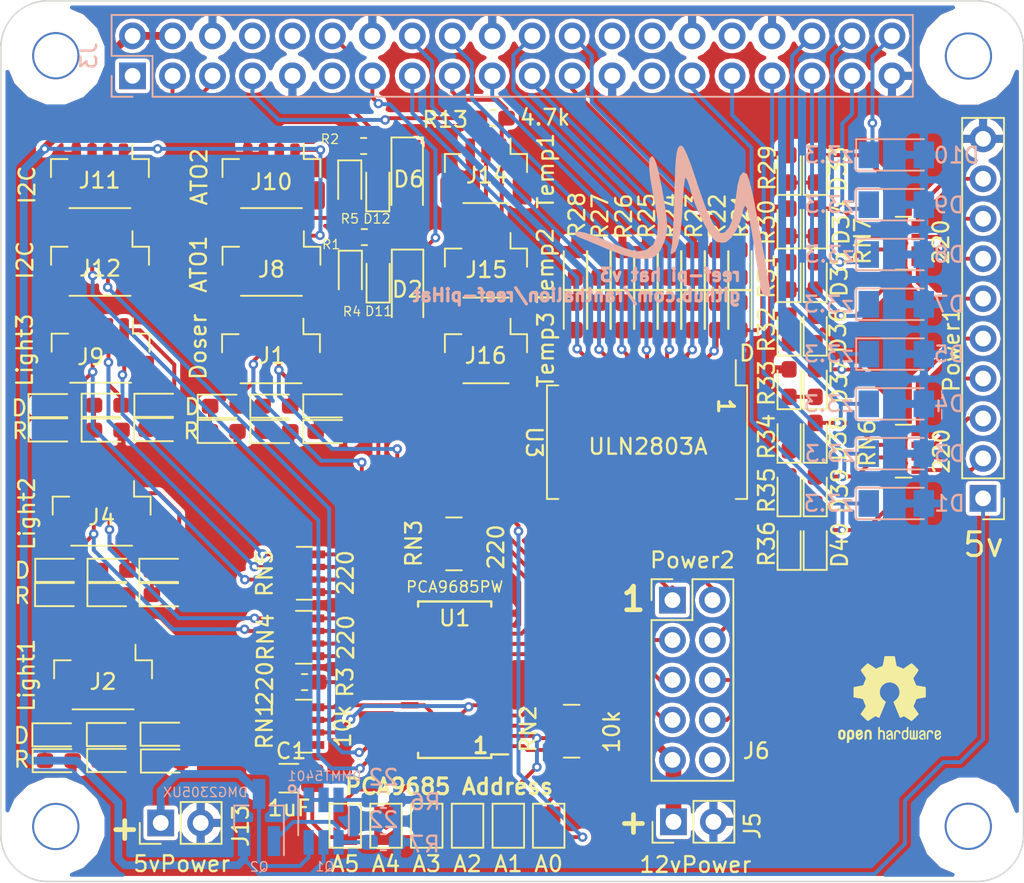
<source format=kicad_pcb>
(kicad_pcb (version 20171130) (host pcbnew "(5.0.1)-3")
  (layers (0 F.Cu signal) (31 B.Cu signal) (34 B.Paste user) (35 F.Paste user) (36 B.SilkS user) (37 F.SilkS user) (38 B.Mask user) (39 F.Mask user) (44 Edge.Cuts user))
  (net 0 "")
  (net 1 GND)
  (net 2 /P3V3_HAT)
  (net 3 /P5V)
  (net 4 "Net-(J3-Pad8)")
  (net 5 "Net-(J3-Pad10)")
  (net 6 "Net-(J3-Pad26)")
  (net 7 "Net-(J3-Pad32)")
  (net 8 /SDA)
  (net 9 /SCL)
  (net 10 /1WIRE)
  (net 11 /PA1)
  (net 12 /PA2)
  (net 13 /PA3)
  (net 14 /PA6)
  (net 15 /PA7)
  (net 16 /PA4)
  (net 17 /PA5)
  (net 18 /PA8)
  (net 19 /ATO2)
  (net 20 /ATO1)
  (net 21 /PB5)
  (net 22 /PB4)
  (net 23 /PB3)
  (net 24 /PB2)
  (net 25 /PB8)
  (net 26 /PB1)
  (net 27 /PB7)
  (net 28 /PB6)
  (net 29 /12V)
  (net 30 "Net-(J6-Pad1)")
  (net 31 "Net-(J6-Pad2)")
  (net 32 "Net-(J6-Pad3)")
  (net 33 "Net-(J6-Pad4)")
  (net 34 "Net-(J6-Pad6)")
  (net 35 "Net-(J6-Pad7)")
  (net 36 "Net-(J6-Pad8)")
  (net 37 "Net-(J6-Pad10)")
  (net 38 "Net-(J6-Pad5)")
  (net 39 "Net-(J3-Pad11)")
  (net 40 /P5V_HAT)
  (net 41 "Net-(Q1-Pad1)")
  (net 42 /P3V3)
  (net 43 "Net-(Q1-Pad4)")
  (net 44 "Net-(J3-Pad27)")
  (net 45 "Net-(J3-Pad28)")
  (net 46 "Net-(J7-Pad2)")
  (net 47 "Net-(J7-Pad3)")
  (net 48 "Net-(J7-Pad4)")
  (net 49 "Net-(J7-Pad5)")
  (net 50 "Net-(J7-Pad6)")
  (net 51 "Net-(J7-Pad7)")
  (net 52 "Net-(J7-Pad8)")
  (net 53 "Net-(J7-Pad9)")
  (net 54 "Net-(J8-Pad2)")
  (net 55 "Net-(J10-Pad2)")
  (net 56 /A0)
  (net 57 /A1)
  (net 58 /A2)
  (net 59 /A3)
  (net 60 /A4)
  (net 61 /A5)
  (net 62 "Net-(RN3-Pad4)")
  (net 63 "Net-(RN3-Pad5)")
  (net 64 /LED15)
  (net 65 /LED10)
  (net 66 /LED9)
  (net 67 /LED7)
  (net 68 /LED8)
  (net 69 /LED4)
  (net 70 /LED5)
  (net 71 /LED6)
  (net 72 /LED11)
  (net 73 /LED12)
  (net 74 /LED13)
  (net 75 /LED14)
  (net 76 /OE)
  (net 77 "Net-(RN1-Pad4)")
  (net 78 "Net-(RN1-Pad5)")
  (net 79 "Net-(D11-Pad1)")
  (net 80 "Net-(D12-Pad1)")
  (net 81 "Net-(D13-Pad1)")
  (net 82 "Net-(D14-Pad1)")
  (net 83 "Net-(D15-Pad1)")
  (net 84 "Net-(D16-Pad1)")
  (net 85 "Net-(D17-Pad1)")
  (net 86 "Net-(D18-Pad1)")
  (net 87 "Net-(D19-Pad1)")
  (net 88 "Net-(D20-Pad1)")
  (net 89 "Net-(D21-Pad1)")
  (net 90 "Net-(D22-Pad1)")
  (net 91 "Net-(D23-Pad1)")
  (net 92 "Net-(D24-Pad1)")
  (net 93 "Net-(D25-Pad1)")
  (net 94 "Net-(D26-Pad1)")
  (net 95 "Net-(D27-Pad1)")
  (net 96 "Net-(D28-Pad1)")
  (net 97 "Net-(D29-Pad1)")
  (net 98 "Net-(D30-Pad1)")
  (net 99 "Net-(D31-Pad1)")
  (net 100 "Net-(D32-Pad1)")
  (net 101 "Net-(D33-Pad1)")
  (net 102 "Net-(D34-Pad1)")
  (net 103 "Net-(D35-Pad1)")
  (net 104 "Net-(D36-Pad1)")
  (net 105 "Net-(D37-Pad1)")
  (net 106 "Net-(D38-Pad1)")
  (net 107 "Net-(D39-Pad1)")
  (net 108 "Net-(D40-Pad1)")
  (net 109 "Net-(R3-Pad2)")
  (net 110 "Net-(RN3-Pad7)")
  (net 111 "Net-(RN3-Pad8)")
  (net 112 "Net-(RN3-Pad6)")
  (net 113 "Net-(RN4-Pad7)")
  (net 114 "Net-(RN4-Pad8)")
  (net 115 "Net-(RN4-Pad6)")
  (net 116 "Net-(RN4-Pad5)")
  (net 117 "Net-(RN5-Pad5)")
  (net 118 "Net-(RN5-Pad6)")
  (net 119 "Net-(RN5-Pad8)")
  (net 120 "Net-(RN5-Pad7)")
  (net 121 "Net-(U1-Pad6)")
  (net 122 "Net-(U1-Pad7)")
  (net 123 "Net-(U1-Pad8)")
  (net 124 "Net-(U1-Pad9)")
  (module Resistor_SMD:R_0603_1608Metric_Pad1.05x0.95mm_HandSolder (layer F.Cu) (at 101.60378 70.05066)
    (fp_text reference R2 (at -2.14246 -0.43434) (layer F.SilkS) (effects (font (size 0.6 0.6) (thickness 0.08))))
    (fp_text value 220 hide)
    (pad 2 smd roundrect (at 0.875 0) (size 1.05 0.95) (layers F.Cu F.Paste F.Mask) (net 19 /ATO2))
    (pad 1 smd roundrect (at -0.875 0) (size 1.05 0.95) (layers F.Cu F.Paste F.Mask) (net 55 "Net-(J10-Pad2)"))
  )
  (module LED_SMD:LED_0603_1608Metric_Pad1.05x0.95mm_HandSolder (layer F.Cu) (at 100.7237 72.62492 270)
    (fp_text reference R5 (at 2.05362 -0.00254) (layer F.SilkS) (effects (font (size 0.6 0.6) (thickness 0.08))))
    (fp_text value R)
    (pad 2 smd roundrect (at 0.875 0 270) (size 1.05 0.95) (layers F.Cu F.Paste F.Mask) (net 1 GND))
    (pad 1 smd roundrect (at -0.875 0 270) (size 1.05 0.95) (layers F.Cu F.Paste F.Mask) (net 80 "Net-(D12-Pad1)"))
  )
  (module LED_SMD:LED_0603_1608Metric_Pad1.05x0.95mm_HandSolder (layer F.Cu) (at 102.50424 72.54364 90)
    (fp_text reference D12 (at -2.1349 -0.05588 180) (layer F.SilkS) (effects (font (size 0.6 0.6) (thickness 0.08))))
    (fp_text value LED)
    (pad 1 smd roundrect (at -0.875 0 90) (size 1.05 0.95) (layers F.Cu F.Paste F.Mask) (net 80 "Net-(D12-Pad1)"))
    (pad 2 smd roundrect (at 0.875 0 90) (size 1.05 0.95) (layers F.Cu F.Paste F.Mask) (net 19 /ATO2))
  )
  (module Connector_JST:JST_SH_BM04B-SRSS-TB_1x04-1MP_P1.00mm_Vertical (layer F.Cu) (at 95.74438 71.9901 180)
    (fp_text reference J10 (at 0.00162 -0.34148 180) (layer F.SilkS))
    (fp_text value ATO2 (at 4.58632 -0.0189 270) (layer F.SilkS))
    (pad 1 smd roundrect (at -1.5 1.325 180) (size 0.6 1.55) (layers F.Cu F.Paste F.Mask) (net 40 /P5V_HAT))
    (pad 2 smd roundrect (at -0.5 1.325 180) (size 0.6 1.55) (layers F.Cu F.Paste F.Mask) (net 55 "Net-(J10-Pad2)"))
    (pad 3 smd roundrect (at 0.5 1.325 180) (size 0.6 1.55) (layers F.Cu F.Paste F.Mask) (net 1 GND))
    (pad 4 smd roundrect (at 1.5 1.325 180) (size 0.6 1.55) (layers F.Cu F.Paste F.Mask) (net 1 GND))
    (pad MP smd roundrect (at -2.8 -1.2 180) (size 1.2 1.8) (layers F.Cu F.Paste F.Mask) (roundrect_rratio 0.208333))
    (pad MP smd roundrect (at 2.8 -1.2 180) (size 1.2 1.8) (layers F.Cu F.Paste F.Mask) (roundrect_rratio 0.208333))
  )
  (module Package_TO_SOT_SMD:SOT-23-6_Handsoldering (layer B.Cu) (at 99.0575 112.98046 270)
    (fp_text reference Q1 (at 2.8918 -0.0787 180) (layer B.SilkS) (effects (font (size 0.6 0.6) (thickness 0.08)) (justify mirror)))
    (fp_text value DMMT5401 (at -2.8575 -0.0635 unlocked) (layer B.SilkS) (effects (font (size 0.6 0.6) (thickness 0.08)) (justify mirror)))
    (pad 1 smd rect (at -1.35 0.95 270) (size 1.56 0.65) (layers B.Cu B.Paste B.Mask) (net 41 "Net-(Q1-Pad1)"))
    (pad 2 smd rect (at -1.35 0 270) (size 1.56 0.65) (layers B.Cu B.Paste B.Mask) (net 41 "Net-(Q1-Pad1)"))
    (pad 3 smd rect (at -1.35 -0.95 270) (size 1.56 0.65) (layers B.Cu B.Paste B.Mask) (net 41 "Net-(Q1-Pad1)"))
    (pad 4 smd rect (at 1.35 -0.95 270) (size 1.56 0.65) (layers B.Cu B.Paste B.Mask) (net 43 "Net-(Q1-Pad4)"))
    (pad 6 smd rect (at 1.35 0.95 270) (size 1.56 0.65) (layers B.Cu B.Paste B.Mask) (net 3 /P5V))
    (pad 5 smd rect (at 1.35 0 270) (size 1.56 0.65) (layers B.Cu B.Paste B.Mask) (net 40 /P5V_HAT))
  )
  (module Package_SO:TSSOP-28_4.4x9.7mm_P0.65mm (layer F.Cu) (at 107.3912 103.9876 180)
    (fp_text reference U1 (at 0 3.9116 180) (layer F.SilkS))
    (fp_text value PCA9685PW (at 0 5.9 180) (layer F.SilkS) (effects (font (size 0.7 0.7) (thickness 0.1))))
    (pad 1 smd rect (at -2.85 -4.225 180) (size 1.1 0.4) (layers F.Cu F.Paste F.Mask) (net 56 /A0))
    (pad 2 smd rect (at -2.85 -3.575 180) (size 1.1 0.4) (layers F.Cu F.Paste F.Mask) (net 57 /A1))
    (pad 3 smd rect (at -2.85 -2.925 180) (size 1.1 0.4) (layers F.Cu F.Paste F.Mask) (net 58 /A2))
    (pad 4 smd rect (at -2.85 -2.275 180) (size 1.1 0.4) (layers F.Cu F.Paste F.Mask) (net 59 /A3))
    (pad 5 smd rect (at -2.85 -1.625 180) (size 1.1 0.4) (layers F.Cu F.Paste F.Mask) (net 60 /A4))
    (pad 6 smd rect (at -2.85 -0.975 180) (size 1.1 0.4) (layers F.Cu F.Paste F.Mask) (net 121 "Net-(U1-Pad6)"))
    (pad 7 smd rect (at -2.85 -0.325 180) (size 1.1 0.4) (layers F.Cu F.Paste F.Mask) (net 122 "Net-(U1-Pad7)"))
    (pad 8 smd rect (at -2.85 0.325 180) (size 1.1 0.4) (layers F.Cu F.Paste F.Mask) (net 123 "Net-(U1-Pad8)"))
    (pad 9 smd rect (at -2.85 0.975 180) (size 1.1 0.4) (layers F.Cu F.Paste F.Mask) (net 124 "Net-(U1-Pad9)"))
    (pad 10 smd rect (at -2.85 1.625 180) (size 1.1 0.4) (layers F.Cu F.Paste F.Mask) (net 111 "Net-(RN3-Pad8)"))
    (pad 11 smd rect (at -2.85 2.275 180) (size 1.1 0.4) (layers F.Cu F.Paste F.Mask) (net 110 "Net-(RN3-Pad7)"))
    (pad 12 smd rect (at -2.85 2.925 180) (size 1.1 0.4) (layers F.Cu F.Paste F.Mask) (net 112 "Net-(RN3-Pad6)"))
    (pad 13 smd rect (at -2.85 3.575 180) (size 1.1 0.4) (layers F.Cu F.Paste F.Mask) (net 119 "Net-(RN5-Pad8)"))
    (pad 14 smd rect (at -2.85 4.225 180) (size 1.1 0.4) (layers F.Cu F.Paste F.Mask) (net 1 GND))
    (pad 15 smd rect (at 2.85 4.225 180) (size 1.1 0.4) (layers F.Cu F.Paste F.Mask) (net 120 "Net-(RN5-Pad7)"))
    (pad 16 smd rect (at 2.85 3.575 180) (size 1.1 0.4) (layers F.Cu F.Paste F.Mask) (net 118 "Net-(RN5-Pad6)"))
    (pad 17 smd rect (at 2.85 2.925 180) (size 1.1 0.4) (layers F.Cu F.Paste F.Mask) (net 117 "Net-(RN5-Pad5)"))
    (pad 18 smd rect (at 2.85 2.275 180) (size 1.1 0.4) (layers F.Cu F.Paste F.Mask) (net 114 "Net-(RN4-Pad8)"))
    (pad 19 smd rect (at 2.85 1.625 180) (size 1.1 0.4) (layers F.Cu F.Paste F.Mask) (net 113 "Net-(RN4-Pad7)"))
    (pad 20 smd rect (at 2.85 0.975 180) (size 1.1 0.4) (layers F.Cu F.Paste F.Mask) (net 115 "Net-(RN4-Pad6)"))
    (pad 21 smd rect (at 2.85 0.325 180) (size 1.1 0.4) (layers F.Cu F.Paste F.Mask) (net 116 "Net-(RN4-Pad5)"))
    (pad 22 smd rect (at 2.85 -0.325 180) (size 1.1 0.4) (layers F.Cu F.Paste F.Mask) (net 109 "Net-(R3-Pad2)"))
    (pad 23 smd rect (at 2.85 -0.975 180) (size 1.1 0.4) (layers F.Cu F.Paste F.Mask) (net 76 /OE))
    (pad 24 smd rect (at 2.85 -1.625 180) (size 1.1 0.4) (layers F.Cu F.Paste F.Mask) (net 61 /A5))
    (pad 25 smd rect (at 2.85 -2.275 180) (size 1.1 0.4) (layers F.Cu F.Paste F.Mask) (net 1 GND))
    (pad 26 smd rect (at 2.85 -2.925 180) (size 1.1 0.4) (layers F.Cu F.Paste F.Mask) (net 9 /SCL))
    (pad 27 smd rect (at 2.85 -3.575 180) (size 1.1 0.4) (layers F.Cu F.Paste F.Mask) (net 8 /SDA))
    (pad 28 smd rect (at 2.85 -4.225 180) (size 1.1 0.4) (layers F.Cu F.Paste F.Mask) (net 2 /P3V3_HAT))
  )
  (module Connector_PinSocket_2.54mm:PinSocket_2x20_P2.54mm_Vertical (layer B.Cu) (at 86.92 65.59 270)
    (fp_text reference J3 (at -1.27 2.77 270) (layer B.SilkS) (effects (justify mirror)))
    (fp_text value 40HAT)
    (pad 1 thru_hole rect (at 0 0 270) (size 1.7 1.7) (drill 1) (layers *.Cu *.Mask) (net 42 /P3V3))
    (pad 2 thru_hole oval (at -2.54 0 270) (size 1.7 1.7) (drill 1) (layers *.Cu *.Mask) (net 40 /P5V_HAT))
    (pad 3 thru_hole oval (at 0 -2.54 270) (size 1.7 1.7) (drill 1) (layers *.Cu *.Mask) (net 8 /SDA))
    (pad 4 thru_hole oval (at -2.54 -2.54 270) (size 1.7 1.7) (drill 1) (layers *.Cu *.Mask) (net 40 /P5V_HAT))
    (pad 5 thru_hole oval (at 0 -5.08 270) (size 1.7 1.7) (drill 1) (layers *.Cu *.Mask) (net 9 /SCL))
    (pad 6 thru_hole oval (at -2.54 -5.08 270) (size 1.7 1.7) (drill 1) (layers *.Cu *.Mask) (net 1 GND))
    (pad 7 thru_hole oval (at 0 -7.62 270) (size 1.7 1.7) (drill 1) (layers *.Cu *.Mask) (net 10 /1WIRE))
    (pad 8 thru_hole oval (at -2.54 -7.62 270) (size 1.7 1.7) (drill 1) (layers *.Cu *.Mask) (net 4 "Net-(J3-Pad8)"))
    (pad 9 thru_hole oval (at 0 -10.16 270) (size 1.7 1.7) (drill 1) (layers *.Cu *.Mask) (net 1 GND))
    (pad 10 thru_hole oval (at -2.54 -10.16 270) (size 1.7 1.7) (drill 1) (layers *.Cu *.Mask) (net 5 "Net-(J3-Pad10)"))
    (pad 11 thru_hole oval (at 0 -12.7 270) (size 1.7 1.7) (drill 1) (layers *.Cu *.Mask) (net 39 "Net-(J3-Pad11)"))
    (pad 12 thru_hole oval (at -2.54 -12.7 270) (size 1.7 1.7) (drill 1) (layers *.Cu *.Mask) (net 19 /ATO2))
    (pad 13 thru_hole oval (at 0 -15.24 270) (size 1.7 1.7) (drill 1) (layers *.Cu *.Mask) (net 20 /ATO1))
    (pad 14 thru_hole oval (at -2.54 -15.24 270) (size 1.7 1.7) (drill 1) (layers *.Cu *.Mask) (net 1 GND))
    (pad 15 thru_hole oval (at 0 -17.78 270) (size 1.7 1.7) (drill 1) (layers *.Cu *.Mask) (net 18 /PA8))
    (pad 16 thru_hole oval (at -2.54 -17.78 270) (size 1.7 1.7) (drill 1) (layers *.Cu *.Mask) (net 15 /PA7))
    (pad 17 thru_hole oval (at 0 -20.32 270) (size 1.7 1.7) (drill 1) (layers *.Cu *.Mask) (net 2 /P3V3_HAT))
    (pad 18 thru_hole oval (at -2.54 -20.32 270) (size 1.7 1.7) (drill 1) (layers *.Cu *.Mask) (net 14 /PA6))
    (pad 19 thru_hole oval (at 0 -22.86 270) (size 1.7 1.7) (drill 1) (layers *.Cu *.Mask) (net 17 /PA5))
    (pad 20 thru_hole oval (at -2.54 -22.86 270) (size 1.7 1.7) (drill 1) (layers *.Cu *.Mask) (net 1 GND))
    (pad 21 thru_hole oval (at 0 -25.4 270) (size 1.7 1.7) (drill 1) (layers *.Cu *.Mask) (net 13 /PA3))
    (pad 22 thru_hole oval (at -2.54 -25.4 270) (size 1.7 1.7) (drill 1) (layers *.Cu *.Mask) (net 16 /PA4))
    (pad 23 thru_hole oval (at 0 -27.94 270) (size 1.7 1.7) (drill 1) (layers *.Cu *.Mask) (net 11 /PA1))
    (pad 24 thru_hole oval (at -2.54 -27.94 270) (size 1.7 1.7) (drill 1) (layers *.Cu *.Mask) (net 12 /PA2))
    (pad 25 thru_hole oval (at 0 -30.48 270) (size 1.7 1.7) (drill 1) (layers *.Cu *.Mask) (net 1 GND))
    (pad 26 thru_hole oval (at -2.54 -30.48 270) (size 1.7 1.7) (drill 1) (layers *.Cu *.Mask) (net 6 "Net-(J3-Pad26)"))
    (pad 27 thru_hole oval (at 0 -33.02 270) (size 1.7 1.7) (drill 1) (layers *.Cu *.Mask) (net 44 "Net-(J3-Pad27)"))
    (pad 28 thru_hole oval (at -2.54 -33.02 270) (size 1.7 1.7) (drill 1) (layers *.Cu *.Mask) (net 45 "Net-(J3-Pad28)"))
    (pad 29 thru_hole oval (at 0 -35.56 270) (size 1.7 1.7) (drill 1) (layers *.Cu *.Mask) (net 25 /PB8))
    (pad 30 thru_hole oval (at -2.54 -35.56 270) (size 1.7 1.7) (drill 1) (layers *.Cu *.Mask) (net 1 GND))
    (pad 31 thru_hole oval (at 0 -38.1 270) (size 1.7 1.7) (drill 1) (layers *.Cu *.Mask) (net 27 /PB7))
    (pad 32 thru_hole oval (at -2.54 -38.1 270) (size 1.7 1.7) (drill 1) (layers *.Cu *.Mask) (net 7 "Net-(J3-Pad32)"))
    (pad 33 thru_hole oval (at 0 -40.64 270) (size 1.7 1.7) (drill 1) (layers *.Cu *.Mask) (net 28 /PB6))
    (pad 34 thru_hole oval (at -2.54 -40.64 270) (size 1.7 1.7) (drill 1) (layers *.Cu *.Mask) (net 1 GND))
    (pad 35 thru_hole oval (at 0 -43.18 270) (size 1.7 1.7) (drill 1) (layers *.Cu *.Mask) (net 22 /PB4))
    (pad 36 thru_hole oval (at -2.54 -43.18 270) (size 1.7 1.7) (drill 1) (layers *.Cu *.Mask) (net 21 /PB5))
    (pad 37 thru_hole oval (at 0 -45.72 270) (size 1.7 1.7) (drill 1) (layers *.Cu *.Mask) (net 24 /PB2))
    (pad 38 thru_hole oval (at -2.54 -45.72 270) (size 1.7 1.7) (drill 1) (layers *.Cu *.Mask) (net 23 /PB3))
    (pad 39 thru_hole oval (at 0 -48.26 270) (size 1.7 1.7) (drill 1) (layers *.Cu *.Mask) (net 1 GND))
    (pad 40 thru_hole oval (at -2.54 -48.26 270) (size 1.7 1.7) (drill 1) (layers *.Cu *.Mask) (net 26 /PB1))
  )
  (module project_footprints:NPTH_3mm_ID (layer F.Cu) (at 82.04 64.31)
    (fp_text reference H1 (at 0.06 0.09) (layer F.SilkS))
    (fp_text value 3mm_Mounting_Hole hide)
    (pad "" np_thru_hole circle (at 0 0) (size 3 3) (drill 2.75) (layers *.Cu *.Mask) (clearance 1.6))
  )
  (module project_footprints:NPTH_3mm_ID (layer F.Cu) (at 140.04 64.33)
    (fp_text reference H2 (at 0.06 0.09) (layer F.SilkS))
    (fp_text value 3mm_Mounting_Hole hide)
    (pad "" np_thru_hole circle (at 0 0) (size 3 3) (drill 2.75) (layers *.Cu *.Mask) (clearance 1.6))
  )
  (module project_footprints:NPTH_3mm_ID (layer F.Cu) (at 82.04 113.32)
    (fp_text reference H3 (at 0.06 0.09) (layer F.SilkS))
    (fp_text value 3mm_Mounting_Hole hide)
    (pad "" np_thru_hole circle (at 0 0) (size 3 3) (drill 2.75) (layers *.Cu *.Mask) (clearance 1.6))
  )
  (module project_footprints:NPTH_3mm_ID (layer F.Cu) (at 140.03 113.31)
    (fp_text reference H4 (at 0.06 0.09) (layer F.SilkS))
    (fp_text value 3mm_Mounting_Hole hide)
    (pad "" np_thru_hole circle (at 0 0) (size 3 3) (drill 2.75) (layers *.Cu *.Mask) (clearance 1.6))
  )
  (module Connector_PinHeader_2.54mm:PinHeader_1x02_P2.54mm_Vertical (layer F.Cu) (at 88.7095 113.0935 90)
    (fp_text reference J13 (at -0.1905 5.08 270) (layer F.SilkS))
    (fp_text value 5vPower (at -2.6035 1.3335 180) (layer F.SilkS))
    (pad 1 thru_hole rect (at 0 0 90) (size 1.7 1.7) (drill 1) (layers *.Cu *.Mask) (net 3 /P5V))
    (pad 2 thru_hole oval (at 0 2.54 90) (size 1.7 1.7) (drill 1) (layers *.Cu *.Mask) (net 1 GND))
  )
  (module Package_SO:SOP-18_7.0x12.5mm_P1.27mm (layer F.Cu) (at 119.61622 88.88476 270)
    (fp_text reference U3 (at 0 7.1755 270 unlocked) (layer F.SilkS))
    (fp_text value ULN2803A (at 0.27686 -0.05842 unlocked) (layer F.SilkS))
    (pad 1 smd rect (at -4.3625 -5.08 270) (size 1.725 0.6) (layers F.Cu F.Paste F.Mask) (net 11 /PA1))
    (pad 2 smd rect (at -4.3625 -3.81 270) (size 1.725 0.6) (layers F.Cu F.Paste F.Mask) (net 12 /PA2))
    (pad 3 smd rect (at -4.3625 -2.54 270) (size 1.725 0.6) (layers F.Cu F.Paste F.Mask) (net 13 /PA3))
    (pad 4 smd rect (at -4.3625 -1.27 270) (size 1.725 0.6) (layers F.Cu F.Paste F.Mask) (net 16 /PA4))
    (pad 5 smd rect (at -4.3625 0 270) (size 1.725 0.6) (layers F.Cu F.Paste F.Mask) (net 17 /PA5))
    (pad 6 smd rect (at -4.3625 1.27 270) (size 1.725 0.6) (layers F.Cu F.Paste F.Mask) (net 14 /PA6))
    (pad 7 smd rect (at -4.3625 2.54 270) (size 1.725 0.6) (layers F.Cu F.Paste F.Mask) (net 15 /PA7))
    (pad 8 smd rect (at -4.3625 3.81 270) (size 1.725 0.6) (layers F.Cu F.Paste F.Mask) (net 18 /PA8))
    (pad 9 smd rect (at -4.3625 5.08 270) (size 1.725 0.6) (layers F.Cu F.Paste F.Mask) (net 1 GND))
    (pad 18 smd rect (at 4.3625 -5.08 270) (size 1.725 0.6) (layers F.Cu F.Paste F.Mask) (net 36 "Net-(J6-Pad8)"))
    (pad 17 smd rect (at 4.3625 -3.81 270) (size 1.725 0.6) (layers F.Cu F.Paste F.Mask) (net 34 "Net-(J6-Pad6)"))
    (pad 16 smd rect (at 4.3625 -2.54 270) (size 1.725 0.6) (layers F.Cu F.Paste F.Mask) (net 33 "Net-(J6-Pad4)"))
    (pad 15 smd rect (at 4.3625 -1.27 270) (size 1.725 0.6) (layers F.Cu F.Paste F.Mask) (net 31 "Net-(J6-Pad2)"))
    (pad 14 smd rect (at 4.3625 0 270) (size 1.725 0.6) (layers F.Cu F.Paste F.Mask) (net 30 "Net-(J6-Pad1)"))
    (pad 13 smd rect (at 4.3625 1.27 270) (size 1.725 0.6) (layers F.Cu F.Paste F.Mask) (net 32 "Net-(J6-Pad3)"))
    (pad 12 smd rect (at 4.3625 2.54 270) (size 1.725 0.6) (layers F.Cu F.Paste F.Mask) (net 38 "Net-(J6-Pad5)"))
    (pad 11 smd rect (at 4.3625 3.81 270) (size 1.725 0.6) (layers F.Cu F.Paste F.Mask) (net 35 "Net-(J6-Pad7)"))
    (pad 10 smd rect (at 4.3625 5.08 270) (size 1.725 0.6) (layers F.Cu F.Paste F.Mask) (net 29 /12V))
  )
  (module Capacitor_SMD:C_1206_3216Metric_Pad1.42x1.75mm_HandSolder (layer F.Cu) (at 96.85368 110.2487 180)
    (fp_text reference C1 (at -0.1413 1.7272 180) (layer F.SilkS))
    (fp_text value 1uF (at -0.0143 -1.905) (layer F.SilkS))
    (pad 1 smd roundrect (at -1.4875 0 180) (size 1.425 1.75) (layers F.Cu F.Paste F.Mask) (roundrect_rratio 0.175439) (net 2 /P3V3_HAT))
    (pad 2 smd roundrect (at 1.4875 0 180) (size 1.425 1.75) (layers F.Cu F.Paste F.Mask) (roundrect_rratio 0.175439) (net 1 GND))
  )
  (module Connector_PinHeader_2.54mm:PinHeader_1x10_P2.54mm_Vertical (layer F.Cu) (at 140.97 92.456 180)
    (fp_text reference J7 hide)
    (fp_text value Power1 (at 2.0066 9.4488 270) (layer F.SilkS))
    (pad 1 thru_hole rect (at 0 0 180) (size 1.7 1.7) (drill 1) (layers *.Cu *.Mask) (net 40 /P5V_HAT))
    (pad 2 thru_hole oval (at 0 2.54 180) (size 1.7 1.7) (drill 1) (layers *.Cu *.Mask) (net 46 "Net-(J7-Pad2)"))
    (pad 3 thru_hole oval (at 0 5.08 180) (size 1.7 1.7) (drill 1) (layers *.Cu *.Mask) (net 47 "Net-(J7-Pad3)"))
    (pad 4 thru_hole oval (at 0 7.62 180) (size 1.7 1.7) (drill 1) (layers *.Cu *.Mask) (net 48 "Net-(J7-Pad4)"))
    (pad 5 thru_hole oval (at 0 10.16 180) (size 1.7 1.7) (drill 1) (layers *.Cu *.Mask) (net 49 "Net-(J7-Pad5)"))
    (pad 6 thru_hole oval (at 0 12.7 180) (size 1.7 1.7) (drill 1) (layers *.Cu *.Mask) (net 50 "Net-(J7-Pad6)"))
    (pad 7 thru_hole oval (at 0 15.24 180) (size 1.7 1.7) (drill 1) (layers *.Cu *.Mask) (net 51 "Net-(J7-Pad7)"))
    (pad 8 thru_hole oval (at 0 17.78 180) (size 1.7 1.7) (drill 1) (layers *.Cu *.Mask) (net 52 "Net-(J7-Pad8)"))
    (pad 9 thru_hole oval (at 0 20.32 180) (size 1.7 1.7) (drill 1) (layers *.Cu *.Mask) (net 53 "Net-(J7-Pad9)"))
    (pad 10 thru_hole oval (at 0 22.86 180) (size 1.7 1.7) (drill 1) (layers *.Cu *.Mask) (net 1 GND))
  )
  (module Connector_PinHeader_2.54mm:PinHeader_1x02_P2.54mm_Vertical (layer F.Cu) (at 121.29262 113.02238 90)
    (fp_text reference J5 (at -0.254 5.0165 90) (layer F.SilkS))
    (fp_text value 12vPower (at -2.7305 1.397 180) (layer F.SilkS))
    (pad 1 thru_hole rect (at 0 0 90) (size 1.7 1.7) (drill 1) (layers *.Cu *.Mask) (net 29 /12V))
    (pad 2 thru_hole oval (at 0 2.54 90) (size 1.7 1.7) (drill 1) (layers *.Cu *.Mask) (net 1 GND))
  )
  (module Connector_PinHeader_2.54mm:PinHeader_2x05_P2.54mm_Vertical (layer F.Cu) (at 121.22912 98.92538)
    (fp_text reference J6 (at 5.334 9.5885) (layer F.SilkS))
    (fp_text value Power2 (at 1.27 -2.54) (layer F.SilkS))
    (pad 1 thru_hole rect (at 0 0) (size 1.7 1.7) (drill 1) (layers *.Cu *.Mask) (net 30 "Net-(J6-Pad1)"))
    (pad 2 thru_hole oval (at 2.54 0) (size 1.7 1.7) (drill 1) (layers *.Cu *.Mask) (net 31 "Net-(J6-Pad2)"))
    (pad 3 thru_hole oval (at 0 2.54) (size 1.7 1.7) (drill 1) (layers *.Cu *.Mask) (net 32 "Net-(J6-Pad3)"))
    (pad 4 thru_hole oval (at 2.54 2.54) (size 1.7 1.7) (drill 1) (layers *.Cu *.Mask) (net 33 "Net-(J6-Pad4)"))
    (pad 5 thru_hole oval (at 0 5.08) (size 1.7 1.7) (drill 1) (layers *.Cu *.Mask) (net 38 "Net-(J6-Pad5)"))
    (pad 6 thru_hole oval (at 2.54 5.08) (size 1.7 1.7) (drill 1) (layers *.Cu *.Mask) (net 34 "Net-(J6-Pad6)"))
    (pad 7 thru_hole oval (at 0 7.62) (size 1.7 1.7) (drill 1) (layers *.Cu *.Mask) (net 35 "Net-(J6-Pad7)"))
    (pad 8 thru_hole oval (at 2.54 7.62) (size 1.7 1.7) (drill 1) (layers *.Cu *.Mask) (net 36 "Net-(J6-Pad8)"))
    (pad 9 thru_hole oval (at 0 10.16) (size 1.7 1.7) (drill 1) (layers *.Cu *.Mask) (net 29 /12V))
    (pad 10 thru_hole oval (at 2.54 10.16) (size 1.7 1.7) (drill 1) (layers *.Cu *.Mask) (net 37 "Net-(J6-Pad10)"))
  )
  (module Package_TO_SOT_SMD:SOT-23_Handsoldering (layer B.Cu) (at 94.9579 112.74806 90)
    (fp_text reference Q2 (at -3.1369 0.0127 180) (layer B.SilkS) (effects (font (size 0.6 0.6) (thickness 0.08)) (justify mirror)))
    (fp_text value DMG2305UX (at 1.6002 -3.4163 180) (layer B.SilkS) (effects (font (size 0.6 0.6) (thickness 0.08)) (justify mirror)))
    (pad 1 smd rect (at -1.5 0.95 90) (size 1.9 0.8) (layers B.Cu B.Paste B.Mask) (net 43 "Net-(Q1-Pad4)"))
    (pad 2 smd rect (at -1.5 -0.95 90) (size 1.9 0.8) (layers B.Cu B.Paste B.Mask) (net 40 /P5V_HAT))
    (pad 3 smd rect (at 1.5 0 90) (size 1.9 0.8) (layers B.Cu B.Paste B.Mask) (net 3 /P5V))
  )
  (module Resistor_SMD:R_0603_1608Metric_Pad1.05x0.95mm_HandSolder (layer F.Cu) (at 101.64956 75.8444)
    (fp_text reference R1 (at -2.10696 0.46482 180) (layer F.SilkS) (effects (font (size 0.6 0.6) (thickness 0.08))))
    (fp_text value 220 hide)
    (pad 1 smd roundrect (at -0.875 0) (size 1.05 0.95) (layers F.Cu F.Paste F.Mask) (net 54 "Net-(J8-Pad2)"))
    (pad 2 smd roundrect (at 0.875 0) (size 1.05 0.95) (layers F.Cu F.Paste F.Mask) (net 20 /ATO1))
  )
  (module Resistor_SMD:R_0603_1608Metric_Pad1.05x0.95mm_HandSolder (layer B.Cu) (at 102.8687 111.63046)
    (fp_text reference R6 (at 2.653 0.127) (layer B.SilkS) (effects (justify mirror)))
    (fp_text value 22 (at 0 -1.43) (layer B.SilkS) (effects (justify mirror)))
    (pad 2 smd roundrect (at 0.875 0) (size 1.05 0.95) (layers B.Cu B.Paste B.Mask) (net 1 GND))
    (pad 1 smd roundrect (at -0.875 0) (size 1.05 0.95) (layers B.Cu B.Paste B.Mask) (net 41 "Net-(Q1-Pad1)"))
  )
  (module Resistor_SMD:R_0603_1608Metric_Pad1.05x0.95mm_HandSolder (layer B.Cu) (at 102.8573 114.32286)
    (fp_text reference R7 (at 2.6175 0.127) (layer B.SilkS) (effects (justify mirror)))
    (fp_text value 22 (at 0 -1.43) (layer B.SilkS) (effects (justify mirror)))
    (pad 1 smd roundrect (at -0.875 0) (size 1.05 0.95) (layers B.Cu B.Paste B.Mask) (net 43 "Net-(Q1-Pad4)"))
    (pad 2 smd roundrect (at 0.875 0) (size 1.05 0.95) (layers B.Cu B.Paste B.Mask) (net 1 GND))
  )
  (module Diode_SMD:D_MiniMELF (layer B.Cu) (at 135.45572 92.78112)
    (fp_text reference D1 (at 3.3808 0) (layer B.SilkS) (effects (justify mirror)))
    (fp_text value z3.3 (at -4.29 0) (layer B.SilkS) (effects (justify mirror)))
    (pad 2 smd rect (at 1.75 0) (size 1.3 1.7) (layers B.Cu B.Paste B.Mask) (net 1 GND))
    (pad 1 smd rect (at -1.75 0) (size 1.3 1.7) (layers B.Cu B.Paste B.Mask) (net 25 /PB8))
  )
  (module Diode_SMD:D_MiniMELF (layer F.Cu) (at 104.39654 79.18698 270)
    (fp_text reference D2 (at -0.01264 0.01524) (layer F.SilkS))
    (fp_text value z3.3 hide)
    (pad 1 smd rect (at -1.75 0 270) (size 1.3 1.7) (layers F.Cu F.Paste F.Mask) (net 20 /ATO1))
    (pad 2 smd rect (at 1.75 0 270) (size 1.3 1.7) (layers F.Cu F.Paste F.Mask) (net 1 GND))
  )
  (module Diode_SMD:D_MiniMELF (layer B.Cu) (at 135.45572 89.614826)
    (fp_text reference D3 (at 3.3756 0) (layer B.SilkS) (effects (justify mirror)))
    (fp_text value z3.3 (at -4.219 0) (layer B.SilkS) (effects (justify mirror)))
    (pad 2 smd rect (at 1.75 0) (size 1.3 1.7) (layers B.Cu B.Paste B.Mask) (net 1 GND))
    (pad 1 smd rect (at -1.75 0) (size 1.3 1.7) (layers B.Cu B.Paste B.Mask) (net 27 /PB7))
  )
  (module Diode_SMD:D_MiniMELF (layer B.Cu) (at 135.45572 86.448535)
    (fp_text reference D4 (at 3.3756 0) (layer B.SilkS) (effects (justify mirror)))
    (fp_text value z3.3 (at -4.2952 0) (layer B.SilkS) (effects (justify mirror)))
    (pad 1 smd rect (at -1.75 0) (size 1.3 1.7) (layers B.Cu B.Paste B.Mask) (net 28 /PB6))
    (pad 2 smd rect (at 1.75 0) (size 1.3 1.7) (layers B.Cu B.Paste B.Mask) (net 1 GND))
  )
  (module Diode_SMD:D_MiniMELF (layer B.Cu) (at 135.45572 83.282244)
    (fp_text reference D5 (at 3.3528 0) (layer B.SilkS) (effects (justify mirror)))
    (fp_text value z3.3 (at -4.2926 0) (layer B.SilkS) (effects (justify mirror)))
    (pad 1 smd rect (at -1.75 0) (size 1.3 1.7) (layers B.Cu B.Paste B.Mask) (net 21 /PB5))
    (pad 2 smd rect (at 1.75 0) (size 1.3 1.7) (layers B.Cu B.Paste B.Mask) (net 1 GND))
  )
  (module Diode_SMD:D_MiniMELF (layer F.Cu) (at 104.37368 72.0572 270)
    (fp_text reference D6 (at 0.10928 -0.09906) (layer F.SilkS))
    (fp_text value z3.3 hide)
    (pad 2 smd rect (at 1.75 0 270) (size 1.3 1.7) (layers F.Cu F.Paste F.Mask) (net 1 GND))
    (pad 1 smd rect (at -1.75 0 270) (size 1.3 1.7) (layers F.Cu F.Paste F.Mask) (net 19 /ATO2))
  )
  (module Diode_SMD:D_MiniMELF (layer B.Cu) (at 135.45572 80.115953)
    (fp_text reference D7 (at 3.3502 0) (layer B.SilkS) (effects (justify mirror)))
    (fp_text value z3.3 (at -4.2952 0) (layer B.SilkS) (effects (justify mirror)))
    (pad 2 smd rect (at 1.75 0) (size 1.3 1.7) (layers B.Cu B.Paste B.Mask) (net 1 GND))
    (pad 1 smd rect (at -1.75 0) (size 1.3 1.7) (layers B.Cu B.Paste B.Mask) (net 22 /PB4))
  )
  (module Diode_SMD:D_MiniMELF (layer B.Cu) (at 135.45572 76.949662)
    (fp_text reference D8 (at 3.3502 0) (layer B.SilkS) (effects (justify mirror)))
    (fp_text value z3.3 (at -4.2444 0) (layer B.SilkS) (effects (justify mirror)))
    (pad 1 smd rect (at -1.75 0) (size 1.3 1.7) (layers B.Cu B.Paste B.Mask) (net 23 /PB3))
    (pad 2 smd rect (at 1.75 0) (size 1.3 1.7) (layers B.Cu B.Paste B.Mask) (net 1 GND))
  )
  (module Diode_SMD:D_MiniMELF (layer B.Cu) (at 135.45572 73.783371)
    (fp_text reference D9 (at 3.3528 0.0254) (layer B.SilkS) (effects (justify mirror)))
    (fp_text value z3.3 (at -4.2418 0) (layer B.SilkS) (effects (justify mirror)))
    (pad 2 smd rect (at 1.75 0) (size 1.3 1.7) (layers B.Cu B.Paste B.Mask) (net 1 GND))
    (pad 1 smd rect (at -1.75 0) (size 1.3 1.7) (layers B.Cu B.Paste B.Mask) (net 24 /PB2))
  )
  (module Diode_SMD:D_MiniMELF (layer B.Cu) (at 135.45572 70.61708)
    (fp_text reference D10 (at 3.8328 0.0254) (layer B.SilkS) (effects (justify mirror)))
    (fp_text value z3.3 (at -4.2698 0) (layer B.SilkS) (effects (justify mirror)))
    (pad 1 smd rect (at -1.75 0) (size 1.3 1.7) (layers B.Cu B.Paste B.Mask) (net 26 /PB1))
    (pad 2 smd rect (at 1.75 0) (size 1.3 1.7) (layers B.Cu B.Paste B.Mask) (net 1 GND))
  )
  (module Jumper:SolderJumper-2_P1.3mm_Open_TrianglePad1.0x1.5mm (layer F.Cu) (at 113.36528 113.27274 270)
    (fp_text reference A0 (at 2.4268 0) (layer F.SilkS))
    (fp_text value NO)
    (pad 1 smd custom (at -0.725 0 270) (size 0.3 0.3) (layers F.Cu F.Mask) (net 56 /A0) (options (clearance outline) (anchor rect)) (primitives (gr_poly (pts (xy -0.5 -0.75) (xy 0.5 -0.75) (xy 1 0) (xy 0.5 0.75) (xy -0.5 0.75)) (width 0))))
    (pad 2 smd custom (at 0.725 0 270) (size 0.3 0.3) (layers F.Cu F.Mask) (net 2 /P3V3_HAT) (options (clearance outline) (anchor rect)) (primitives (gr_poly (pts (xy -0.65 -0.75) (xy 0.5 -0.75) (xy 0.5 0.75) (xy -0.65 0.75) (xy -0.15 0)) (width 0))))
  )
  (module Jumper:SolderJumper-2_P1.3mm_Open_TrianglePad1.0x1.5mm (layer F.Cu) (at 110.79988 113.27274 270)
    (fp_text reference A1 (at 2.4268 0) (layer F.SilkS))
    (fp_text value NO)
    (pad 2 smd custom (at 0.725 0 270) (size 0.3 0.3) (layers F.Cu F.Mask) (net 2 /P3V3_HAT) (options (clearance outline) (anchor rect)) (primitives (gr_poly (pts (xy -0.65 -0.75) (xy 0.5 -0.75) (xy 0.5 0.75) (xy -0.65 0.75) (xy -0.15 0)) (width 0))))
    (pad 1 smd custom (at -0.725 0 270) (size 0.3 0.3) (layers F.Cu F.Mask) (net 57 /A1) (options (clearance outline) (anchor rect)) (primitives (gr_poly (pts (xy -0.5 -0.75) (xy 0.5 -0.75) (xy 1 0) (xy 0.5 0.75) (xy -0.5 0.75)) (width 0))))
  )
  (module Jumper:SolderJumper-2_P1.3mm_Open_TrianglePad1.0x1.5mm (layer F.Cu) (at 108.20908 113.27274 270)
    (fp_text reference A2 (at 2.4268 0) (layer F.SilkS))
    (fp_text value NO)
    (pad 1 smd custom (at -0.725 0 270) (size 0.3 0.3) (layers F.Cu F.Mask) (net 58 /A2) (options (clearance outline) (anchor rect)) (primitives (gr_poly (pts (xy -0.5 -0.75) (xy 0.5 -0.75) (xy 1 0) (xy 0.5 0.75) (xy -0.5 0.75)) (width 0))))
    (pad 2 smd custom (at 0.725 0 270) (size 0.3 0.3) (layers F.Cu F.Mask) (net 2 /P3V3_HAT) (options (clearance outline) (anchor rect)) (primitives (gr_poly (pts (xy -0.65 -0.75) (xy 0.5 -0.75) (xy 0.5 0.75) (xy -0.65 0.75) (xy -0.15 0)) (width 0))))
  )
  (module Jumper:SolderJumper-2_P1.3mm_Open_TrianglePad1.0x1.5mm (layer F.Cu) (at 105.61828 113.27274 270)
    (fp_text reference A3 (at 2.4246 0) (layer F.SilkS))
    (fp_text value NO)
    (pad 2 smd custom (at 0.725 0 270) (size 0.3 0.3) (layers F.Cu F.Mask) (net 2 /P3V3_HAT) (options (clearance outline) (anchor rect)) (primitives (gr_poly (pts (xy -0.65 -0.75) (xy 0.5 -0.75) (xy 0.5 0.75) (xy -0.65 0.75) (xy -0.15 0)) (width 0))))
    (pad 1 smd custom (at -0.725 0 270) (size 0.3 0.3) (layers F.Cu F.Mask) (net 59 /A3) (options (clearance outline) (anchor rect)) (primitives (gr_poly (pts (xy -0.5 -0.75) (xy 0.5 -0.75) (xy 1 0) (xy 0.5 0.75) (xy -0.5 0.75)) (width 0))))
  )
  (module Resistor_SMD:R_Array_Convex_4x0603 (layer F.Cu) (at 114.8224 107.26054 180)
    (fp_text reference RN2 (at 2.7576 0.1462 270) (layer F.SilkS))
    (fp_text value 10k (at -2.551 -0.0316 270) (layer F.SilkS))
    (pad 1 smd rect (at -0.9 -1.2 180) (size 0.8 0.5) (layers F.Cu F.Paste F.Mask) (net 1 GND))
    (pad 3 smd rect (at -0.9 0.4 180) (size 0.8 0.4) (layers F.Cu F.Paste F.Mask) (net 1 GND))
    (pad 2 smd rect (at -0.9 -0.4 180) (size 0.8 0.4) (layers F.Cu F.Paste F.Mask) (net 1 GND))
    (pad 4 smd rect (at -0.9 1.2 180) (size 0.8 0.5) (layers F.Cu F.Paste F.Mask) (net 1 GND))
    (pad 7 smd rect (at 0.9 -0.4 180) (size 0.8 0.4) (layers F.Cu F.Paste F.Mask) (net 57 /A1))
    (pad 8 smd rect (at 0.9 -1.2 180) (size 0.8 0.5) (layers F.Cu F.Paste F.Mask) (net 56 /A0))
    (pad 6 smd rect (at 0.9 0.4 180) (size 0.8 0.4) (layers F.Cu F.Paste F.Mask) (net 58 /A2))
    (pad 5 smd rect (at 0.9 1.2 180) (size 0.8 0.5) (layers F.Cu F.Paste F.Mask) (net 59 /A3))
  )
  (module Resistor_SMD:R_Array_Convex_4x0603 (layer F.Cu) (at 107.34464 95.35048)
    (fp_text reference RN3 (at -2.5544 -0.0316 90) (layer F.SilkS))
    (fp_text value 220 (at 2.678 0.197 90) (layer F.SilkS))
    (pad 1 smd rect (at -0.9 -1.2) (size 0.8 0.5) (layers F.Cu F.Paste F.Mask) (net 69 /LED4))
    (pad 3 smd rect (at -0.9 0.4) (size 0.8 0.4) (layers F.Cu F.Paste F.Mask) (net 71 /LED6))
    (pad 2 smd rect (at -0.9 -0.4) (size 0.8 0.4) (layers F.Cu F.Paste F.Mask) (net 70 /LED5))
    (pad 4 smd rect (at -0.9 1.2) (size 0.8 0.5) (layers F.Cu F.Paste F.Mask) (net 62 "Net-(RN3-Pad4)"))
    (pad 7 smd rect (at 0.9 -0.4) (size 0.8 0.4) (layers F.Cu F.Paste F.Mask) (net 110 "Net-(RN3-Pad7)"))
    (pad 8 smd rect (at 0.9 -1.2) (size 0.8 0.5) (layers F.Cu F.Paste F.Mask) (net 111 "Net-(RN3-Pad8)"))
    (pad 6 smd rect (at 0.9 0.4) (size 0.8 0.4) (layers F.Cu F.Paste F.Mask) (net 112 "Net-(RN3-Pad6)"))
    (pad 5 smd rect (at 0.9 1.2) (size 0.8 0.5) (layers F.Cu F.Paste F.Mask) (net 63 "Net-(RN3-Pad5)"))
  )
  (module Resistor_SMD:R_Array_Convex_4x0603 (layer F.Cu) (at 97.801 101.289)
    (fp_text reference RN4 (at -2.424 -0.0065 90) (layer F.SilkS))
    (fp_text value 220 (at 2.6814 0.0062 90) (layer F.SilkS))
    (pad 1 smd rect (at -0.9 -1.2) (size 0.8 0.5) (layers F.Cu F.Paste F.Mask) (net 72 /LED11))
    (pad 3 smd rect (at -0.9 0.4) (size 0.8 0.4) (layers F.Cu F.Paste F.Mask) (net 74 /LED13))
    (pad 2 smd rect (at -0.9 -0.4) (size 0.8 0.4) (layers F.Cu F.Paste F.Mask) (net 73 /LED12))
    (pad 4 smd rect (at -0.9 1.2) (size 0.8 0.5) (layers F.Cu F.Paste F.Mask) (net 75 /LED14))
    (pad 7 smd rect (at 0.9 -0.4) (size 0.8 0.4) (layers F.Cu F.Paste F.Mask) (net 113 "Net-(RN4-Pad7)"))
    (pad 8 smd rect (at 0.9 -1.2) (size 0.8 0.5) (layers F.Cu F.Paste F.Mask) (net 114 "Net-(RN4-Pad8)"))
    (pad 6 smd rect (at 0.9 0.4) (size 0.8 0.4) (layers F.Cu F.Paste F.Mask) (net 115 "Net-(RN4-Pad6)"))
    (pad 5 smd rect (at 0.9 1.2) (size 0.8 0.5) (layers F.Cu F.Paste F.Mask) (net 116 "Net-(RN4-Pad5)"))
  )
  (module Resistor_SMD:R_Array_Convex_4x0603 (layer F.Cu) (at 97.8535 97.2185)
    (fp_text reference RN5 (at -2.54 0 90) (layer F.SilkS))
    (fp_text value 220 (at 2.6035 -0.0381 90) (layer F.SilkS))
    (pad 5 smd rect (at 0.9 1.2) (size 0.8 0.5) (layers F.Cu F.Paste F.Mask) (net 117 "Net-(RN5-Pad5)"))
    (pad 6 smd rect (at 0.9 0.4) (size 0.8 0.4) (layers F.Cu F.Paste F.Mask) (net 118 "Net-(RN5-Pad6)"))
    (pad 8 smd rect (at 0.9 -1.2) (size 0.8 0.5) (layers F.Cu F.Paste F.Mask) (net 119 "Net-(RN5-Pad8)"))
    (pad 7 smd rect (at 0.9 -0.4) (size 0.8 0.4) (layers F.Cu F.Paste F.Mask) (net 120 "Net-(RN5-Pad7)"))
    (pad 4 smd rect (at -0.9 1.2) (size 0.8 0.5) (layers F.Cu F.Paste F.Mask) (net 65 /LED10))
    (pad 2 smd rect (at -0.9 -0.4) (size 0.8 0.4) (layers F.Cu F.Paste F.Mask) (net 68 /LED8))
    (pad 3 smd rect (at -0.9 0.4) (size 0.8 0.4) (layers F.Cu F.Paste F.Mask) (net 66 /LED9))
    (pad 1 smd rect (at -0.9 -1.2) (size 0.8 0.5) (layers F.Cu F.Paste F.Mask) (net 67 /LED7))
  )
  (module Resistor_SMD:R_Array_Convex_4x0603 (layer F.Cu) (at 135.91964 89.45514)
    (fp_text reference RN6 (at -2.3114 -0.508 90) (layer F.SilkS))
    (fp_text value 220 (at 2.413 0 90) (layer F.SilkS))
    (pad 1 smd rect (at -0.9 -1.2) (size 0.8 0.5) (layers F.Cu F.Paste F.Mask) (net 21 /PB5))
    (pad 3 smd rect (at -0.9 0.4) (size 0.8 0.4) (layers F.Cu F.Paste F.Mask) (net 27 /PB7))
    (pad 2 smd rect (at -0.9 -0.4) (size 0.8 0.4) (layers F.Cu F.Paste F.Mask) (net 28 /PB6))
    (pad 4 smd rect (at -0.9 1.2) (size 0.8 0.5) (layers F.Cu F.Paste F.Mask) (net 25 /PB8))
    (pad 7 smd rect (at 0.9 -0.4) (size 0.8 0.4) (layers F.Cu F.Paste F.Mask) (net 48 "Net-(J7-Pad4)"))
    (pad 8 smd rect (at 0.9 -1.2) (size 0.8 0.5) (layers F.Cu F.Paste F.Mask) (net 49 "Net-(J7-Pad5)"))
    (pad 6 smd rect (at 0.9 0.4) (size 0.8 0.4) (layers F.Cu F.Paste F.Mask) (net 47 "Net-(J7-Pad3)"))
    (pad 5 smd rect (at 0.9 1.2) (size 0.8 0.5) (layers F.Cu F.Paste F.Mask) (net 46 "Net-(J7-Pad2)"))
  )
  (module Resistor_SMD:R_Array_Convex_4x0603 (layer F.Cu) (at 135.91964 76.2319)
    (fp_text reference RN7 (at -2.6018 -0.1334 90) (layer F.SilkS))
    (fp_text value 220 (at 2.3766 -0.0826 90) (layer F.SilkS))
    (pad 5 smd rect (at 0.9 1.2) (size 0.8 0.5) (layers F.Cu F.Paste F.Mask) (net 50 "Net-(J7-Pad6)"))
    (pad 6 smd rect (at 0.9 0.4) (size 0.8 0.4) (layers F.Cu F.Paste F.Mask) (net 51 "Net-(J7-Pad7)"))
    (pad 8 smd rect (at 0.9 -1.2) (size 0.8 0.5) (layers F.Cu F.Paste F.Mask) (net 53 "Net-(J7-Pad9)"))
    (pad 7 smd rect (at 0.9 -0.4) (size 0.8 0.4) (layers F.Cu F.Paste F.Mask) (net 52 "Net-(J7-Pad8)"))
    (pad 4 smd rect (at -0.9 1.2) (size 0.8 0.5) (layers F.Cu F.Paste F.Mask) (net 22 /PB4))
    (pad 2 smd rect (at -0.9 -0.4) (size 0.8 0.4) (layers F.Cu F.Paste F.Mask) (net 24 /PB2))
    (pad 3 smd rect (at -0.9 0.4) (size 0.8 0.4) (layers F.Cu F.Paste F.Mask) (net 23 /PB3))
    (pad 1 smd rect (at -0.9 -1.2) (size 0.8 0.5) (layers F.Cu F.Paste F.Mask) (net 26 /PB1))
  )
  (module Resistor_SMD:R_0603_1608Metric_Pad1.05x0.95mm_HandSolder (layer F.Cu) (at 109.81052 68.28028)
    (fp_text reference R13 (at -3.0213 0.09144) (layer F.SilkS))
    (fp_text value 4.7k (at 3.31854 -0.04572) (layer F.SilkS))
    (pad 1 smd roundrect (at -0.875 0) (size 1.05 0.95) (layers F.Cu F.Paste F.Mask) (net 10 /1WIRE))
    (pad 2 smd roundrect (at 0.875 0) (size 1.05 0.95) (layers F.Cu F.Paste F.Mask) (net 2 /P3V3_HAT))
  )
  (module Jumper:SolderJumper-2_P1.3mm_Open_TrianglePad1.0x1.5mm (layer F.Cu) (at 103.02748 113.27274 270)
    (fp_text reference A4 (at 2.4246 0) (layer F.SilkS))
    (fp_text value NO)
    (pad 1 smd custom (at -0.725 0 270) (size 0.3 0.3) (layers F.Cu F.Mask) (net 60 /A4) (options (clearance outline) (anchor rect)) (primitives (gr_poly (pts (xy -0.5 -0.75) (xy 0.5 -0.75) (xy 1 0) (xy 0.5 0.75) (xy -0.5 0.75)) (width 0))))
    (pad 2 smd custom (at 0.725 0 270) (size 0.3 0.3) (layers F.Cu F.Mask) (net 2 /P3V3_HAT) (options (clearance outline) (anchor rect)) (primitives (gr_poly (pts (xy -0.65 -0.75) (xy 0.5 -0.75) (xy 0.5 0.75) (xy -0.65 0.75) (xy -0.15 0)) (width 0))))
  )
  (module Jumper:SolderJumper-2_P1.3mm_Open_TrianglePad1.0x1.5mm (layer F.Cu) (at 100.43668 113.27274 270)
    (fp_text reference A5 (at 2.4268 0) (layer F.SilkS))
    (fp_text value NO)
    (pad 2 smd custom (at 0.725 0 270) (size 0.3 0.3) (layers F.Cu F.Mask) (net 2 /P3V3_HAT) (options (clearance outline) (anchor rect)) (primitives (gr_poly (pts (xy -0.65 -0.75) (xy 0.5 -0.75) (xy 0.5 0.75) (xy -0.65 0.75) (xy -0.15 0)) (width 0))))
    (pad 1 smd custom (at -0.725 0 270) (size 0.3 0.3) (layers F.Cu F.Mask) (net 61 /A5) (options (clearance outline) (anchor rect)) (primitives (gr_poly (pts (xy -0.5 -0.75) (xy 0.5 -0.75) (xy 1 0) (xy 0.5 0.75) (xy -0.5 0.75)) (width 0))))
  )
  (module Resistor_SMD:R_Array_Convex_4x0603 (layer F.Cu) (at 97.801 106.9402)
    (fp_text reference RN1 (at -2.4892 -0.0254 90) (layer F.SilkS))
    (fp_text value 10k (at 2.4892 0 90) (layer F.SilkS))
    (pad 1 smd rect (at -0.9 -1.2) (size 0.8 0.5) (layers F.Cu F.Paste F.Mask) (net 1 GND))
    (pad 3 smd rect (at -0.9 0.4) (size 0.8 0.4) (layers F.Cu F.Paste F.Mask) (net 1 GND))
    (pad 2 smd rect (at -0.9 -0.4) (size 0.8 0.4) (layers F.Cu F.Paste F.Mask) (net 1 GND))
    (pad 4 smd rect (at -0.9 1.2) (size 0.8 0.5) (layers F.Cu F.Paste F.Mask) (net 77 "Net-(RN1-Pad4)"))
    (pad 7 smd rect (at 0.9 -0.4) (size 0.8 0.4) (layers F.Cu F.Paste F.Mask) (net 61 /A5))
    (pad 8 smd rect (at 0.9 -1.2) (size 0.8 0.5) (layers F.Cu F.Paste F.Mask) (net 76 /OE))
    (pad 6 smd rect (at 0.9 0.4) (size 0.8 0.4) (layers F.Cu F.Paste F.Mask) (net 60 /A4))
    (pad 5 smd rect (at 0.9 1.2) (size 0.8 0.5) (layers F.Cu F.Paste F.Mask) (net 78 "Net-(RN1-Pad5)"))
  )
  (module Resistor_SMD:R_0603_1608Metric_Pad1.05x0.95mm_HandSolder (layer F.Cu) (at 97.8548 104.14)
    (fp_text reference R3 (at 2.5794 0 90) (layer F.SilkS))
    (fp_text value 220 (at -2.526 0.1016 90) (layer F.SilkS))
    (pad 1 smd roundrect (at -0.875 0) (size 1.05 0.95) (layers F.Cu F.Paste F.Mask) (net 64 /LED15))
    (pad 2 smd roundrect (at 0.875 0) (size 1.05 0.95) (layers F.Cu F.Paste F.Mask) (net 109 "Net-(R3-Pad2)"))
  )
  (module LED_SMD:LED_0603_1608Metric_Pad1.05x0.95mm_HandSolder (layer F.Cu) (at 102.52456 78.34252 90)
    (fp_text reference D11 (at -2.21358 0.03556 180) (layer F.SilkS) (effects (font (size 0.6 0.6) (thickness 0.08))))
    (fp_text value LED_Small)
    (pad 1 smd roundrect (at -0.875 0 90) (size 1.05 0.95) (layers F.Cu F.Paste F.Mask) (net 79 "Net-(D11-Pad1)"))
    (pad 2 smd roundrect (at 0.875 0 90) (size 1.05 0.95) (layers F.Cu F.Paste F.Mask) (net 20 /ATO1))
  )
  (module LED_SMD:LED_0603_1608Metric_Pad1.05x0.95mm_HandSolder (layer F.Cu) (at 99.42706 86.5759)
    (fp_text reference D13 hide)
    (fp_text value LED)
    (pad 1 smd roundrect (at -0.875 0) (size 1.05 0.95) (layers F.Cu F.Paste F.Mask) (net 81 "Net-(D13-Pad1)"))
    (pad 2 smd roundrect (at 0.875 0) (size 1.05 0.95) (layers F.Cu F.Paste F.Mask) (net 70 /LED5))
  )
  (module LED_SMD:LED_0603_1608Metric_Pad1.05x0.95mm_HandSolder (layer F.Cu) (at 88.69556 86.5378)
    (fp_text reference D14 hide)
    (fp_text value LED)
    (pad 1 smd roundrect (at -0.875 0) (size 1.05 0.95) (layers F.Cu F.Paste F.Mask) (net 82 "Net-(D14-Pad1)"))
    (pad 2 smd roundrect (at 0.875 0) (size 1.05 0.95) (layers F.Cu F.Paste F.Mask) (net 67 /LED7))
  )
  (module LED_SMD:LED_0603_1608Metric_Pad1.05x0.95mm_HandSolder (layer F.Cu) (at 89.01046 97.03308)
    (fp_text reference D15 hide)
    (fp_text value LED)
    (pad 2 smd roundrect (at 0.875 0) (size 1.05 0.95) (layers F.Cu F.Paste F.Mask) (net 65 /LED10))
    (pad 1 smd roundrect (at -0.875 0) (size 1.05 0.95) (layers F.Cu F.Paste F.Mask) (net 83 "Net-(D15-Pad1)"))
  )
  (module LED_SMD:LED_0603_1608Metric_Pad1.05x0.95mm_HandSolder (layer F.Cu) (at 89.08672 107.4547)
    (fp_text reference D16 hide)
    (fp_text value LED)
    (pad 1 smd roundrect (at -0.875 0) (size 1.05 0.95) (layers F.Cu F.Paste F.Mask) (net 84 "Net-(D16-Pad1)"))
    (pad 2 smd roundrect (at 0.875 0) (size 1.05 0.95) (layers F.Cu F.Paste F.Mask) (net 64 /LED15))
  )
  (module LED_SMD:LED_0603_1608Metric_Pad1.05x0.95mm_HandSolder (layer F.Cu) (at 96.0628 86.59114)
    (fp_text reference D17 hide)
    (fp_text value LED)
    (pad 2 smd roundrect (at 0.875 0) (size 1.05 0.95) (layers F.Cu F.Paste F.Mask) (net 69 /LED4))
    (pad 1 smd roundrect (at -0.875 0) (size 1.05 0.95) (layers F.Cu F.Paste F.Mask) (net 85 "Net-(D17-Pad1)"))
  )
  (module LED_SMD:LED_0603_1608Metric_Pad1.05x0.95mm_HandSolder (layer F.Cu) (at 85.34654 86.53272)
    (fp_text reference D18 hide)
    (fp_text value LED)
    (pad 1 smd roundrect (at -0.875 0) (size 1.05 0.95) (layers F.Cu F.Paste F.Mask) (net 86 "Net-(D18-Pad1)"))
    (pad 2 smd roundrect (at 0.875 0) (size 1.05 0.95) (layers F.Cu F.Paste F.Mask) (net 68 /LED8))
  )
  (module LED_SMD:LED_0603_1608Metric_Pad1.05x0.95mm_HandSolder (layer F.Cu) (at 85.7193 97.03308)
    (fp_text reference D19 hide)
    (fp_text value LED)
    (pad 2 smd roundrect (at 0.875 0) (size 1.05 0.95) (layers F.Cu F.Paste F.Mask) (net 72 /LED11))
    (pad 1 smd roundrect (at -0.875 0) (size 1.05 0.95) (layers F.Cu F.Paste F.Mask) (net 87 "Net-(D19-Pad1)"))
  )
  (module LED_SMD:LED_0603_1608Metric_Pad1.05x0.95mm_HandSolder (layer F.Cu) (at 85.67544 107.47502)
    (fp_text reference D20 hide)
    (fp_text value LED)
    (pad 1 smd roundrect (at -0.875 0) (size 1.05 0.95) (layers F.Cu F.Paste F.Mask) (net 88 "Net-(D20-Pad1)"))
    (pad 2 smd roundrect (at 0.875 0) (size 1.05 0.95) (layers F.Cu F.Paste F.Mask) (net 75 /LED14))
  )
  (module LED_SMD:LED_0603_1608Metric_Pad1.05x0.95mm_HandSolder (layer F.Cu) (at 92.72524 86.59622)
    (fp_text reference D (at -2.0066 0.04064) (layer F.SilkS))
    (fp_text value LED)
    (pad 1 smd roundrect (at -0.875 0) (size 1.05 0.95) (layers F.Cu F.Paste F.Mask) (net 89 "Net-(D21-Pad1)"))
    (pad 2 smd roundrect (at 0.875 0) (size 1.05 0.95) (layers F.Cu F.Paste F.Mask) (net 71 /LED6))
  )
  (module LED_SMD:LED_0603_1608Metric_Pad1.05x0.95mm_HandSolder (layer F.Cu) (at 81.96704 86.55812)
    (fp_text reference D (at -2.24406 0.15748) (layer F.SilkS))
    (fp_text value LED)
    (pad 2 smd roundrect (at 0.875 0) (size 1.05 0.95) (layers F.Cu F.Paste F.Mask) (net 66 /LED9))
    (pad 1 smd roundrect (at -0.875 0) (size 1.05 0.95) (layers F.Cu F.Paste F.Mask) (net 90 "Net-(D22-Pad1)"))
  )
  (module LED_SMD:LED_0603_1608Metric_Pad1.05x0.95mm_HandSolder (layer F.Cu) (at 82.39636 97.03308)
    (fp_text reference D (at -2.47018 0.00762) (layer F.SilkS))
    (fp_text value LED)
    (pad 2 smd roundrect (at 0.875 0) (size 1.05 0.95) (layers F.Cu F.Paste F.Mask) (net 73 /LED12))
    (pad 1 smd roundrect (at -0.875 0) (size 1.05 0.95) (layers F.Cu F.Paste F.Mask) (net 91 "Net-(D23-Pad1)"))
  )
  (module LED_SMD:LED_0603_1608Metric_Pad1.05x0.95mm_HandSolder (layer F.Cu) (at 82.21348 107.4928)
    (fp_text reference D (at -2.34318 0.04826) (layer F.SilkS))
    (fp_text value LED)
    (pad 1 smd roundrect (at -0.875 0) (size 1.05 0.95) (layers F.Cu F.Paste F.Mask) (net 92 "Net-(D24-Pad1)"))
    (pad 2 smd roundrect (at 0.875 0) (size 1.05 0.95) (layers F.Cu F.Paste F.Mask) (net 74 /LED13))
  )
  (module LED_SMD:LED_0603_1608Metric_Pad1.05x0.95mm_HandSolder (layer F.Cu) (at 125.529339 80.88506 270)
    (fp_text reference D (at 2.34058 -0.441961) (layer F.SilkS))
    (fp_text value LED)
    (pad 2 smd roundrect (at 0.875 0 270) (size 1.05 0.95) (layers F.Cu F.Paste F.Mask) (net 11 /PA1))
    (pad 1 smd roundrect (at -0.875 0 270) (size 1.05 0.95) (layers F.Cu F.Paste F.Mask) (net 93 "Net-(D25-Pad1)"))
  )
  (module LED_SMD:LED_0603_1608Metric_Pad1.05x0.95mm_HandSolder (layer F.Cu) (at 124.033642 80.88506 270)
    (fp_text reference D26 hide)
    (fp_text value LED)
    (pad 2 smd roundrect (at 0.875 0 270) (size 1.05 0.95) (layers F.Cu F.Paste F.Mask) (net 12 /PA2))
    (pad 1 smd roundrect (at -0.875 0 270) (size 1.05 0.95) (layers F.Cu F.Paste F.Mask) (net 94 "Net-(D26-Pad1)"))
  )
  (module LED_SMD:LED_0603_1608Metric_Pad1.05x0.95mm_HandSolder (layer F.Cu) (at 122.537945 80.88506 270)
    (fp_text reference D27 hide)
    (fp_text value LED)
    (pad 2 smd roundrect (at 0.875 0 270) (size 1.05 0.95) (layers F.Cu F.Paste F.Mask) (net 13 /PA3))
    (pad 1 smd roundrect (at -0.875 0 270) (size 1.05 0.95) (layers F.Cu F.Paste F.Mask) (net 95 "Net-(D27-Pad1)"))
  )
  (module LED_SMD:LED_0603_1608Metric_Pad1.05x0.95mm_HandSolder (layer F.Cu) (at 121.042248 80.88506 270)
    (fp_text reference D28 hide)
    (fp_text value LED)
    (pad 2 smd roundrect (at 0.875 0 270) (size 1.05 0.95) (layers F.Cu F.Paste F.Mask) (net 16 /PA4))
    (pad 1 smd roundrect (at -0.875 0 270) (size 1.05 0.95) (layers F.Cu F.Paste F.Mask) (net 96 "Net-(D28-Pad1)"))
  )
  (module LED_SMD:LED_0603_1608Metric_Pad1.05x0.95mm_HandSolder (layer F.Cu) (at 119.546551 80.88506 270)
    (fp_text reference D29 hide)
    (fp_text value LED)
    (pad 1 smd roundrect (at -0.875 0 270) (size 1.05 0.95) (layers F.Cu F.Paste F.Mask) (net 97 "Net-(D29-Pad1)"))
    (pad 2 smd roundrect (at 0.875 0 270) (size 1.05 0.95) (layers F.Cu F.Paste F.Mask) (net 17 /PA5))
  )
  (module LED_SMD:LED_0603_1608Metric_Pad1.05x0.95mm_HandSolder (layer F.Cu) (at 118.050854 80.88506 270)
    (fp_text reference D30 hide)
    (fp_text value LED)
    (pad 1 smd roundrect (at -0.875 0 270) (size 1.05 0.95) (layers F.Cu F.Paste F.Mask) (net 98 "Net-(D30-Pad1)"))
    (pad 2 smd roundrect (at 0.875 0 270) (size 1.05 0.95) (layers F.Cu F.Paste F.Mask) (net 14 /PA6))
  )
  (module LED_SMD:LED_0603_1608Metric_Pad1.05x0.95mm_HandSolder (layer F.Cu) (at 116.555157 80.88506 270)
    (fp_text reference D31 hide)
    (fp_text value LED)
    (pad 1 smd roundrect (at -0.875 0 270) (size 1.05 0.95) (layers F.Cu F.Paste F.Mask) (net 99 "Net-(D31-Pad1)"))
    (pad 2 smd roundrect (at 0.875 0 270) (size 1.05 0.95) (layers F.Cu F.Paste F.Mask) (net 15 /PA7))
  )
  (module LED_SMD:LED_0603_1608Metric_Pad1.05x0.95mm_HandSolder (layer F.Cu) (at 115.05946 80.88506 270)
    (fp_text reference D32 hide)
    (fp_text value LED)
    (pad 2 smd roundrect (at 0.875 0 270) (size 1.05 0.95) (layers F.Cu F.Paste F.Mask) (net 18 /PA8))
    (pad 1 smd roundrect (at -0.875 0 270) (size 1.05 0.95) (layers F.Cu F.Paste F.Mask) (net 100 "Net-(D32-Pad1)"))
  )
  (module LED_SMD:LED_0603_1608Metric_Pad1.05x0.95mm_HandSolder (layer F.Cu) (at 130.302 71.5023 90)
    (fp_text reference D33 (at -0.01902 1.45034 90) (layer F.SilkS))
    (fp_text value LED)
    (pad 2 smd roundrect (at 0.875 0 90) (size 1.05 0.95) (layers F.Cu F.Paste F.Mask) (net 26 /PB1))
    (pad 1 smd roundrect (at -0.875 0 90) (size 1.05 0.95) (layers F.Cu F.Paste F.Mask) (net 101 "Net-(D33-Pad1)"))
  )
  (module LED_SMD:LED_0603_1608Metric_Pad1.05x0.95mm_HandSolder (layer F.Cu) (at 130.302 74.908431 90)
    (fp_text reference D34 (at 0.016531 1.65608 90) (layer F.SilkS))
    (fp_text value LED)
    (pad 1 smd roundrect (at -0.875 0 90) (size 1.05 0.95) (layers F.Cu F.Paste F.Mask) (net 102 "Net-(D34-Pad1)"))
    (pad 2 smd roundrect (at 0.875 0 90) (size 1.05 0.95) (layers F.Cu F.Paste F.Mask) (net 24 /PB2))
  )
  (module LED_SMD:LED_0603_1608Metric_Pad1.05x0.95mm_HandSolder (layer F.Cu) (at 130.302 78.314562 90)
    (fp_text reference D35 (at 0.118122 1.53416 90) (layer F.SilkS))
    (fp_text value LED)
    (pad 2 smd roundrect (at 0.875 0 90) (size 1.05 0.95) (layers F.Cu F.Paste F.Mask) (net 23 /PB3))
    (pad 1 smd roundrect (at -0.875 0 90) (size 1.05 0.95) (layers F.Cu F.Paste F.Mask) (net 103 "Net-(D35-Pad1)"))
  )
  (module LED_SMD:LED_0603_1608Metric_Pad1.05x0.95mm_HandSolder (layer F.Cu) (at 130.302 81.720693 90)
    (fp_text reference D36 (at -0.067307 1.44526 90) (layer F.SilkS))
    (fp_text value LED)
    (pad 2 smd roundrect (at 0.875 0 90) (size 1.05 0.95) (layers F.Cu F.Paste F.Mask) (net 22 /PB4))
    (pad 1 smd roundrect (at -0.875 0 90) (size 1.05 0.95) (layers F.Cu F.Paste F.Mask) (net 104 "Net-(D36-Pad1)"))
  )
  (module LED_SMD:LED_0603_1608Metric_Pad1.05x0.95mm_HandSolder (layer F.Cu) (at 130.302 85.126824 90)
    (fp_text reference D37 (at 0.123184 1.51638 90) (layer F.SilkS))
    (fp_text value LED)
    (pad 2 smd roundrect (at 0.875 0 90) (size 1.05 0.95) (layers F.Cu F.Paste F.Mask) (net 21 /PB5))
    (pad 1 smd roundrect (at -0.875 0 90) (size 1.05 0.95) (layers F.Cu F.Paste F.Mask) (net 105 "Net-(D37-Pad1)"))
  )
  (module LED_SMD:LED_0603_1608Metric_Pad1.05x0.95mm_HandSolder (layer F.Cu) (at 130.302 88.532955 90)
    (fp_text reference D38 (at -0.128285 1.46304 90) (layer F.SilkS))
    (fp_text value LED)
    (pad 2 smd roundrect (at 0.875 0 90) (size 1.05 0.95) (layers F.Cu F.Paste F.Mask) (net 28 /PB6))
    (pad 1 smd roundrect (at -0.875 0 90) (size 1.05 0.95) (layers F.Cu F.Paste F.Mask) (net 106 "Net-(D38-Pad1)"))
  )
  (module LED_SMD:LED_0603_1608Metric_Pad1.05x0.95mm_HandSolder (layer F.Cu) (at 130.302 91.939086 90)
    (fp_text reference D39 (at -0.052094 1.55956 90) (layer F.SilkS))
    (fp_text value LED)
    (pad 2 smd roundrect (at 0.875 0 90) (size 1.05 0.95) (layers F.Cu F.Paste F.Mask) (net 27 /PB7))
    (pad 1 smd roundrect (at -0.875 0 90) (size 1.05 0.95) (layers F.Cu F.Paste F.Mask) (net 107 "Net-(D39-Pad1)"))
  )
  (module LED_SMD:LED_0603_1608Metric_Pad1.05x0.95mm_HandSolder (layer F.Cu) (at 130.302 95.34522 90)
    (fp_text reference D40 (at -0.07496 1.55956 90) (layer F.SilkS))
    (fp_text value LED)
    (pad 2 smd roundrect (at 0.875 0 90) (size 1.05 0.95) (layers F.Cu F.Paste F.Mask) (net 25 /PB8))
    (pad 1 smd roundrect (at -0.875 0 90) (size 1.05 0.95) (layers F.Cu F.Paste F.Mask) (net 108 "Net-(D40-Pad1)"))
  )
  (module LED_SMD:LED_0603_1608Metric_Pad1.05x0.95mm_HandSolder (layer F.Cu) (at 100.75926 78.36662 270)
    (fp_text reference R4 (at 2.21742 -0.10668) (layer F.SilkS) (effects (font (size 0.6 0.6) (thickness 0.08))))
    (fp_text value R_Small)
    (pad 2 smd roundrect (at 0.875 0 270) (size 1.05 0.95) (layers F.Cu F.Paste F.Mask) (net 1 GND))
    (pad 1 smd roundrect (at -0.875 0 270) (size 1.05 0.95) (layers F.Cu F.Paste F.Mask) (net 79 "Net-(D11-Pad1)"))
  )
  (module LED_SMD:LED_0603_1608Metric_Pad1.05x0.95mm_HandSolder (layer F.Cu) (at 99.43592 88.20912)
    (fp_text reference R8 hide)
    (fp_text value 1k)
    (pad 2 smd roundrect (at 0.875 0) (size 1.05 0.95) (layers F.Cu F.Paste F.Mask) (net 1 GND))
    (pad 1 smd roundrect (at -0.875 0) (size 1.05 0.95) (layers F.Cu F.Paste F.Mask) (net 81 "Net-(D13-Pad1)"))
  )
  (module LED_SMD:LED_0603_1608Metric_Pad1.05x0.95mm_HandSolder (layer F.Cu) (at 88.68156 88.08466)
    (fp_text reference R9 hide)
    (fp_text value 1k)
    (pad 1 smd roundrect (at -0.875 0) (size 1.05 0.95) (layers F.Cu F.Paste F.Mask) (net 82 "Net-(D14-Pad1)"))
    (pad 2 smd roundrect (at 0.875 0) (size 1.05 0.95) (layers F.Cu F.Paste F.Mask) (net 1 GND))
  )
  (module LED_SMD:LED_0603_1608Metric_Pad1.05x0.95mm_HandSolder (layer F.Cu) (at 89.02192 98.58248)
    (fp_text reference R10 hide)
    (fp_text value 1k)
    (pad 2 smd roundrect (at 0.875 0) (size 1.05 0.95) (layers F.Cu F.Paste F.Mask) (net 1 GND))
    (pad 1 smd roundrect (at -0.875 0) (size 1.05 0.95) (layers F.Cu F.Paste F.Mask) (net 83 "Net-(D15-Pad1)"))
  )
  (module LED_SMD:LED_0603_1608Metric_Pad1.05x0.95mm_HandSolder (layer F.Cu) (at 89.10958 109.1565)
    (fp_text reference R11 hide)
    (fp_text value 1k)
    (pad 1 smd roundrect (at -0.875 0) (size 1.05 0.95) (layers F.Cu F.Paste F.Mask) (net 84 "Net-(D16-Pad1)"))
    (pad 2 smd roundrect (at 0.875 0) (size 1.05 0.95) (layers F.Cu F.Paste F.Mask) (net 1 GND))
  )
  (module LED_SMD:LED_0603_1608Metric_Pad1.05x0.95mm_HandSolder (layer F.Cu) (at 96.07042 88.20658)
    (fp_text reference R12 hide)
    (fp_text value 1k)
    (pad 1 smd roundrect (at -0.875 0) (size 1.05 0.95) (layers F.Cu F.Paste F.Mask) (net 85 "Net-(D17-Pad1)"))
    (pad 2 smd roundrect (at 0.875 0) (size 1.05 0.95) (layers F.Cu F.Paste F.Mask) (net 1 GND))
  )
  (module LED_SMD:LED_0603_1608Metric_Pad1.05x0.95mm_HandSolder (layer F.Cu) (at 85.344 88.11768)
    (fp_text reference R14 hide)
    (fp_text value 1k)
    (pad 2 smd roundrect (at 0.875 0) (size 1.05 0.95) (layers F.Cu F.Paste F.Mask) (net 1 GND))
    (pad 1 smd roundrect (at -0.875 0) (size 1.05 0.95) (layers F.Cu F.Paste F.Mask) (net 86 "Net-(D18-Pad1)"))
  )
  (module LED_SMD:LED_0603_1608Metric_Pad1.05x0.95mm_HandSolder (layer F.Cu) (at 85.70846 98.57994)
    (fp_text reference R15 hide)
    (fp_text value 1k)
    (pad 1 smd roundrect (at -0.875 0) (size 1.05 0.95) (layers F.Cu F.Paste F.Mask) (net 87 "Net-(D19-Pad1)"))
    (pad 2 smd roundrect (at 0.875 0) (size 1.05 0.95) (layers F.Cu F.Paste F.Mask) (net 1 GND))
  )
  (module LED_SMD:LED_0603_1608Metric_Pad1.05x0.95mm_HandSolder (layer F.Cu) (at 85.69452 109.12348)
    (fp_text reference R16 hide)
    (fp_text value 1k)
    (pad 2 smd roundrect (at 0.875 0) (size 1.05 0.95) (layers F.Cu F.Paste F.Mask) (net 1 GND))
    (pad 1 smd roundrect (at -0.875 0) (size 1.05 0.95) (layers F.Cu F.Paste F.Mask) (net 88 "Net-(D20-Pad1)"))
  )
  (module LED_SMD:LED_0603_1608Metric_Pad1.05x0.95mm_HandSolder (layer F.Cu) (at 92.71384 88.19896)
    (fp_text reference R (at -2.06632 -0.02032) (layer F.SilkS))
    (fp_text value 1k)
    (pad 2 smd roundrect (at 0.875 0) (size 1.05 0.95) (layers F.Cu F.Paste F.Mask) (net 1 GND))
    (pad 1 smd roundrect (at -0.875 0) (size 1.05 0.95) (layers F.Cu F.Paste F.Mask) (net 89 "Net-(D21-Pad1)"))
  )
  (module LED_SMD:LED_0603_1608Metric_Pad1.05x0.95mm_HandSolder (layer F.Cu) (at 81.97472 88.10498)
    (fp_text reference R (at -2.2111 0.0635) (layer F.SilkS))
    (fp_text value 1k)
    (pad 1 smd roundrect (at -0.875 0) (size 1.05 0.95) (layers F.Cu F.Paste F.Mask) (net 90 "Net-(D22-Pad1)"))
    (pad 2 smd roundrect (at 0.875 0) (size 1.05 0.95) (layers F.Cu F.Paste F.Mask) (net 1 GND))
  )
  (module LED_SMD:LED_0603_1608Metric_Pad1.05x0.95mm_HandSolder (layer F.Cu) (at 82.3849 98.57486)
    (fp_text reference R (at -2.47396 0.07874) (layer F.SilkS))
    (fp_text value 1k)
    (pad 2 smd roundrect (at 0.875 0) (size 1.05 0.95) (layers F.Cu F.Paste F.Mask) (net 1 GND))
    (pad 1 smd roundrect (at -0.875 0) (size 1.05 0.95) (layers F.Cu F.Paste F.Mask) (net 91 "Net-(D23-Pad1)"))
  )
  (module LED_SMD:LED_0603_1608Metric_Pad1.05x0.95mm_HandSolder (layer F.Cu) (at 82.23504 109.1311)
    (fp_text reference R (at -2.36474 -0.0635) (layer F.SilkS))
    (fp_text value 1k)
    (pad 1 smd roundrect (at -0.875 0) (size 1.05 0.95) (layers F.Cu F.Paste F.Mask) (net 92 "Net-(D24-Pad1)"))
    (pad 2 smd roundrect (at 0.875 0) (size 1.05 0.95) (layers F.Cu F.Paste F.Mask) (net 1 GND))
  )
  (module LED_SMD:LED_0603_1608Metric_Pad1.05x0.95mm_HandSolder (layer F.Cu) (at 125.529339 77.53734 90)
    (fp_text reference R21 (at 3.06962 0.030481 90) (layer F.SilkS))
    (fp_text value 1k)
    (pad 2 smd roundrect (at 0.875 0 90) (size 1.05 0.95) (layers F.Cu F.Paste F.Mask) (net 1 GND))
    (pad 1 smd roundrect (at -0.875 0 90) (size 1.05 0.95) (layers F.Cu F.Paste F.Mask) (net 93 "Net-(D25-Pad1)"))
  )
  (module LED_SMD:LED_0603_1608Metric_Pad1.05x0.95mm_HandSolder (layer F.Cu) (at 124.033642 77.53734 90)
    (fp_text reference R22 (at 3.00866 0.058058 90) (layer F.SilkS))
    (fp_text value 1k)
    (pad 1 smd roundrect (at -0.875 0 90) (size 1.05 0.95) (layers F.Cu F.Paste F.Mask) (net 94 "Net-(D26-Pad1)"))
    (pad 2 smd roundrect (at 0.875 0 90) (size 1.05 0.95) (layers F.Cu F.Paste F.Mask) (net 1 GND))
  )
  (module LED_SMD:LED_0603_1608Metric_Pad1.05x0.95mm_HandSolder (layer F.Cu) (at 122.537945 77.53734 90)
    (fp_text reference R23 (at 3.0493 0.065315 90) (layer F.SilkS))
    (fp_text value 1k)
    (pad 1 smd roundrect (at -0.875 0 90) (size 1.05 0.95) (layers F.Cu F.Paste F.Mask) (net 95 "Net-(D27-Pad1)"))
    (pad 2 smd roundrect (at 0.875 0 90) (size 1.05 0.95) (layers F.Cu F.Paste F.Mask) (net 1 GND))
  )
  (module LED_SMD:LED_0603_1608Metric_Pad1.05x0.95mm_HandSolder (layer F.Cu) (at 121.042248 77.53734 90)
    (fp_text reference R24 (at 3.0493 0.075112 90) (layer F.SilkS))
    (fp_text value 1k)
    (pad 1 smd roundrect (at -0.875 0 90) (size 1.05 0.95) (layers F.Cu F.Paste F.Mask) (net 96 "Net-(D28-Pad1)"))
    (pad 2 smd roundrect (at 0.875 0 90) (size 1.05 0.95) (layers F.Cu F.Paste F.Mask) (net 1 GND))
  )
  (module LED_SMD:LED_0603_1608Metric_Pad1.05x0.95mm_HandSolder (layer F.Cu) (at 119.546551 77.53734 90)
    (fp_text reference R25 (at 3.0493 0.062049 90) (layer F.SilkS))
    (fp_text value 1k)
    (pad 2 smd roundrect (at 0.875 0 90) (size 1.05 0.95) (layers F.Cu F.Paste F.Mask) (net 1 GND))
    (pad 1 smd roundrect (at -0.875 0 90) (size 1.05 0.95) (layers F.Cu F.Paste F.Mask) (net 97 "Net-(D29-Pad1)"))
  )
  (module LED_SMD:LED_0603_1608Metric_Pad1.05x0.95mm_HandSolder (layer F.Cu) (at 118.050854 77.53734 90)
    (fp_text reference R26 (at 3.00866 0.089626 90) (layer F.SilkS))
    (fp_text value 1k)
    (pad 2 smd roundrect (at 0.875 0 90) (size 1.05 0.95) (layers F.Cu F.Paste F.Mask) (net 1 GND))
    (pad 1 smd roundrect (at -0.875 0 90) (size 1.05 0.95) (layers F.Cu F.Paste F.Mask) (net 98 "Net-(D30-Pad1)"))
  )
  (module LED_SMD:LED_0603_1608Metric_Pad1.05x0.95mm_HandSolder (layer F.Cu) (at 116.555157 77.53734 90)
    (fp_text reference R27 (at 3.00866 0.076563 90) (layer F.SilkS))
    (fp_text value 1k)
    (pad 2 smd roundrect (at 0.875 0 90) (size 1.05 0.95) (layers F.Cu F.Paste F.Mask) (net 1 GND))
    (pad 1 smd roundrect (at -0.875 0 90) (size 1.05 0.95) (layers F.Cu F.Paste F.Mask) (net 99 "Net-(D31-Pad1)"))
  )
  (module LED_SMD:LED_0603_1608Metric_Pad1.05x0.95mm_HandSolder (layer F.Cu) (at 115.05946 77.53734 90)
    (fp_text reference R28 (at 3.11026 0.10414 90) (layer F.SilkS))
    (fp_text value 1k)
    (pad 2 smd roundrect (at 0.875 0 90) (size 1.05 0.95) (layers F.Cu F.Paste F.Mask) (net 1 GND))
    (pad 1 smd roundrect (at -0.875 0 90) (size 1.05 0.95) (layers F.Cu F.Paste F.Mask) (net 100 "Net-(D32-Pad1)"))
  )
  (module LED_SMD:LED_0603_1608Metric_Pad1.05x0.95mm_HandSolder (layer F.Cu) (at 128.64338 71.5023 90)
    (fp_text reference R29 (at 0.05972 -1.37922 270) (layer F.SilkS))
    (fp_text value 1k)
    (pad 1 smd roundrect (at -0.875 0 90) (size 1.05 0.95) (layers F.Cu F.Paste F.Mask) (net 101 "Net-(D33-Pad1)"))
    (pad 2 smd roundrect (at 0.875 0 90) (size 1.05 0.95) (layers F.Cu F.Paste F.Mask) (net 1 GND))
  )
  (module LED_SMD:LED_0603_1608Metric_Pad1.05x0.95mm_HandSolder (layer F.Cu) (at 128.64338 74.908431 90)
    (fp_text reference R30 (at 0 -1.43 90) (layer F.SilkS))
    (fp_text value 1k)
    (pad 1 smd roundrect (at -0.875 0 90) (size 1.05 0.95) (layers F.Cu F.Paste F.Mask) (net 102 "Net-(D34-Pad1)"))
    (pad 2 smd roundrect (at 0.875 0 90) (size 1.05 0.95) (layers F.Cu F.Paste F.Mask) (net 1 GND))
  )
  (module LED_SMD:LED_0603_1608Metric_Pad1.05x0.95mm_HandSolder (layer F.Cu) (at 128.64338 78.314562 90)
    (fp_text reference R31 (at 0 -1.43 90) (layer F.SilkS))
    (fp_text value 1k)
    (pad 1 smd roundrect (at -0.875 0 90) (size 1.05 0.95) (layers F.Cu F.Paste F.Mask) (net 103 "Net-(D35-Pad1)"))
    (pad 2 smd roundrect (at 0.875 0 90) (size 1.05 0.95) (layers F.Cu F.Paste F.Mask) (net 1 GND))
  )
  (module LED_SMD:LED_0603_1608Metric_Pad1.05x0.95mm_HandSolder (layer F.Cu) (at 128.64338 81.720693 90)
    (fp_text reference R32 (at 0 -1.43 90) (layer F.SilkS))
    (fp_text value 1k)
    (pad 1 smd roundrect (at -0.875 0 90) (size 1.05 0.95) (layers F.Cu F.Paste F.Mask) (net 104 "Net-(D36-Pad1)"))
    (pad 2 smd roundrect (at 0.875 0 90) (size 1.05 0.95) (layers F.Cu F.Paste F.Mask) (net 1 GND))
  )
  (module LED_SMD:LED_0603_1608Metric_Pad1.05x0.95mm_HandSolder (layer F.Cu) (at 128.64338 85.126824 90)
    (fp_text reference R33 (at 0 -1.43 90) (layer F.SilkS))
    (fp_text value 1k)
    (pad 1 smd roundrect (at -0.875 0 90) (size 1.05 0.95) (layers F.Cu F.Paste F.Mask) (net 105 "Net-(D37-Pad1)"))
    (pad 2 smd roundrect (at 0.875 0 90) (size 1.05 0.95) (layers F.Cu F.Paste F.Mask) (net 1 GND))
  )
  (module LED_SMD:LED_0603_1608Metric_Pad1.05x0.95mm_HandSolder (layer F.Cu) (at 128.64338 88.532955 90)
    (fp_text reference R34 (at 0 -1.43 90) (layer F.SilkS))
    (fp_text value 1k)
    (pad 1 smd roundrect (at -0.875 0 90) (size 1.05 0.95) (layers F.Cu F.Paste F.Mask) (net 106 "Net-(D38-Pad1)"))
    (pad 2 smd roundrect (at 0.875 0 90) (size 1.05 0.95) (layers F.Cu F.Paste F.Mask) (net 1 GND))
  )
  (module LED_SMD:LED_0603_1608Metric_Pad1.05x0.95mm_HandSolder (layer F.Cu) (at 128.64338 91.939086 90)
    (fp_text reference R35 (at 0 -1.43 90) (layer F.SilkS))
    (fp_text value 1k)
    (pad 1 smd roundrect (at -0.875 0 90) (size 1.05 0.95) (layers F.Cu F.Paste F.Mask) (net 107 "Net-(D39-Pad1)"))
    (pad 2 smd roundrect (at 0.875 0 90) (size 1.05 0.95) (layers F.Cu F.Paste F.Mask) (net 1 GND))
  )
  (module LED_SMD:LED_0603_1608Metric_Pad1.05x0.95mm_HandSolder (layer F.Cu) (at 128.64338 95.34522 90)
    (fp_text reference R36 (at 0 -1.43 90) (layer F.SilkS))
    (fp_text value 1k)
    (pad 1 smd roundrect (at -0.875 0 90) (size 1.05 0.95) (layers F.Cu F.Paste F.Mask) (net 108 "Net-(D40-Pad1)"))
    (pad 2 smd roundrect (at 0.875 0 90) (size 1.05 0.95) (layers F.Cu F.Paste F.Mask) (net 1 GND))
  )
  (module Connector_JST:JST_SH_BM03B-SRSS-TB_1x03-1MP_P1.00mm_Vertical (layer F.Cu) (at 109.37926 71.6703 180)
    (fp_text reference J14 (at -0.0541 -0.24726 180) (layer F.SilkS))
    (fp_text value Temp1 (at -3.79806 0.03976 270) (layer F.SilkS))
    (pad 1 smd roundrect (at -1 1.325 180) (size 0.6 1.55) (layers F.Cu F.Paste F.Mask) (net 2 /P3V3_HAT))
    (pad 2 smd roundrect (at 0 1.325 180) (size 0.6 1.55) (layers F.Cu F.Paste F.Mask) (net 10 /1WIRE))
    (pad 3 smd roundrect (at 1 1.325 180) (size 0.6 1.55) (layers F.Cu F.Paste F.Mask) (net 1 GND))
    (pad MP smd roundrect (at -2.3 -1.2 180) (size 1.2 1.8) (layers F.Cu F.Paste F.Mask) (roundrect_rratio 0.208333))
    (pad MP smd roundrect (at 2.3 -1.2 180) (size 1.2 1.8) (layers F.Cu F.Paste F.Mask) (roundrect_rratio 0.208333))
  )
  (module Connector_JST:JST_SH_BM03B-SRSS-TB_1x03-1MP_P1.00mm_Vertical (layer F.Cu) (at 109.37926 77.68224 180)
    (fp_text reference J15 (at -0.03124 -0.23988 180) (layer F.SilkS))
    (fp_text value Temp2 (at -3.78028 0.02174 270) (layer F.SilkS))
    (pad MP smd roundrect (at 2.3 -1.2 180) (size 1.2 1.8) (layers F.Cu F.Paste F.Mask) (roundrect_rratio 0.208333))
    (pad MP smd roundrect (at -2.3 -1.2 180) (size 1.2 1.8) (layers F.Cu F.Paste F.Mask) (roundrect_rratio 0.208333))
    (pad 3 smd roundrect (at 1 1.325 180) (size 0.6 1.55) (layers F.Cu F.Paste F.Mask) (net 1 GND))
    (pad 2 smd roundrect (at 0 1.325 180) (size 0.6 1.55) (layers F.Cu F.Paste F.Mask) (net 10 /1WIRE))
    (pad 1 smd roundrect (at -1 1.325 180) (size 0.6 1.55) (layers F.Cu F.Paste F.Mask) (net 2 /P3V3_HAT))
  )
  (module Connector_JST:JST_SH_BM03B-SRSS-TB_1x03-1MP_P1.00mm_Vertical (layer F.Cu) (at 109.37926 83.128 180)
    (fp_text reference J16 (at 0.01702 -0.254 180) (layer F.SilkS))
    (fp_text value Temp3 (at -3.79806 0.12588 270) (layer F.SilkS))
    (pad 1 smd roundrect (at -1 1.325 180) (size 0.6 1.55) (layers F.Cu F.Paste F.Mask) (net 2 /P3V3_HAT))
    (pad 2 smd roundrect (at 0 1.325 180) (size 0.6 1.55) (layers F.Cu F.Paste F.Mask) (net 10 /1WIRE))
    (pad 3 smd roundrect (at 1 1.325 180) (size 0.6 1.55) (layers F.Cu F.Paste F.Mask) (net 1 GND))
    (pad MP smd roundrect (at -2.3 -1.2 180) (size 1.2 1.8) (layers F.Cu F.Paste F.Mask) (roundrect_rratio 0.208333))
    (pad MP smd roundrect (at 2.3 -1.2 180) (size 1.2 1.8) (layers F.Cu F.Paste F.Mask) (roundrect_rratio 0.208333))
  )
  (module Connector_JST:JST_SH_BM04B-SRSS-TB_1x04-1MP_P1.00mm_Vertical (layer F.Cu) (at 84.84524 71.9901 180)
    (fp_text reference J11 (at 0.02448 -0.2475 180) (layer F.SilkS))
    (fp_text value I2C (at 4.62442 -0.53706 270) (layer F.SilkS))
    (pad MP smd roundrect (at 2.8 -1.2 180) (size 1.2 1.8) (layers F.Cu F.Paste F.Mask) (roundrect_rratio 0.208333))
    (pad MP smd roundrect (at -2.8 -1.2 180) (size 1.2 1.8) (layers F.Cu F.Paste F.Mask) (roundrect_rratio 0.208333))
    (pad 4 smd roundrect (at 1.5 1.325 180) (size 0.6 1.55) (layers F.Cu F.Paste F.Mask) (net 1 GND))
    (pad 3 smd roundrect (at 0.5 1.325 180) (size 0.6 1.55) (layers F.Cu F.Paste F.Mask) (net 8 /SDA))
    (pad 2 smd roundrect (at -0.5 1.325 180) (size 0.6 1.55) (layers F.Cu F.Paste F.Mask) (net 9 /SCL))
    (pad 1 smd roundrect (at -1.5 1.325 180) (size 0.6 1.55) (layers F.Cu F.Paste F.Mask) (net 40 /P5V_HAT))
  )
  (module Connector_JST:JST_SH_BM04B-SRSS-TB_1x04-1MP_P1.00mm_Vertical (layer F.Cu) (at 84.85378 77.56652 180)
    (fp_text reference J12 (at -0.00508 -0.2667 180) (layer F.SilkS))
    (fp_text value I2C (at 4.75996 0.254 270) (layer F.SilkS))
    (pad 1 smd roundrect (at -1.5 1.325 180) (size 0.6 1.55) (layers F.Cu F.Paste F.Mask) (net 40 /P5V_HAT))
    (pad 2 smd roundrect (at -0.5 1.325 180) (size 0.6 1.55) (layers F.Cu F.Paste F.Mask) (net 9 /SCL))
    (pad 3 smd roundrect (at 0.5 1.325 180) (size 0.6 1.55) (layers F.Cu F.Paste F.Mask) (net 8 /SDA))
    (pad 4 smd roundrect (at 1.5 1.325 180) (size 0.6 1.55) (layers F.Cu F.Paste F.Mask) (net 1 GND))
    (pad MP smd roundrect (at -2.8 -1.2 180) (size 1.2 1.8) (layers F.Cu F.Paste F.Mask) (roundrect_rratio 0.208333))
    (pad MP smd roundrect (at 2.8 -1.2 180) (size 1.2 1.8) (layers F.Cu F.Paste F.Mask) (roundrect_rratio 0.208333))
  )
  (module Connector_JST:JST_SH_BM04B-SRSS-TB_1x04-1MP_P1.00mm_Vertical (layer F.Cu) (at 95.71898 83.128 180)
    (fp_text reference J1 (at -0.0695 -0.2602 180) (layer F.SilkS))
    (fp_text value Doser (at 4.61934 0.3113 270) (layer F.SilkS))
    (pad 1 smd roundrect (at -1.5 1.325 180) (size 0.6 1.55) (layers F.Cu F.Paste F.Mask) (net 70 /LED5))
    (pad 2 smd roundrect (at -0.5 1.325 180) (size 0.6 1.55) (layers F.Cu F.Paste F.Mask) (net 69 /LED4))
    (pad 3 smd roundrect (at 0.5 1.325 180) (size 0.6 1.55) (layers F.Cu F.Paste F.Mask) (net 71 /LED6))
    (pad 4 smd roundrect (at 1.5 1.325 180) (size 0.6 1.55) (layers F.Cu F.Paste F.Mask) (net 1 GND))
    (pad MP smd roundrect (at -2.8 -1.2 180) (size 1.2 1.8) (layers F.Cu F.Paste F.Mask) (roundrect_rratio 0.208333))
    (pad MP smd roundrect (at 2.8 -1.2 180) (size 1.2 1.8) (layers F.Cu F.Paste F.Mask) (roundrect_rratio 0.208333))
  )
  (module Connector_JST:JST_SH_BM04B-SRSS-TB_1x04-1MP_P1.00mm_Vertical (layer F.Cu) (at 85.0459 103.86202 180)
    (fp_text reference J2 (at -0.00346 -0.25004 180) (layer F.SilkS))
    (fp_text value Light1 (at 4.86064 0.1589 270) (layer F.SilkS))
    (pad 1 smd roundrect (at -1.5 1.325 180) (size 0.6 1.55) (layers F.Cu F.Paste F.Mask) (net 64 /LED15))
    (pad 2 smd roundrect (at -0.5 1.325 180) (size 0.6 1.55) (layers F.Cu F.Paste F.Mask) (net 75 /LED14))
    (pad 3 smd roundrect (at 0.5 1.325 180) (size 0.6 1.55) (layers F.Cu F.Paste F.Mask) (net 74 /LED13))
    (pad 4 smd roundrect (at 1.5 1.325 180) (size 0.6 1.55) (layers F.Cu F.Paste F.Mask) (net 1 GND))
    (pad MP smd roundrect (at -2.8 -1.2 180) (size 1.2 1.8) (layers F.Cu F.Paste F.Mask) (roundrect_rratio 0.208333))
    (pad MP smd roundrect (at 2.8 -1.2 180) (size 1.2 1.8) (layers F.Cu F.Paste F.Mask) (roundrect_rratio 0.208333))
  )
  (module Connector_JST:JST_SH_BM04B-SRSS-TB_1x04-1MP_P1.00mm_Vertical (layer F.Cu) (at 84.95538 93.45422 180)
    (fp_text reference J4 (at 0 -0.2032 180) (layer F.SilkS))
    (fp_text value Light2 (at 4.75234 0.02794 270) (layer F.SilkS))
    (pad MP smd roundrect (at 2.8 -1.2 180) (size 1.2 1.8) (layers F.Cu F.Paste F.Mask) (roundrect_rratio 0.208333))
    (pad MP smd roundrect (at -2.8 -1.2 180) (size 1.2 1.8) (layers F.Cu F.Paste F.Mask) (roundrect_rratio 0.208333))
    (pad 4 smd roundrect (at 1.5 1.325 180) (size 0.6 1.55) (layers F.Cu F.Paste F.Mask) (net 1 GND))
    (pad 3 smd roundrect (at 0.5 1.325 180) (size 0.6 1.55) (layers F.Cu F.Paste F.Mask) (net 73 /LED12))
    (pad 2 smd roundrect (at -0.5 1.325 180) (size 0.6 1.55) (layers F.Cu F.Paste F.Mask) (net 72 /LED11))
    (pad 1 smd roundrect (at -1.5 1.325 180) (size 0.6 1.55) (layers F.Cu F.Paste F.Mask) (net 65 /LED10))
  )
  (module Connector_JST:JST_SH_BM04B-SRSS-TB_1x04-1MP_P1.00mm_Vertical (layer F.Cu) (at 95.74692 77.56652 180)
    (fp_text reference J8 (at 0.00416 -0.33386 180) (layer F.SilkS))
    (fp_text value ATO1 (at 4.62696 0 270) (layer F.SilkS))
    (pad 1 smd roundrect (at -1.5 1.325 180) (size 0.6 1.55) (layers F.Cu F.Paste F.Mask) (net 40 /P5V_HAT))
    (pad 2 smd roundrect (at -0.5 1.325 180) (size 0.6 1.55) (layers F.Cu F.Paste F.Mask) (net 54 "Net-(J8-Pad2)"))
    (pad 3 smd roundrect (at 0.5 1.325 180) (size 0.6 1.55) (layers F.Cu F.Paste F.Mask) (net 1 GND))
    (pad 4 smd roundrect (at 1.5 1.325 180) (size 0.6 1.55) (layers F.Cu F.Paste F.Mask) (net 1 GND))
    (pad MP smd roundrect (at -2.8 -1.2 180) (size 1.2 1.8) (layers F.Cu F.Paste F.Mask) (roundrect_rratio 0.208333))
    (pad MP smd roundrect (at 2.8 -1.2 180) (size 1.2 1.8) (layers F.Cu F.Paste F.Mask) (roundrect_rratio 0.208333))
  )
  (module Connector_JST:JST_SH_BM04B-SRSS-TB_1x04-1MP_P1.00mm_Vertical (layer F.Cu) (at 84.88842 83.09244 180)
    (fp_text reference J9 (at 0.62646 -0.37196 180) (layer F.SilkS))
    (fp_text value Light3 (at 4.82254 0.06492 270) (layer F.SilkS))
    (pad MP smd roundrect (at 2.8 -1.2 180) (size 1.2 1.8) (layers F.Cu F.Paste F.Mask) (roundrect_rratio 0.208333))
    (pad MP smd roundrect (at -2.8 -1.2 180) (size 1.2 1.8) (layers F.Cu F.Paste F.Mask) (roundrect_rratio 0.208333))
    (pad 4 smd roundrect (at 1.5 1.325 180) (size 0.6 1.55) (layers F.Cu F.Paste F.Mask) (net 1 GND))
    (pad 3 smd roundrect (at 0.5 1.325 180) (size 0.6 1.55) (layers F.Cu F.Paste F.Mask) (net 66 /LED9))
    (pad 2 smd roundrect (at -0.5 1.325 180) (size 0.6 1.55) (layers F.Cu F.Paste F.Mask) (net 68 /LED8))
    (pad 1 smd roundrect (at -1.5 1.325 180) (size 0.6 1.55) (layers F.Cu F.Paste F.Mask) (net 67 /LED7))
  )
  (module ml_logo:ML_Logo (layer B.Cu) (at 121.22912 74.73696 180)
    (fp_text reference G*** hide)
    (fp_text value LOGO hide)
  )
  (module Symbol:OSHW-Logo2_7.3x6mm_SilkScreen (layer F.Cu) (at 135.03402 105.24744)
    (fp_text reference REF** hide)
    (fp_text value OSHW-Logo2_7.3x6mm_SilkScreen hide)
  )
  (gr_circle (center 97.06102 110.91164) (end 97.269362 110.91164) (layer B.SilkS) (width 0.15))
  (gr_text "PCA9685 Address" (at 107.03814 110.7821) (layer F.SilkS) (effects (font (size 1 1) (thickness 0.2))))
  (gr_text 5v (at 140.9954 95.4024) (layer F.SilkS) (effects (font (size 1.5 1.5) (thickness 0.2))))
  (gr_text 1 (at 109.0422 108.1786) (layer F.SilkS) (effects (font (size 1 1) (thickness 0.2))))
  (gr_text "reef-pi hat v3\ngithub.com/ranthalion/reef-piHat" (at 125.6792 78.89748) (layer B.SilkS) (effects (font (size 0.8 0.8) (thickness 0.2)) (justify left mirror)))
  (gr_text 1 (at 124.62002 86.59876 270) (layer F.SilkS) (effects (font (size 1 1) (thickness 0.2))))
  (gr_text 1 (at 118.75262 98.86188) (layer F.SilkS) (effects (font (size 1.5 1.5) (thickness 0.3))))
  (gr_text + (at 86.4235 113.411) (layer F.SilkS) (effects (font (size 1.5 1.5) (thickness 0.3))))
  (gr_text + (at 118.75262 113.02238) (layer F.SilkS) (effects (font (size 1.5 1.5) (thickness 0.3))))
  (gr_line (start 78.546356 63.817611) (end 78.546356 113.817611) (layer Edge.Cuts) (width 0.1))
  (gr_arc (start 81.546356 63.817611) (end 81.546356 60.817611) (angle -90) (layer Edge.Cuts) (width 0.1))
  (gr_line (start 140.546356 60.817611) (end 81.546356 60.817611) (layer Edge.Cuts) (width 0.1))
  (gr_arc (start 140.546356 63.817611) (end 143.546356 63.817611) (angle -90) (layer Edge.Cuts) (width 0.1))
  (gr_line (start 143.546356 113.817611) (end 143.546356 63.817611) (layer Edge.Cuts) (width 0.1))
  (gr_arc (start 81.546356 113.817611) (end 78.546356 113.817611) (angle -90) (layer Edge.Cuts) (width 0.1))
  (gr_line (start 81.546356 116.817611) (end 140.546356 116.817611) (layer Edge.Cuts) (width 0.1))
  (gr_arc (start 140.546356 113.817611) (end 140.546356 116.817611) (angle -89.9) (layer Edge.Cuts) (width 0.1))
  (segment (start 100.43668 113.99774) (end 103.02748 113.99774) (width 0.25) (layer F.Cu) (net 2))
  (segment (start 103.02748 113.99774) (end 105.61828 113.99774) (width 0.25) (layer F.Cu) (net 2))
  (segment (start 105.61828 113.99774) (end 108.20908 113.99774) (width 0.25) (layer F.Cu) (net 2))
  (segment (start 110.79988 113.99774) (end 108.20908 113.99774) (width 0.25) (layer F.Cu) (net 2))
  (segment (start 113.36528 113.99774) (end 110.79988 113.99774) (width 0.25) (layer F.Cu) (net 2))
  (segment (start 107.24 65.59) (end 107.24 66.473) (width 0.25) (layer B.Cu) (net 2))
  (segment (start 113.59388 114.22634) (end 113.36528 113.99774) (width 0.25) (layer F.Cu) (net 2))
  (segment (start 104.19236 108.2126) (end 104.5412 108.2126) (width 0.25) (layer F.Cu) (net 2))
  (segment (start 102.04196 110.363) (end 104.19236 108.2126) (width 0.25) (layer F.Cu) (net 2))
  (segment (start 100.43668 113.99774) (end 99.2759 113.99774) (width 0.25) (layer F.Cu) (net 2))
  (segment (start 113.36528 113.99774) (end 115.5192 113.99774) (width 0.25) (layer F.Cu) (net 2))
  (via (at 115.5192 113.99774) (size 0.6) (drill 0.3) (layers F.Cu B.Cu) (net 2))
  (segment (start 98.34118 113.06302) (end 99.2759 113.99774) (width 0.25) (layer F.Cu) (net 2))
  (segment (start 98.34118 110.2487) (end 98.34118 113.06302) (width 0.25) (layer F.Cu) (net 2))
  (segment (start 98.45548 110.363) (end 98.34118 110.2487) (width 0.25) (layer F.Cu) (net 2))
  (segment (start 102.04196 110.363) (end 98.45548 110.363) (width 0.25) (layer F.Cu) (net 2))
  (via (at 111.44758 94.54388) (size 0.6) (drill 0.3) (layers F.Cu B.Cu) (net 2))
  (segment (start 111.44758 94.48038) (end 111.44758 94.54388) (width 0.25) (layer F.Cu) (net 2))
  (segment (start 111.44758 109.92612) (end 115.5192 113.99774) (width 0.25) (layer B.Cu) (net 2))
  (segment (start 111.44758 94.54388) (end 111.44758 109.92612) (width 0.25) (layer B.Cu) (net 2))
  (segment (start 110.68552 68.28028) (end 110.68552 67.69856) (width 0.25) (layer F.Cu) (net 2))
  (segment (start 110.68552 67.69856) (end 110.10392 67.11696) (width 0.25) (layer F.Cu) (net 2))
  (segment (start 110.10392 67.11696) (end 107.75696 67.11696) (width 0.25) (layer F.Cu) (net 2))
  (segment (start 107.24 66.6) (end 107.24 65.59) (width 0.25) (layer F.Cu) (net 2))
  (segment (start 107.75696 67.11696) (end 107.24 66.6) (width 0.25) (layer F.Cu) (net 2))
  (segment (start 110.37926 68.58654) (end 110.68552 68.28028) (width 0.25) (layer F.Cu) (net 2))
  (segment (start 110.37926 70.3453) (end 110.37926 68.58654) (width 0.25) (layer F.Cu) (net 2))
  (segment (start 110.37926 70.3453) (end 110.37926 76.35724) (width 0.25) (layer F.Cu) (net 2))
  (segment (start 110.37926 76.35724) (end 110.37926 81.803) (width 0.25) (layer F.Cu) (net 2))
  (segment (start 111.44758 94.19844) (end 111.44758 94.54388) (width 0.25) (layer F.Cu) (net 2))
  (segment (start 110.37926 81.803) (end 110.37926 93.13012) (width 0.25) (layer F.Cu) (net 2))
  (segment (start 110.37926 93.13012) (end 111.44758 94.19844) (width 0.25) (layer F.Cu) (net 2))
  (segment (start 88.7095 113.0935) (end 88.7095 111.0361) (width 0.5) (layer B.Cu) (net 3))
  (segment (start 88.7095 111.0361) (end 89.7636 109.982) (width 0.5) (layer B.Cu) (net 3))
  (segment (start 94.9579 111.24806) (end 94.9579 115.52936) (width 0.25) (layer B.Cu) (net 3))
  (segment (start 94.9579 115.52936) (end 95.2627 115.83416) (width 0.25) (layer B.Cu) (net 3))
  (segment (start 95.2627 115.83416) (end 97.5487 115.83416) (width 0.25) (layer B.Cu) (net 3))
  (segment (start 98.1075 115.27536) (end 98.1075 114.33046) (width 0.25) (layer B.Cu) (net 3))
  (segment (start 97.5487 115.83416) (end 98.1075 115.27536) (width 0.25) (layer B.Cu) (net 3))
  (segment (start 93.69184 109.982) (end 94.9579 111.24806) (width 0.5) (layer B.Cu) (net 3))
  (segment (start 89.7636 109.982) (end 93.69184 109.982) (width 0.5) (layer B.Cu) (net 3))
  (segment (start 104.5412 107.5626) (end 103.613 107.5626) (width 0.25) (layer F.Cu) (net 8))
  (segment (start 103.613 107.5626) (end 103.4606 107.5626) (width 0.25) (layer F.Cu) (net 8))
  (segment (start 103.4606 107.5626) (end 101.9302 109.093) (width 0.25) (layer F.Cu) (net 8))
  (segment (start 84.34524 76.23298) (end 84.35378 76.24152) (width 0.25) (layer F.Cu) (net 8))
  (segment (start 84.34524 70.6651) (end 84.34524 76.23298) (width 0.25) (layer F.Cu) (net 8))
  (via (at 84.38896 78.29296) (size 0.6) (drill 0.3) (layers F.Cu B.Cu) (net 8))
  (segment (start 84.35378 76.24152) (end 84.35378 78.25778) (width 0.25) (layer F.Cu) (net 8))
  (segment (start 84.35378 78.25778) (end 84.38896 78.29296) (width 0.25) (layer F.Cu) (net 8))
  (segment (start 101.9302 109.093) (end 101.91496 109.093) (width 0.25) (layer F.Cu) (net 8))
  (via (at 101.38156 109.6264) (size 0.6) (drill 0.3) (layers F.Cu B.Cu) (net 8))
  (segment (start 101.91496 109.093) (end 101.38156 109.6264) (width 0.25) (layer F.Cu) (net 8))
  (segment (start 99.568 109.6264) (end 101.38156 109.6264) (width 0.25) (layer B.Cu) (net 8))
  (segment (start 84.38896 79.5147) (end 91.81846 86.9442) (width 0.25) (layer B.Cu) (net 8))
  (segment (start 84.38896 78.29296) (end 84.38896 79.5147) (width 0.25) (layer B.Cu) (net 8))
  (segment (start 91.81846 86.9442) (end 91.821 86.9442) (width 0.25) (layer B.Cu) (net 8))
  (segment (start 91.821 86.9442) (end 98.7298 93.853) (width 0.25) (layer B.Cu) (net 8))
  (segment (start 98.7298 93.853) (end 98.7298 108.7882) (width 0.25) (layer B.Cu) (net 8))
  (segment (start 98.7298 108.7882) (end 99.568 109.6264) (width 0.25) (layer B.Cu) (net 8))
  (segment (start 84.34524 69.04028) (end 84.34524 70.6651) (width 0.25) (layer F.Cu) (net 8))
  (segment (start 85.50656 67.87896) (end 84.34524 69.04028) (width 0.25) (layer F.Cu) (net 8))
  (segment (start 88.33358 67.87896) (end 85.50656 67.87896) (width 0.25) (layer F.Cu) (net 8))
  (segment (start 89.46 65.59) (end 89.46 66.75254) (width 0.25) (layer F.Cu) (net 8))
  (segment (start 89.46 66.75254) (end 88.33358 67.87896) (width 0.25) (layer F.Cu) (net 8))
  (segment (start 104.5412 106.9126) (end 103.1708 106.9126) (width 0.25) (layer F.Cu) (net 9))
  (via (at 101.3206 108.6104) (size 0.6) (drill 0.3) (layers F.Cu B.Cu) (net 9))
  (segment (start 103.1708 106.9126) (end 101.473 108.6104) (width 0.25) (layer F.Cu) (net 9))
  (segment (start 101.473 108.6104) (end 101.3206 108.6104) (width 0.25) (layer F.Cu) (net 9))
  (segment (start 85.35378 70.67364) (end 85.34524 70.6651) (width 0.25) (layer F.Cu) (net 9))
  (segment (start 85.35378 76.24152) (end 85.35378 70.67364) (width 0.25) (layer F.Cu) (net 9))
  (segment (start 85.35378 76.24152) (end 85.35378 78.90726) (width 0.25) (layer F.Cu) (net 9))
  (via (at 85.34146 79.0321) (size 0.6) (drill 0.3) (layers F.Cu B.Cu) (net 9))
  (segment (start 85.35378 78.90726) (end 85.34146 78.91958) (width 0.25) (layer F.Cu) (net 9))
  (segment (start 85.34146 78.91958) (end 85.34146 79.0321) (width 0.25) (layer F.Cu) (net 9))
  (segment (start 100.2538 108.6104) (end 101.3206 108.6104) (width 0.25) (layer B.Cu) (net 9))
  (segment (start 99.4156 107.7722) (end 100.2538 108.6104) (width 0.25) (layer B.Cu) (net 9))
  (segment (start 99.4156 93.1164) (end 99.4156 107.7722) (width 0.25) (layer B.Cu) (net 9))
  (segment (start 85.34146 79.0321) (end 85.34146 79.04226) (width 0.25) (layer B.Cu) (net 9))
  (segment (start 85.34146 79.04226) (end 99.4156 93.1164) (width 0.25) (layer B.Cu) (net 9))
  (segment (start 85.34524 69.29758) (end 85.34524 70.6651) (width 0.25) (layer F.Cu) (net 9))
  (segment (start 85.95614 68.68668) (end 85.34524 69.29758) (width 0.25) (layer F.Cu) (net 9))
  (segment (start 89.36228 68.68668) (end 85.95614 68.68668) (width 0.25) (layer F.Cu) (net 9))
  (segment (start 92 65.59) (end 92 66.04896) (width 0.25) (layer F.Cu) (net 9))
  (segment (start 92 66.04896) (end 89.36228 68.68668) (width 0.25) (layer F.Cu) (net 9))
  (via (at 102.9716 68.39458) (size 0.6) (drill 0.3) (layers F.Cu B.Cu) (net 10))
  (segment (start 108.93552 68.28028) (end 103.0859 68.28028) (width 0.25) (layer F.Cu) (net 10))
  (segment (start 103.0859 68.28028) (end 102.9716 68.39458) (width 0.25) (layer F.Cu) (net 10))
  (segment (start 94.54 65.59) (end 94.54 66.72954) (width 0.25) (layer B.Cu) (net 10))
  (segment (start 96.20504 68.39458) (end 102.9716 68.39458) (width 0.25) (layer B.Cu) (net 10))
  (segment (start 94.54 66.72954) (end 96.20504 68.39458) (width 0.25) (layer B.Cu) (net 10))
  (segment (start 109.37926 68.72402) (end 108.93552 68.28028) (width 0.25) (layer F.Cu) (net 10))
  (segment (start 109.37926 70.3453) (end 109.37926 68.72402) (width 0.25) (layer F.Cu) (net 10))
  (segment (start 109.37926 76.35724) (end 109.37926 70.3453) (width 0.25) (layer F.Cu) (net 10))
  (segment (start 109.37926 81.803) (end 109.37926 76.35724) (width 0.25) (layer F.Cu) (net 10))
  (segment (start 124.69622 84.52226) (end 124.69622 83.86318) (width 0.25) (layer F.Cu) (net 11))
  (segment (start 124.69622 83.86318) (end 125.49378 83.06562) (width 0.25) (layer F.Cu) (net 11))
  (segment (start 125.529339 83.030061) (end 125.49378 83.06562) (width 0.25) (layer F.Cu) (net 11))
  (segment (start 125.49378 81.795619) (end 125.529339 81.76006) (width 0.25) (layer F.Cu) (net 11))
  (segment (start 125.49378 83.06562) (end 125.49378 81.795619) (width 0.25) (layer F.Cu) (net 11))
  (segment (start 114.86 65.59) (end 114.86 66.43744) (width 0.25) (layer F.Cu) (net 11))
  (segment (start 114.86 66.43744) (end 122.46864 74.04608) (width 0.25) (layer F.Cu) (net 11))
  (segment (start 122.46864 74.04608) (end 125.18136 74.04608) (width 0.25) (layer F.Cu) (net 11))
  (segment (start 125.18136 74.04608) (end 126.93904 75.80376) (width 0.25) (layer F.Cu) (net 11))
  (segment (start 126.93904 75.80376) (end 126.93904 81.42732) (width 0.25) (layer F.Cu) (net 11))
  (segment (start 126.6063 81.76006) (end 125.529339 81.76006) (width 0.25) (layer F.Cu) (net 11))
  (segment (start 126.93904 81.42732) (end 126.6063 81.76006) (width 0.25) (layer F.Cu) (net 11))
  (via (at 123.87834 83.07578) (size 0.6) (drill 0.3) (layers F.Cu B.Cu) (net 12))
  (segment (start 123.42622 84.52226) (end 123.42622 83.5279) (width 0.25) (layer F.Cu) (net 12))
  (segment (start 123.42622 83.5279) (end 123.87834 83.07578) (width 0.25) (layer F.Cu) (net 12))
  (segment (start 124.033642 82.920478) (end 123.87834 83.07578) (width 0.25) (layer F.Cu) (net 12))
  (segment (start 124.033642 81.76006) (end 124.033642 82.920478) (width 0.25) (layer F.Cu) (net 12))
  (segment (start 114.86 63.05) (end 114.86854 63.05) (width 0.25) (layer B.Cu) (net 12))
  (segment (start 114.86854 63.05) (end 116.10086 64.28232) (width 0.25) (layer B.Cu) (net 12))
  (segment (start 116.10086 64.28232) (end 116.10086 67.2973) (width 0.25) (layer B.Cu) (net 12))
  (segment (start 116.10086 67.2973) (end 123.16714 74.36358) (width 0.25) (layer B.Cu) (net 12))
  (segment (start 123.16714 74.36358) (end 123.22048 74.36358) (width 0.25) (layer B.Cu) (net 12))
  (segment (start 123.87834 75.02144) (end 123.87834 83.07578) (width 0.25) (layer B.Cu) (net 12))
  (segment (start 123.22048 74.36358) (end 123.87834 75.02144) (width 0.25) (layer B.Cu) (net 12))
  (via (at 122.4915 83.00212) (size 0.6) (drill 0.3) (layers F.Cu B.Cu) (net 13))
  (segment (start 122.15622 84.52226) (end 122.15622 83.3374) (width 0.25) (layer F.Cu) (net 13))
  (segment (start 122.15622 83.3374) (end 122.4915 83.00212) (width 0.25) (layer F.Cu) (net 13))
  (segment (start 122.4915 81.806505) (end 122.537945 81.76006) (width 0.25) (layer F.Cu) (net 13))
  (segment (start 122.4915 83.00212) (end 122.4915 81.806505) (width 0.25) (layer F.Cu) (net 13))
  (segment (start 112.32 65.59) (end 112.32 66.06914) (width 0.25) (layer B.Cu) (net 13))
  (segment (start 122.4915 76.24064) (end 122.4915 83.00212) (width 0.25) (layer B.Cu) (net 13))
  (segment (start 112.32 66.06914) (end 122.4915 76.24064) (width 0.25) (layer B.Cu) (net 13))
  (via (at 118.00332 82.97926) (size 0.6) (drill 0.3) (layers F.Cu B.Cu) (net 14))
  (segment (start 118.34622 84.52226) (end 118.34622 83.32216) (width 0.25) (layer F.Cu) (net 14))
  (segment (start 118.34622 83.32216) (end 118.00332 82.97926) (width 0.25) (layer F.Cu) (net 14))
  (segment (start 118.00332 81.807594) (end 118.050854 81.76006) (width 0.25) (layer F.Cu) (net 14))
  (segment (start 118.00332 82.97926) (end 118.00332 81.807594) (width 0.25) (layer F.Cu) (net 14))
  (segment (start 107.24 63.05) (end 107.24 63.51644) (width 0.25) (layer B.Cu) (net 14))
  (segment (start 107.24 63.51644) (end 108.49102 64.76746) (width 0.25) (layer B.Cu) (net 14))
  (segment (start 108.49102 64.76746) (end 108.49102 67.05346) (width 0.25) (layer B.Cu) (net 14))
  (segment (start 118.00332 76.56576) (end 118.00332 82.97926) (width 0.25) (layer B.Cu) (net 14))
  (segment (start 108.49102 67.05346) (end 118.00332 76.56576) (width 0.25) (layer B.Cu) (net 14))
  (via (at 116.56568 82.97926) (size 0.6) (drill 0.3) (layers F.Cu B.Cu) (net 15))
  (segment (start 117.07622 84.52226) (end 117.07622 83.4898) (width 0.25) (layer F.Cu) (net 15))
  (segment (start 117.07622 83.4898) (end 116.56568 82.97926) (width 0.25) (layer F.Cu) (net 15))
  (segment (start 116.56568 81.770583) (end 116.555157 81.76006) (width 0.25) (layer F.Cu) (net 15))
  (segment (start 116.56568 82.97926) (end 116.56568 81.770583) (width 0.25) (layer F.Cu) (net 15))
  (segment (start 104.7 63.05) (end 104.7 63.43008) (width 0.25) (layer B.Cu) (net 15))
  (segment (start 104.7 63.43008) (end 105.96372 64.6938) (width 0.25) (layer B.Cu) (net 15))
  (segment (start 105.96372 64.6938) (end 105.96372 67.54368) (width 0.25) (layer B.Cu) (net 15))
  (segment (start 116.56568 78.14564) (end 116.56568 82.97926) (width 0.25) (layer B.Cu) (net 15))
  (segment (start 105.96372 67.54368) (end 116.56568 78.14564) (width 0.25) (layer B.Cu) (net 15))
  (via (at 121.04116 82.98942) (size 0.6) (drill 0.3) (layers F.Cu B.Cu) (net 16))
  (segment (start 120.88622 84.52226) (end 120.88622 83.14436) (width 0.25) (layer F.Cu) (net 16))
  (segment (start 120.88622 83.14436) (end 121.04116 82.98942) (width 0.25) (layer F.Cu) (net 16))
  (segment (start 121.04116 81.761148) (end 121.042248 81.76006) (width 0.25) (layer F.Cu) (net 16))
  (segment (start 121.04116 82.98942) (end 121.04116 81.761148) (width 0.25) (layer F.Cu) (net 16))
  (segment (start 112.32 63.05) (end 112.32 63.08224) (width 0.25) (layer B.Cu) (net 16))
  (segment (start 112.32 63.08224) (end 111.12246 64.27978) (width 0.25) (layer B.Cu) (net 16))
  (segment (start 111.12246 64.27978) (end 111.12246 66.46418) (width 0.25) (layer B.Cu) (net 16))
  (segment (start 121.04116 76.38288) (end 121.04116 82.98942) (width 0.25) (layer B.Cu) (net 16))
  (segment (start 111.12246 66.46418) (end 121.04116 76.38288) (width 0.25) (layer B.Cu) (net 16))
  (via (at 119.58066 83.01482) (size 0.6) (drill 0.3) (layers F.Cu B.Cu) (net 17))
  (segment (start 119.61622 84.52226) (end 119.61622 83.05038) (width 0.25) (layer F.Cu) (net 17))
  (segment (start 119.61622 83.05038) (end 119.58066 83.01482) (width 0.25) (layer F.Cu) (net 17))
  (segment (start 119.58066 81.794169) (end 119.546551 81.76006) (width 0.25) (layer F.Cu) (net 17))
  (segment (start 119.58066 83.01482) (end 119.58066 81.794169) (width 0.25) (layer F.Cu) (net 17))
  (segment (start 109.78 65.59) (end 109.78 66.93528) (width 0.25) (layer B.Cu) (net 17))
  (segment (start 119.58066 76.73594) (end 119.58066 83.01482) (width 0.25) (layer B.Cu) (net 17))
  (segment (start 109.78 66.93528) (end 119.58066 76.73594) (width 0.25) (layer B.Cu) (net 17))
  (segment (start 115.80622 84.52226) (end 115.80622 83.79206) (width 0.25) (layer F.Cu) (net 18))
  (via (at 115.1763 82.9437) (size 0.6) (drill 0.3) (layers F.Cu B.Cu) (net 18))
  (segment (start 115.80622 84.52226) (end 115.80622 83.57362) (width 0.25) (layer F.Cu) (net 18))
  (segment (start 115.80622 83.57362) (end 115.1763 82.9437) (width 0.25) (layer F.Cu) (net 18))
  (segment (start 115.1763 81.8769) (end 115.05946 81.76006) (width 0.25) (layer F.Cu) (net 18))
  (segment (start 115.1763 82.9437) (end 115.1763 81.8769) (width 0.25) (layer F.Cu) (net 18))
  (segment (start 104.7 65.59) (end 104.7 67.95636) (width 0.25) (layer B.Cu) (net 18))
  (segment (start 115.1763 78.43266) (end 115.1763 82.9437) (width 0.25) (layer B.Cu) (net 18))
  (segment (start 104.7 67.95636) (end 115.1763 78.43266) (width 0.25) (layer B.Cu) (net 18))
  (segment (start 99.62 63.05) (end 99.62 63.1432) (width 0.25) (layer B.Cu) (net 19))
  (segment (start 102.50424 70.07612) (end 102.47878 70.05066) (width 0.25) (layer F.Cu) (net 19))
  (segment (start 102.50424 71.66864) (end 102.50424 70.07612) (width 0.25) (layer F.Cu) (net 19))
  (segment (start 102.69468 70.26656) (end 102.47878 70.05066) (width 0.25) (layer F.Cu) (net 19))
  (segment (start 100.90404 64.33404) (end 99.62 63.05) (width 0.25) (layer F.Cu) (net 19))
  (segment (start 100.90404 67.76466) (end 100.90404 64.33404) (width 0.25) (layer F.Cu) (net 19))
  (segment (start 102.47878 69.3394) (end 100.90404 67.76466) (width 0.25) (layer F.Cu) (net 19))
  (segment (start 102.47878 70.05066) (end 102.47878 69.3394) (width 0.25) (layer F.Cu) (net 19))
  (segment (start 104.11714 70.05066) (end 104.37368 70.3072) (width 0.25) (layer F.Cu) (net 19))
  (segment (start 102.47878 70.05066) (end 104.11714 70.05066) (width 0.25) (layer F.Cu) (net 19))
  (segment (start 102.52456 77.46752) (end 102.52456 75.8444) (width 0.25) (layer F.Cu) (net 20))
  (segment (start 102.6466 75.96644) (end 102.52456 75.8444) (width 0.25) (layer F.Cu) (net 20))
  (segment (start 102.16 66.96322) (end 102.16 65.59) (width 0.25) (layer F.Cu) (net 20))
  (via (at 106.172 75.8825) (size 0.6) (drill 0.3) (layers F.Cu B.Cu) (net 20))
  (segment (start 106.1033 75.9512) (end 106.172 75.8825) (width 0.25) (layer F.Cu) (net 20))
  (segment (start 104.39654 77.43698) (end 104.39654 77.1017) (width 0.25) (layer F.Cu) (net 20))
  (segment (start 104.61752 77.43698) (end 106.172 75.8825) (width 0.25) (layer F.Cu) (net 20))
  (segment (start 104.39654 77.43698) (end 104.61752 77.43698) (width 0.25) (layer F.Cu) (net 20))
  (segment (start 104.366 77.46752) (end 104.39654 77.43698) (width 0.25) (layer F.Cu) (net 20))
  (segment (start 102.52456 77.46752) (end 104.366 77.46752) (width 0.25) (layer F.Cu) (net 20))
  (via (at 102.54488 67.35318) (size 0.6) (drill 0.3) (layers F.Cu B.Cu) (net 20))
  (segment (start 102.16 66.96322) (end 102.16 66.9683) (width 0.25) (layer F.Cu) (net 20))
  (segment (start 102.16 66.9683) (end 102.54488 67.35318) (width 0.25) (layer F.Cu) (net 20))
  (segment (start 106.16946 75.87996) (end 106.172 75.8825) (width 0.25) (layer B.Cu) (net 20))
  (segment (start 106.16946 70.29704) (end 106.16946 75.87996) (width 0.25) (layer B.Cu) (net 20))
  (segment (start 103.26116 67.38874) (end 106.16946 70.29704) (width 0.25) (layer B.Cu) (net 20))
  (segment (start 102.54488 67.35318) (end 102.58044 67.38874) (width 0.25) (layer B.Cu) (net 20))
  (segment (start 102.58044 67.38874) (end 103.26116 67.38874) (width 0.25) (layer B.Cu) (net 20))
  (segment (start 130.1 63.2702) (end 130.1 63.05) (width 0.25) (layer F.Cu) (net 21))
  (segment (start 135.01964 88.25514) (end 135.01964 86.084) (width 0.25) (layer F.Cu) (net 21))
  (segment (start 135.01964 86.084) (end 133.200164 84.264524) (width 0.25) (layer F.Cu) (net 21))
  (segment (start 132.255284 84.264524) (end 132.242584 84.251824) (width 0.25) (layer F.Cu) (net 21))
  (segment (start 133.200164 84.264524) (end 132.255284 84.264524) (width 0.25) (layer F.Cu) (net 21))
  (segment (start 131.968964 83.282244) (end 133.70572 83.282244) (width 0.25) (layer B.Cu) (net 21))
  (segment (start 128.8288 80.14208) (end 131.968964 83.282244) (width 0.25) (layer B.Cu) (net 21))
  (segment (start 130.1 63.05) (end 128.8288 64.3212) (width 0.25) (layer B.Cu) (net 21))
  (segment (start 128.8288 64.3212) (end 128.8288 80.14208) (width 0.25) (layer B.Cu) (net 21))
  (via (at 131.9911 84.251824) (size 0.6) (drill 0.3) (layers F.Cu B.Cu) (net 21))
  (segment (start 131.968964 84.229688) (end 131.9911 84.251824) (width 0.25) (layer B.Cu) (net 21))
  (segment (start 131.968964 83.282244) (end 131.968964 84.229688) (width 0.25) (layer B.Cu) (net 21))
  (segment (start 132.242584 84.251824) (end 131.9911 84.251824) (width 0.25) (layer F.Cu) (net 21))
  (segment (start 131.9911 84.251824) (end 130.302 84.251824) (width 0.25) (layer F.Cu) (net 21))
  (segment (start 131.958047 80.845693) (end 130.302 80.845693) (width 0.25) (layer F.Cu) (net 22))
  (segment (start 130.1 78.987646) (end 131.958047 80.845693) (width 0.25) (layer B.Cu) (net 22))
  (segment (start 130.1 65.59) (end 130.1 78.987646) (width 0.25) (layer B.Cu) (net 22))
  (via (at 131.958047 80.845693) (size 0.6) (drill 0.3) (layers F.Cu B.Cu) (net 22))
  (segment (start 132.97598 80.845693) (end 133.70572 80.115953) (width 0.25) (layer B.Cu) (net 22))
  (segment (start 131.958047 80.845693) (end 132.97598 80.845693) (width 0.25) (layer B.Cu) (net 22))
  (segment (start 131.970747 80.858393) (end 131.958047 80.845693) (width 0.25) (layer F.Cu) (net 22))
  (segment (start 132.915627 80.858393) (end 131.970747 80.858393) (width 0.25) (layer F.Cu) (net 22))
  (segment (start 135.01964 77.4319) (end 135.01964 78.75438) (width 0.25) (layer F.Cu) (net 22))
  (segment (start 135.01964 78.75438) (end 132.915627 80.858393) (width 0.25) (layer F.Cu) (net 22))
  (segment (start 132.64 63.05) (end 132.64 63.194) (width 0.25) (layer F.Cu) (net 23))
  (segment (start 135.01964 76.6319) (end 133.37276 76.6319) (width 0.25) (layer F.Cu) (net 23))
  (segment (start 132.565098 77.439562) (end 133.37276 76.6319) (width 0.25) (layer F.Cu) (net 23))
  (via (at 131.87934 77.439562) (size 0.6) (drill 0.3) (layers F.Cu B.Cu) (net 23))
  (segment (start 131.3688 76.929022) (end 131.87934 77.439562) (width 0.25) (layer B.Cu) (net 23))
  (segment (start 131.3688 64.3212) (end 131.3688 76.929022) (width 0.25) (layer B.Cu) (net 23))
  (segment (start 132.64 63.05) (end 131.3688 64.3212) (width 0.25) (layer B.Cu) (net 23))
  (segment (start 130.302 77.439562) (end 131.87934 77.439562) (width 0.25) (layer F.Cu) (net 23))
  (segment (start 131.87934 77.439562) (end 132.565098 77.439562) (width 0.25) (layer F.Cu) (net 23))
  (segment (start 133.21582 77.439562) (end 133.70572 76.949662) (width 0.25) (layer B.Cu) (net 23))
  (segment (start 131.87934 77.439562) (end 133.21582 77.439562) (width 0.25) (layer B.Cu) (net 23))
  (segment (start 130.302 74.033431) (end 131.061511 74.033431) (width 0.25) (layer F.Cu) (net 24))
  (segment (start 133.80486 75.8319) (end 135.01964 75.8319) (width 0.25) (layer F.Cu) (net 24))
  (segment (start 132.019091 74.046131) (end 132.59816 74.6252) (width 0.25) (layer F.Cu) (net 24))
  (segment (start 132.59816 74.6252) (end 133.80486 75.8319) (width 0.25) (layer F.Cu) (net 24))
  (segment (start 132.64 65.59) (end 132.64 68.00984) (width 0.25) (layer B.Cu) (net 24))
  (via (at 132.019091 74.046131) (size 0.6) (drill 0.3) (layers F.Cu B.Cu) (net 24))
  (segment (start 132.64 68.00984) (end 132.019091 68.630749) (width 0.25) (layer B.Cu) (net 24))
  (segment (start 132.019091 68.630749) (end 132.019091 74.046131) (width 0.25) (layer B.Cu) (net 24))
  (segment (start 131.074211 74.046131) (end 131.061511 74.033431) (width 0.25) (layer F.Cu) (net 24))
  (segment (start 132.019091 74.046131) (end 131.074211 74.046131) (width 0.25) (layer F.Cu) (net 24))
  (segment (start 133.44296 74.046131) (end 133.70572 73.783371) (width 0.25) (layer B.Cu) (net 24))
  (segment (start 132.019091 74.046131) (end 133.44296 74.046131) (width 0.25) (layer B.Cu) (net 24))
  (segment (start 135.01964 92.97584) (end 135.01964 90.65514) (width 0.25) (layer F.Cu) (net 25))
  (segment (start 134.99424 92.97584) (end 133.49986 94.47022) (width 0.25) (layer F.Cu) (net 25))
  (segment (start 135.01964 92.97584) (end 134.99424 92.97584) (width 0.25) (layer F.Cu) (net 25))
  (segment (start 126.25324 87.51824) (end 131.51612 92.78112) (width 0.25) (layer B.Cu) (net 25))
  (segment (start 126.25324 70.16242) (end 126.25324 87.51824) (width 0.25) (layer B.Cu) (net 25))
  (segment (start 122.48 65.59) (end 122.48 66.38918) (width 0.25) (layer B.Cu) (net 25))
  (segment (start 122.48 66.38918) (end 126.25324 70.16242) (width 0.25) (layer B.Cu) (net 25))
  (via (at 132.03428 94.47022) (size 0.6) (drill 0.3) (layers F.Cu B.Cu) (net 25))
  (segment (start 132.03428 92.78112) (end 132.03428 94.47022) (width 0.25) (layer B.Cu) (net 25))
  (segment (start 132.03428 94.47022) (end 133.49986 94.47022) (width 0.25) (layer F.Cu) (net 25))
  (segment (start 130.302 94.47022) (end 132.03428 94.47022) (width 0.25) (layer F.Cu) (net 25))
  (segment (start 132.03428 92.78112) (end 133.70572 92.78112) (width 0.25) (layer B.Cu) (net 25))
  (segment (start 131.51612 92.78112) (end 132.03428 92.78112) (width 0.25) (layer B.Cu) (net 25))
  (segment (start 135.01964 75.0319) (end 134.80318 75.0319) (width 0.25) (layer F.Cu) (net 26))
  (segment (start 135.01964 75.0319) (end 135.01964 72.35276) (width 0.25) (layer F.Cu) (net 26))
  (segment (start 135.01964 72.35276) (end 133.30688 70.64) (width 0.25) (layer F.Cu) (net 26))
  (segment (start 135.18 63.05) (end 135.18 63.2194) (width 0.25) (layer F.Cu) (net 26))
  (segment (start 135.18 63.05) (end 135.18 63.0924) (width 0.25) (layer B.Cu) (net 26))
  (segment (start 135.18 63.0924) (end 133.94182 64.33058) (width 0.25) (layer B.Cu) (net 26))
  (segment (start 133.94182 70.38098) (end 133.70572 70.61708) (width 0.25) (layer B.Cu) (net 26))
  (segment (start 132.12318 70.6273) (end 130.302 70.6273) (width 0.25) (layer F.Cu) (net 26))
  (segment (start 132.13588 70.64) (end 132.12318 70.6273) (width 0.25) (layer F.Cu) (net 26))
  (segment (start 133.30688 70.64) (end 132.13588 70.64) (width 0.25) (layer F.Cu) (net 26))
  (via (at 133.94182 68.59016) (size 0.6) (drill 0.3) (layers F.Cu B.Cu) (net 26))
  (segment (start 133.94182 64.33058) (end 133.94182 68.59016) (width 0.25) (layer B.Cu) (net 26))
  (segment (start 133.94182 68.59016) (end 133.94182 70.38098) (width 0.25) (layer B.Cu) (net 26))
  (segment (start 133.94182 70.00506) (end 133.30688 70.64) (width 0.25) (layer F.Cu) (net 26))
  (segment (start 133.94182 68.59016) (end 133.94182 70.00506) (width 0.25) (layer F.Cu) (net 26))
  (segment (start 134.13984 89.85514) (end 135.01964 89.85514) (width 0.25) (layer F.Cu) (net 27))
  (segment (start 132.918194 91.076786) (end 134.13984 89.85514) (width 0.25) (layer F.Cu) (net 27))
  (segment (start 132.905494 91.064086) (end 132.918194 91.076786) (width 0.25) (layer F.Cu) (net 27))
  (segment (start 132.152206 89.614826) (end 133.70572 89.614826) (width 0.25) (layer B.Cu) (net 27))
  (segment (start 127.02794 84.49056) (end 132.152206 89.614826) (width 0.25) (layer B.Cu) (net 27))
  (segment (start 127.02794 70.08114) (end 127.02794 84.49056) (width 0.25) (layer B.Cu) (net 27))
  (segment (start 125.02 65.59) (end 125.02 68.0732) (width 0.25) (layer B.Cu) (net 27))
  (segment (start 125.02 68.0732) (end 127.02794 70.08114) (width 0.25) (layer B.Cu) (net 27))
  (via (at 132.03682 91.064086) (size 0.6) (drill 0.3) (layers F.Cu B.Cu) (net 27))
  (segment (start 132.152206 90.9487) (end 132.03682 91.064086) (width 0.25) (layer B.Cu) (net 27))
  (segment (start 132.152206 89.614826) (end 132.152206 90.9487) (width 0.25) (layer B.Cu) (net 27))
  (segment (start 130.302 91.064086) (end 132.03682 91.064086) (width 0.25) (layer F.Cu) (net 27))
  (segment (start 132.03682 91.064086) (end 132.905494 91.064086) (width 0.25) (layer F.Cu) (net 27))
  (segment (start 135.01964 89.05514) (end 134.12236 89.05514) (width 0.25) (layer F.Cu) (net 28))
  (segment (start 131.780295 87.657955) (end 130.302 87.657955) (width 0.25) (layer F.Cu) (net 28))
  (segment (start 134.12236 89.05514) (end 132.737875 87.670655) (width 0.25) (layer F.Cu) (net 28))
  (segment (start 127.5588 68.90004) (end 127.56642 68.90766) (width 0.25) (layer B.Cu) (net 28))
  (segment (start 127.56642 65.59642) (end 127.56 65.59) (width 0.25) (layer B.Cu) (net 28))
  (segment (start 127.56642 68.90766) (end 127.56642 65.59642) (width 0.25) (layer B.Cu) (net 28))
  (segment (start 131.792995 87.670655) (end 131.780295 87.657955) (width 0.25) (layer F.Cu) (net 28))
  (segment (start 132.737875 87.670655) (end 131.792995 87.670655) (width 0.25) (layer F.Cu) (net 28))
  (segment (start 131.927235 86.448535) (end 133.70572 86.448535) (width 0.25) (layer B.Cu) (net 28))
  (segment (start 127.56642 68.90766) (end 127.56642 82.08772) (width 0.25) (layer B.Cu) (net 28))
  (segment (start 127.56642 82.08772) (end 131.927235 86.448535) (width 0.25) (layer B.Cu) (net 28))
  (via (at 131.780295 87.657955) (size 0.6) (drill 0.3) (layers F.Cu B.Cu) (net 28))
  (segment (start 131.927235 86.448535) (end 131.927235 87.511015) (width 0.25) (layer B.Cu) (net 28))
  (segment (start 131.927235 87.511015) (end 131.780295 87.657955) (width 0.25) (layer B.Cu) (net 28))
  (segment (start 121.29262 109.14888) (end 121.22912 109.08538) (width 1) (layer F.Cu) (net 29))
  (segment (start 121.29262 113.02238) (end 121.29262 109.14888) (width 1) (layer F.Cu) (net 29))
  (segment (start 114.53622 93.24726) (end 114.53622 94.14256) (width 0.6) (layer F.Cu) (net 29))
  (segment (start 114.53622 93.24726) (end 114.53622 102.16134) (width 0.5) (layer F.Cu) (net 29))
  (segment (start 114.53622 102.16134) (end 118.89232 106.51744) (width 0.5) (layer F.Cu) (net 29))
  (segment (start 118.89232 106.74858) (end 121.22912 109.08538) (width 0.5) (layer F.Cu) (net 29))
  (segment (start 118.89232 106.51744) (end 118.89232 106.74858) (width 0.5) (layer F.Cu) (net 29))
  (segment (start 121.22912 98.92538) (end 121.22912 98.11258) (width 0.25) (layer F.Cu) (net 30))
  (segment (start 121.22912 98.92538) (end 121.22912 98.4504) (width 0.25) (layer F.Cu) (net 30))
  (segment (start 119.61622 96.8375) (end 119.61622 93.24726) (width 0.25) (layer F.Cu) (net 30))
  (segment (start 121.22912 98.4504) (end 119.61622 96.8375) (width 0.25) (layer F.Cu) (net 30))
  (segment (start 120.88622 93.24726) (end 120.88622 96.0628) (width 0.25) (layer F.Cu) (net 31))
  (segment (start 120.88622 96.0628) (end 122.02922 97.2058) (width 0.25) (layer F.Cu) (net 31))
  (segment (start 122.02922 97.2058) (end 122.78614 97.2058) (width 0.25) (layer F.Cu) (net 31))
  (segment (start 123.76912 98.18878) (end 123.76912 98.92538) (width 0.25) (layer F.Cu) (net 31))
  (segment (start 122.78614 97.2058) (end 123.76912 98.18878) (width 0.25) (layer F.Cu) (net 31))
  (segment (start 121.22912 101.46538) (end 120.09882 101.46538) (width 0.25) (layer F.Cu) (net 32))
  (segment (start 118.34622 99.71278) (end 118.34622 93.24726) (width 0.25) (layer F.Cu) (net 32))
  (segment (start 120.09882 101.46538) (end 118.34622 99.71278) (width 0.25) (layer F.Cu) (net 32))
  (segment (start 122.15622 93.24726) (end 122.15622 95.48114) (width 0.25) (layer F.Cu) (net 33))
  (segment (start 122.15622 95.48114) (end 123.24588 96.5708) (width 0.25) (layer F.Cu) (net 33))
  (segment (start 123.24588 96.5708) (end 124.31522 96.5708) (width 0.25) (layer F.Cu) (net 33))
  (segment (start 125.31598 97.57156) (end 125.31598 99.91852) (width 0.25) (layer F.Cu) (net 33))
  (segment (start 124.31522 96.5708) (end 125.31598 97.57156) (width 0.25) (layer F.Cu) (net 33))
  (segment (start 125.31598 99.91852) (end 123.76912 101.46538) (width 0.25) (layer F.Cu) (net 33))
  (segment (start 123.42622 93.24726) (end 123.42622 95.0722) (width 0.25) (layer F.Cu) (net 34))
  (segment (start 123.42622 95.0722) (end 124.19584 95.84182) (width 0.25) (layer F.Cu) (net 34))
  (segment (start 124.19584 95.84182) (end 124.8791 95.84182) (width 0.25) (layer F.Cu) (net 34))
  (segment (start 124.8791 95.84182) (end 126.2888 97.25152) (width 0.25) (layer F.Cu) (net 34))
  (segment (start 126.2888 97.25152) (end 126.2888 102.99954) (width 0.25) (layer F.Cu) (net 34))
  (segment (start 125.28296 104.00538) (end 123.76912 104.00538) (width 0.25) (layer F.Cu) (net 34))
  (segment (start 126.2888 102.99954) (end 125.28296 104.00538) (width 0.25) (layer F.Cu) (net 34))
  (segment (start 121.22912 106.54538) (end 120.67794 106.54538) (width 0.25) (layer F.Cu) (net 35))
  (segment (start 115.80622 101.67366) (end 115.80622 93.24726) (width 0.25) (layer F.Cu) (net 35))
  (segment (start 120.67794 106.54538) (end 115.80622 101.67366) (width 0.25) (layer F.Cu) (net 35))
  (segment (start 123.76912 106.54538) (end 124.6886 106.54538) (width 0.25) (layer F.Cu) (net 36))
  (segment (start 124.6886 106.54538) (end 126.75108 104.4829) (width 0.25) (layer F.Cu) (net 36))
  (segment (start 126.75108 104.4829) (end 126.75108 96.5708) (width 0.25) (layer F.Cu) (net 36))
  (segment (start 124.69622 94.51594) (end 124.69622 93.24726) (width 0.25) (layer F.Cu) (net 36))
  (segment (start 126.75108 96.5708) (end 124.69622 94.51594) (width 0.25) (layer F.Cu) (net 36))
  (segment (start 121.22912 104.00538) (end 120.42902 104.00538) (width 0.25) (layer F.Cu) (net 38))
  (segment (start 117.07622 100.65258) (end 117.07622 93.24726) (width 0.25) (layer F.Cu) (net 38))
  (segment (start 120.42902 104.00538) (end 117.07622 100.65258) (width 0.25) (layer F.Cu) (net 38))
  (segment (start 89.46 63.05) (end 86.92 63.05) (width 0.5) (layer F.Cu) (net 40))
  (segment (start 86.92 63.05) (end 86.683 63.05) (width 0.5) (layer F.Cu) (net 40))
  (segment (start 86.683 63.05) (end 85.4964 64.2366) (width 0.5) (layer F.Cu) (net 40))
  (segment (start 85.4964 64.2366) (end 85.4964 66.0146) (width 0.5) (layer F.Cu) (net 40))
  (via (at 81.3308 70.231) (size 0.6) (drill 0.3) (layers F.Cu B.Cu) (net 40))
  (segment (start 85.4964 66.0146) (end 81.3308 70.1802) (width 0.5) (layer F.Cu) (net 40))
  (segment (start 81.3308 70.1802) (end 81.3308 70.231) (width 0.5) (layer F.Cu) (net 40))
  (segment (start 94.0079 114.24806) (end 94.0079 115.40486) (width 0.25) (layer B.Cu) (net 40))
  (segment (start 99.0575 115.54456) (end 99.0575 114.33046) (width 0.25) (layer B.Cu) (net 40))
  (segment (start 80.01 71.5518) (end 81.3308 70.231) (width 0.5) (layer B.Cu) (net 40))
  (segment (start 80.01 108.68406) (end 80.01 71.5518) (width 0.5) (layer B.Cu) (net 40))
  (segment (start 80.45958 109.13364) (end 80.01 108.68406) (width 0.5) (layer B.Cu) (net 40))
  (segment (start 83.34248 109.13364) (end 80.45958 109.13364) (width 0.5) (layer B.Cu) (net 40))
  (segment (start 86.42604 115.77828) (end 86.01964 115.37188) (width 0.5) (layer B.Cu) (net 40))
  (segment (start 86.01964 115.37188) (end 86.01964 111.8108) (width 0.5) (layer B.Cu) (net 40))
  (segment (start 86.01964 111.8108) (end 83.34248 109.13364) (width 0.5) (layer B.Cu) (net 40))
  (segment (start 86.35378 70.67364) (end 86.34524 70.6651) (width 0.5) (layer F.Cu) (net 40))
  (segment (start 86.35378 76.24152) (end 86.35378 70.67364) (width 0.5) (layer F.Cu) (net 40))
  (segment (start 86.42604 115.77828) (end 93.61932 115.77828) (width 0.5) (layer B.Cu) (net 40))
  (segment (start 94.0079 115.3897) (end 94.0079 114.24806) (width 0.5) (layer B.Cu) (net 40))
  (segment (start 93.61932 115.77828) (end 94.0079 115.3897) (width 0.5) (layer B.Cu) (net 40))
  (segment (start 99.0575 115.54456) (end 99.04734 115.54456) (width 0.25) (layer B.Cu) (net 40))
  (segment (start 99.04734 115.54456) (end 98.2472 116.3447) (width 0.25) (layer B.Cu) (net 40))
  (segment (start 94.9629 116.3447) (end 94.0079 115.3897) (width 0.25) (layer B.Cu) (net 40))
  (segment (start 98.2472 116.3447) (end 94.9629 116.3447) (width 0.25) (layer B.Cu) (net 40))
  (segment (start 98.2472 116.3447) (end 134.07644 116.3447) (width 0.25) (layer B.Cu) (net 40))
  (segment (start 134.07644 116.3447) (end 136.00938 114.41176) (width 0.25) (layer B.Cu) (net 40))
  (segment (start 136.00938 114.41176) (end 136.00938 111.6711) (width 0.25) (layer B.Cu) (net 40))
  (segment (start 136.00938 111.6711) (end 138.45286 109.22762) (width 0.25) (layer B.Cu) (net 40))
  (segment (start 138.45286 109.22762) (end 139.52474 109.22762) (width 0.25) (layer B.Cu) (net 40))
  (segment (start 140.97 107.78236) (end 140.97 92.456) (width 0.25) (layer B.Cu) (net 40))
  (segment (start 139.52474 109.22762) (end 140.97 107.78236) (width 0.25) (layer B.Cu) (net 40))
  (via (at 98.86188 70.29958) (size 0.6) (drill 0.3) (layers F.Cu B.Cu) (net 40))
  (segment (start 89.3699 70.231) (end 98.7933 70.231) (width 0.25) (layer B.Cu) (net 40))
  (segment (start 98.7933 70.231) (end 98.86188 70.29958) (width 0.25) (layer B.Cu) (net 40))
  (segment (start 97.5718 70.29704) (end 97.24438 70.62446) (width 0.25) (layer F.Cu) (net 40))
  (segment (start 98.86188 70.29958) (end 98.85934 70.29704) (width 0.25) (layer F.Cu) (net 40))
  (segment (start 98.85934 70.29704) (end 97.5718 70.29704) (width 0.25) (layer F.Cu) (net 40))
  (segment (start 97.24692 76.35724) (end 97.24692 76.35192) (width 0.25) (layer F.Cu) (net 40))
  (segment (start 97.24692 76.35192) (end 97.84334 75.7555) (width 0.25) (layer F.Cu) (net 40))
  (via (at 98.83394 75.72756) (size 0.6) (drill 0.3) (layers F.Cu B.Cu) (net 40))
  (segment (start 97.84334 75.7555) (end 98.806 75.7555) (width 0.25) (layer F.Cu) (net 40))
  (segment (start 98.806 75.7555) (end 98.83394 75.72756) (width 0.25) (layer F.Cu) (net 40))
  (segment (start 98.86188 75.69962) (end 98.86188 70.29958) (width 0.25) (layer B.Cu) (net 40))
  (segment (start 98.83394 75.72756) (end 98.86188 75.69962) (width 0.25) (layer B.Cu) (net 40))
  (segment (start 86.34524 70.6651) (end 86.37294 70.6651) (width 0.25) (layer F.Cu) (net 40))
  (via (at 88.51392 70.231) (size 0.6) (drill 0.3) (layers F.Cu B.Cu) (net 40))
  (segment (start 86.80704 70.231) (end 88.51392 70.231) (width 0.25) (layer F.Cu) (net 40))
  (segment (start 86.37294 70.6651) (end 86.80704 70.231) (width 0.25) (layer F.Cu) (net 40))
  (segment (start 81.3308 70.231) (end 88.51392 70.231) (width 0.25) (layer B.Cu) (net 40))
  (segment (start 88.51392 70.231) (end 89.3699 70.231) (width 0.25) (layer B.Cu) (net 40))
  (segment (start 101.9937 111.63046) (end 100.0075 111.63046) (width 0.25) (layer B.Cu) (net 41))
  (segment (start 100.0075 111.63046) (end 100.0075 112.27046) (width 0.25) (layer B.Cu) (net 41))
  (segment (start 98.1075 111.63046) (end 99.0575 111.63046) (width 0.25) (layer B.Cu) (net 41))
  (segment (start 100.0075 111.63046) (end 99.0575 111.63046) (width 0.25) (layer B.Cu) (net 41))
  (segment (start 100.0151 114.32286) (end 100.0075 114.33046) (width 0.25) (layer B.Cu) (net 43))
  (segment (start 101.9823 114.32286) (end 100.0151 114.32286) (width 0.25) (layer B.Cu) (net 43))
  (segment (start 97.1285 113.02746) (end 95.9079 114.24806) (width 0.25) (layer B.Cu) (net 43))
  (segment (start 99.6315 113.02746) (end 97.1285 113.02746) (width 0.25) (layer B.Cu) (net 43))
  (segment (start 100.0075 114.33046) (end 100.0075 113.40346) (width 0.25) (layer B.Cu) (net 43))
  (segment (start 100.0075 113.40346) (end 99.6315 113.02746) (width 0.25) (layer B.Cu) (net 43))
  (segment (start 140.23086 90.65514) (end 140.97 89.916) (width 0.25) (layer F.Cu) (net 46))
  (segment (start 136.81964 90.65514) (end 140.23086 90.65514) (width 0.25) (layer F.Cu) (net 46))
  (segment (start 136.81964 89.85514) (end 138.26988 89.85514) (width 0.25) (layer F.Cu) (net 47))
  (segment (start 138.26988 89.85514) (end 139.30122 88.8238) (width 0.25) (layer F.Cu) (net 47))
  (segment (start 139.30122 88.8238) (end 139.30122 88.0872) (width 0.25) (layer F.Cu) (net 47))
  (segment (start 140.01242 87.376) (end 140.97 87.376) (width 0.25) (layer F.Cu) (net 47))
  (segment (start 139.30122 88.0872) (end 140.01242 87.376) (width 0.25) (layer F.Cu) (net 47))
  (segment (start 136.81964 89.05514) (end 137.86338 89.05514) (width 0.25) (layer F.Cu) (net 48))
  (segment (start 137.86338 89.05514) (end 138.69924 88.21928) (width 0.25) (layer F.Cu) (net 48))
  (segment (start 138.69924 88.21928) (end 138.69924 85.65896) (width 0.25) (layer F.Cu) (net 48))
  (segment (start 139.5222 84.836) (end 140.97 84.836) (width 0.25) (layer F.Cu) (net 48))
  (segment (start 138.69924 85.65896) (end 139.5222 84.836) (width 0.25) (layer F.Cu) (net 48))
  (segment (start 136.81964 88.25514) (end 136.81964 84.8741) (width 0.25) (layer F.Cu) (net 49))
  (segment (start 139.39774 82.296) (end 140.97 82.296) (width 0.25) (layer F.Cu) (net 49))
  (segment (start 136.81964 84.8741) (end 139.39774 82.296) (width 0.25) (layer F.Cu) (net 49))
  (segment (start 136.81964 77.4319) (end 136.81964 78.73238) (width 0.25) (layer F.Cu) (net 50))
  (segment (start 137.84326 79.756) (end 140.97 79.756) (width 0.25) (layer F.Cu) (net 50))
  (segment (start 136.81964 78.73238) (end 137.84326 79.756) (width 0.25) (layer F.Cu) (net 50))
  (segment (start 136.81964 76.6319) (end 138.05672 76.6319) (width 0.25) (layer F.Cu) (net 51))
  (segment (start 138.64082 77.216) (end 140.97 77.216) (width 0.25) (layer F.Cu) (net 51))
  (segment (start 138.05672 76.6319) (end 138.64082 77.216) (width 0.25) (layer F.Cu) (net 51))
  (segment (start 136.81964 75.8319) (end 138.09198 75.8319) (width 0.25) (layer F.Cu) (net 52))
  (segment (start 139.24788 74.676) (end 140.97 74.676) (width 0.25) (layer F.Cu) (net 52))
  (segment (start 138.09198 75.8319) (end 139.24788 74.676) (width 0.25) (layer F.Cu) (net 52))
  (segment (start 136.81964 75.0319) (end 136.81964 74.0029) (width 0.25) (layer F.Cu) (net 53))
  (segment (start 138.68654 72.136) (end 140.97 72.136) (width 0.25) (layer F.Cu) (net 53))
  (segment (start 136.81964 74.0029) (end 138.68654 72.136) (width 0.25) (layer F.Cu) (net 53))
  (segment (start 99.55536 74.6252) (end 100.77456 75.8444) (width 0.25) (layer F.Cu) (net 54))
  (segment (start 96.73082 74.6252) (end 99.55536 74.6252) (width 0.25) (layer F.Cu) (net 54))
  (segment (start 96.24692 76.35724) (end 96.24692 75.1091) (width 0.25) (layer F.Cu) (net 54))
  (segment (start 96.24692 75.1091) (end 96.73082 74.6252) (width 0.25) (layer F.Cu) (net 54))
  (segment (start 99.71278 69.03466) (end 100.72878 70.05066) (width 0.25) (layer F.Cu) (net 55))
  (segment (start 96.68256 69.03466) (end 99.71278 69.03466) (width 0.25) (layer F.Cu) (net 55))
  (segment (start 96.24438 70.62446) (end 96.24438 69.47284) (width 0.25) (layer F.Cu) (net 55))
  (segment (start 96.24438 69.47284) (end 96.68256 69.03466) (width 0.25) (layer F.Cu) (net 55))
  (segment (start 113.36528 112.54774) (end 113.36528 111.73206) (width 0.25) (layer F.Cu) (net 56))
  (segment (start 110.2412 108.2126) (end 111.7686 108.2126) (width 0.25) (layer F.Cu) (net 56))
  (segment (start 111.7686 108.2126) (end 112.01146 108.45546) (width 0.25) (layer F.Cu) (net 56))
  (segment (start 113.9224 111.17494) (end 113.36528 111.73206) (width 0.25) (layer F.Cu) (net 56))
  (segment (start 113.9224 108.46054) (end 113.9224 111.17494) (width 0.25) (layer F.Cu) (net 56))
  (segment (start 113.91732 108.45546) (end 113.9224 108.46054) (width 0.25) (layer F.Cu) (net 56))
  (segment (start 112.01146 108.45546) (end 113.91732 108.45546) (width 0.25) (layer F.Cu) (net 56))
  (segment (start 110.2412 107.5626) (end 112.65022 107.5626) (width 0.25) (layer F.Cu) (net 57))
  (segment (start 112.65022 107.5626) (end 112.74308 107.65546) (width 0.25) (layer F.Cu) (net 57))
  (segment (start 110.79988 112.54774) (end 110.79988 111.34344) (width 0.25) (layer F.Cu) (net 57))
  (via (at 112.61852 109.54004) (size 0.6) (drill 0.3) (layers F.Cu B.Cu) (net 57))
  (segment (start 110.79988 111.34344) (end 112.60328 109.54004) (width 0.25) (layer F.Cu) (net 57))
  (segment (start 112.60328 109.54004) (end 112.61852 109.54004) (width 0.25) (layer F.Cu) (net 57))
  (segment (start 112.61852 109.54004) (end 112.61852 107.70362) (width 0.25) (layer B.Cu) (net 57))
  (via (at 112.61852 107.70362) (size 0.6) (drill 0.3) (layers F.Cu B.Cu) (net 57))
  (segment (start 113.87932 107.70362) (end 113.9224 107.66054) (width 0.25) (layer F.Cu) (net 57))
  (segment (start 112.61852 107.70362) (end 113.87932 107.70362) (width 0.25) (layer F.Cu) (net 57))
  (segment (start 108.20908 112.54774) (end 108.20908 110.92434) (width 0.25) (layer F.Cu) (net 58))
  (segment (start 108.20908 110.92434) (end 108.78058 110.35284) (width 0.25) (layer F.Cu) (net 58))
  (segment (start 108.78058 110.35284) (end 108.78058 107.35818) (width 0.25) (layer F.Cu) (net 58))
  (segment (start 109.22616 106.9126) (end 110.2412 106.9126) (width 0.25) (layer F.Cu) (net 58))
  (segment (start 108.78058 107.35818) (end 109.22616 106.9126) (width 0.25) (layer F.Cu) (net 58))
  (segment (start 110.2412 106.9126) (end 112.137 106.9126) (width 0.25) (layer F.Cu) (net 58))
  (segment (start 113.87034 106.9126) (end 113.9224 106.86054) (width 0.25) (layer F.Cu) (net 58))
  (segment (start 112.18906 106.86054) (end 112.137 106.9126) (width 0.25) (layer F.Cu) (net 58))
  (segment (start 113.9224 106.86054) (end 112.18906 106.86054) (width 0.25) (layer F.Cu) (net 58))
  (segment (start 108.9262 106.2626) (end 110.2412 106.2626) (width 0.25) (layer F.Cu) (net 59))
  (segment (start 108.1024 107.0864) (end 108.9262 106.2626) (width 0.25) (layer F.Cu) (net 59))
  (segment (start 108.1024 109.40288) (end 108.1024 107.0864) (width 0.25) (layer F.Cu) (net 59))
  (segment (start 105.61828 112.54774) (end 105.61828 111.887) (width 0.25) (layer F.Cu) (net 59))
  (segment (start 105.61828 111.887) (end 108.1024 109.40288) (width 0.25) (layer F.Cu) (net 59))
  (segment (start 110.2412 106.2626) (end 111.67194 106.2626) (width 0.25) (layer F.Cu) (net 59))
  (segment (start 111.67194 106.2626) (end 111.87908 106.05546) (width 0.25) (layer F.Cu) (net 59))
  (segment (start 111.88416 106.06054) (end 111.87908 106.05546) (width 0.25) (layer F.Cu) (net 59))
  (segment (start 113.9224 106.06054) (end 111.88416 106.06054) (width 0.25) (layer F.Cu) (net 59))
  (via (at 108.2802 105.7148) (size 0.6) (drill 0.3) (layers F.Cu B.Cu) (net 60))
  (segment (start 101.6254 105.664) (end 108.2294 105.664) (width 0.25) (layer B.Cu) (net 60))
  (segment (start 108.2294 105.664) (end 108.2802 105.7148) (width 0.25) (layer B.Cu) (net 60))
  (segment (start 108.3824 105.6126) (end 110.2412 105.6126) (width 0.25) (layer F.Cu) (net 60))
  (segment (start 108.2802 105.7148) (end 108.3824 105.6126) (width 0.25) (layer F.Cu) (net 60))
  (segment (start 107.188 106.807) (end 108.2802 105.7148) (width 0.25) (layer F.Cu) (net 60))
  (segment (start 107.188 109.3724) (end 107.188 106.807) (width 0.25) (layer F.Cu) (net 60))
  (segment (start 100.781 106.5084) (end 101.6254 105.664) (width 0.25) (layer B.Cu) (net 60))
  (via (at 100.781 106.5084) (size 0.6) (drill 0.3) (layers F.Cu B.Cu) (net 60))
  (segment (start 99.9492 107.3402) (end 100.781 106.5084) (width 0.25) (layer F.Cu) (net 60))
  (segment (start 98.701 107.3402) (end 99.9492 107.3402) (width 0.25) (layer F.Cu) (net 60))
  (segment (start 103.02748 112.54774) (end 103.02748 112.06734) (width 0.25) (layer F.Cu) (net 60))
  (segment (start 103.02748 112.06734) (end 104.68356 110.41126) (width 0.25) (layer F.Cu) (net 60))
  (segment (start 106.14914 110.41126) (end 107.188 109.3724) (width 0.25) (layer F.Cu) (net 60))
  (segment (start 104.68356 110.41126) (end 106.14914 110.41126) (width 0.25) (layer F.Cu) (net 60))
  (segment (start 99.6062 106.5402) (end 98.701 106.5402) (width 0.25) (layer F.Cu) (net 61))
  (segment (start 100.5338 105.6126) (end 99.6062 106.5402) (width 0.25) (layer F.Cu) (net 61))
  (segment (start 104.5412 105.6126) (end 102.7049 105.6126) (width 0.25) (layer F.Cu) (net 61))
  (segment (start 102.7049 105.6126) (end 100.5338 105.6126) (width 0.25) (layer F.Cu) (net 61))
  (segment (start 104.5412 105.6126) (end 105.46528 105.6126) (width 0.25) (layer F.Cu) (net 61))
  (segment (start 105.46528 105.6126) (end 105.89006 106.03738) (width 0.25) (layer F.Cu) (net 61))
  (segment (start 105.89006 106.03738) (end 105.89006 108.88472) (width 0.25) (layer F.Cu) (net 61))
  (segment (start 105.89006 108.88472) (end 105.02392 109.75086) (width 0.25) (layer F.Cu) (net 61))
  (segment (start 105.02392 109.75086) (end 103.6574 109.75086) (width 0.25) (layer F.Cu) (net 61))
  (segment (start 103.6574 109.75086) (end 102.4382 110.97006) (width 0.25) (layer F.Cu) (net 61))
  (segment (start 102.4382 110.97006) (end 101.1301 110.97006) (width 0.25) (layer F.Cu) (net 61))
  (segment (start 100.43668 111.66348) (end 100.43668 112.54774) (width 0.25) (layer F.Cu) (net 61))
  (segment (start 101.1301 110.97006) (end 100.43668 111.66348) (width 0.25) (layer F.Cu) (net 61))
  (segment (start 88.38922 102.53702) (end 86.5459 102.53702) (width 0.25) (layer F.Cu) (net 64))
  (segment (start 89.27338 103.42118) (end 88.38922 102.53702) (width 0.25) (layer F.Cu) (net 64))
  (segment (start 89.27338 105.7275) (end 89.27338 103.42118) (width 0.25) (layer F.Cu) (net 64))
  (segment (start 89.96172 107.4547) (end 89.96172 106.41584) (width 0.25) (layer F.Cu) (net 64))
  (segment (start 89.96172 106.41584) (end 89.27338 105.7275) (width 0.25) (layer F.Cu) (net 64))
  (segment (start 90.84818 107.4547) (end 89.96172 107.4547) (width 0.25) (layer F.Cu) (net 64))
  (segment (start 90.85072 107.4547) (end 90.84818 107.4547) (width 0.25) (layer F.Cu) (net 64))
  (segment (start 96.9798 104.14) (end 94.16542 104.14) (width 0.25) (layer F.Cu) (net 64))
  (segment (start 94.16542 104.14) (end 90.85072 107.4547) (width 0.25) (layer F.Cu) (net 64))
  (segment (start 86.45538 92.12922) (end 88.59354 92.12922) (width 0.25) (layer F.Cu) (net 65))
  (segment (start 89.88546 93.42114) (end 88.59354 92.12922) (width 0.25) (layer F.Cu) (net 65))
  (segment (start 89.88546 97.03308) (end 89.88546 93.42114) (width 0.25) (layer F.Cu) (net 65))
  (segment (start 96.9535 98.4185) (end 93.62552 98.4185) (width 0.25) (layer F.Cu) (net 65))
  (segment (start 93.62552 98.4185) (end 92.41648 98.4185) (width 0.25) (layer F.Cu) (net 65))
  (segment (start 91.03106 97.03308) (end 92.41648 98.4185) (width 0.25) (layer F.Cu) (net 65))
  (segment (start 89.88546 97.03308) (end 91.03106 97.03308) (width 0.25) (layer F.Cu) (net 65))
  (segment (start 96.9535 97.6185) (end 95.3325 97.6185) (width 0.25) (layer F.Cu) (net 66))
  (segment (start 82.84204 86.55812) (end 82.84204 85.96128) (width 0.25) (layer F.Cu) (net 66))
  (segment (start 84.38842 84.4149) (end 84.38842 81.76744) (width 0.25) (layer F.Cu) (net 66))
  (segment (start 82.84204 85.96128) (end 84.38842 84.4149) (width 0.25) (layer F.Cu) (net 66))
  (via (at 94.0562 97.62744) (size 0.6) (drill 0.3) (layers F.Cu B.Cu) (net 66))
  (segment (start 95.3325 97.6185) (end 94.06514 97.6185) (width 0.25) (layer F.Cu) (net 66))
  (segment (start 94.06514 97.6185) (end 94.0562 97.62744) (width 0.25) (layer F.Cu) (net 66))
  (via (at 84.38842 84.4149) (size 0.6) (drill 0.3) (layers F.Cu B.Cu) (net 66))
  (segment (start 94.0562 97.62744) (end 85.85146 89.4227) (width 0.25) (layer B.Cu) (net 66))
  (segment (start 84.38842 87.95966) (end 85.85146 89.4227) (width 0.25) (layer B.Cu) (net 66))
  (segment (start 84.38842 84.4149) (end 84.38842 87.95966) (width 0.25) (layer B.Cu) (net 66))
  (segment (start 95.701 96.0185) (end 96.9535 96.0185) (width 0.25) (layer F.Cu) (net 67))
  (segment (start 89.57056 86.5378) (end 89.57056 83.947) (width 0.25) (layer F.Cu) (net 67))
  (segment (start 87.391 81.76744) (end 86.38842 81.76744) (width 0.25) (layer F.Cu) (net 67))
  (segment (start 89.57056 83.947) (end 87.391 81.76744) (width 0.25) (layer F.Cu) (net 67))
  (via (at 95.18142 95.99422) (size 0.6) (drill 0.3) (layers F.Cu B.Cu) (net 67))
  (segment (start 95.701 96.0185) (end 95.2057 96.0185) (width 0.25) (layer F.Cu) (net 67))
  (segment (start 95.2057 96.0185) (end 95.18142 95.99422) (width 0.25) (layer F.Cu) (net 67))
  (via (at 86.27872 84.60232) (size 0.6) (drill 0.3) (layers F.Cu B.Cu) (net 67))
  (segment (start 95.18142 95.99422) (end 86.27872 87.09152) (width 0.25) (layer B.Cu) (net 67))
  (segment (start 86.27872 87.09152) (end 86.27872 84.60232) (width 0.25) (layer B.Cu) (net 67))
  (segment (start 86.38842 84.49262) (end 86.27872 84.60232) (width 0.25) (layer F.Cu) (net 67))
  (segment (start 86.38842 81.76744) (end 86.38842 84.49262) (width 0.25) (layer F.Cu) (net 67))
  (segment (start 96.9535 96.8185) (end 95.4215 96.8185) (width 0.25) (layer F.Cu) (net 68))
  (segment (start 86.22154 86.53272) (end 86.22154 86.04628) (width 0.25) (layer F.Cu) (net 68))
  (segment (start 86.22154 86.04628) (end 85.38842 85.21316) (width 0.25) (layer F.Cu) (net 68))
  (via (at 94.66072 96.7994) (size 0.6) (drill 0.3) (layers F.Cu B.Cu) (net 68))
  (segment (start 95.4215 96.8185) (end 94.67982 96.8185) (width 0.25) (layer F.Cu) (net 68))
  (segment (start 94.67982 96.8185) (end 94.66072 96.7994) (width 0.25) (layer F.Cu) (net 68))
  (via (at 85.38842 83.80984) (size 0.6) (drill 0.3) (layers F.Cu B.Cu) (net 68))
  (segment (start 94.66072 96.7994) (end 86.85146 88.99014) (width 0.25) (layer B.Cu) (net 68))
  (segment (start 85.38842 85.21316) (end 85.38842 83.80984) (width 0.25) (layer F.Cu) (net 68))
  (segment (start 85.38842 83.80984) (end 85.38842 81.76744) (width 0.25) (layer F.Cu) (net 68))
  (segment (start 85.38842 87.5271) (end 86.85146 88.99014) (width 0.25) (layer B.Cu) (net 68))
  (segment (start 85.38842 83.80984) (end 85.38842 87.5271) (width 0.25) (layer B.Cu) (net 68))
  (segment (start 96.21898 81.803) (end 96.21898 84.29368) (width 0.25) (layer F.Cu) (net 69))
  (segment (start 96.9378 85.0125) (end 96.9378 86.59114) (width 0.25) (layer F.Cu) (net 69))
  (segment (start 96.21898 84.29368) (end 96.9378 85.0125) (width 0.25) (layer F.Cu) (net 69))
  (segment (start 106.44464 94.15048) (end 105.75066 94.15048) (width 0.25) (layer F.Cu) (net 69))
  (via (at 96.21898 84.29368) (size 0.6) (drill 0.3) (layers F.Cu B.Cu) (net 69))
  (segment (start 97.52962 87.24008) (end 99.60356 89.31402) (width 0.25) (layer B.Cu) (net 69))
  (via (at 103.74122 89.31402) (size 0.6) (drill 0.3) (layers F.Cu B.Cu) (net 69))
  (segment (start 99.60356 89.31402) (end 103.74122 89.31402) (width 0.25) (layer B.Cu) (net 69))
  (segment (start 103.74122 92.14104) (end 105.75066 94.15048) (width 0.25) (layer F.Cu) (net 69))
  (segment (start 103.74122 89.31402) (end 103.74122 92.14104) (width 0.25) (layer F.Cu) (net 69))
  (segment (start 96.21898 85.92944) (end 97.52962 87.24008) (width 0.25) (layer B.Cu) (net 69))
  (segment (start 96.21898 84.29368) (end 96.21898 85.92944) (width 0.25) (layer B.Cu) (net 69))
  (segment (start 97.21898 81.803) (end 99.1131 81.803) (width 0.25) (layer F.Cu) (net 70))
  (segment (start 100.30206 82.99196) (end 100.30206 86.5759) (width 0.25) (layer F.Cu) (net 70))
  (segment (start 99.1131 81.803) (end 100.30206 82.99196) (width 0.25) (layer F.Cu) (net 70))
  (segment (start 105.37464 94.95048) (end 106.44464 94.95048) (width 0.25) (layer F.Cu) (net 70))
  (segment (start 102.5398 92.11564) (end 105.37464 94.95048) (width 0.25) (layer F.Cu) (net 70))
  (segment (start 102.5398 88.05672) (end 102.5398 92.11564) (width 0.25) (layer F.Cu) (net 70))
  (segment (start 100.30206 86.5759) (end 101.05898 86.5759) (width 0.25) (layer F.Cu) (net 70))
  (segment (start 101.05898 86.5759) (end 102.5398 88.05672) (width 0.25) (layer F.Cu) (net 70))
  (segment (start 95.21898 81.803) (end 95.21898 83.11442) (width 0.25) (layer F.Cu) (net 71))
  (via (at 94.59976 83.9343) (size 0.6) (drill 0.3) (layers F.Cu B.Cu) (net 71))
  (segment (start 95.21898 83.11442) (end 94.59976 83.73364) (width 0.25) (layer F.Cu) (net 71))
  (segment (start 94.59976 83.73364) (end 94.59976 83.9343) (width 0.25) (layer F.Cu) (net 71))
  (segment (start 93.60024 86.59622) (end 93.60024 86.05396) (width 0.25) (layer F.Cu) (net 71))
  (segment (start 94.59976 85.05444) (end 94.59976 83.9343) (width 0.25) (layer F.Cu) (net 71))
  (segment (start 93.60024 86.05396) (end 94.59976 85.05444) (width 0.25) (layer F.Cu) (net 71))
  (via (at 101.4895 90.1611) (size 0.6) (drill 0.3) (layers F.Cu B.Cu) (net 71))
  (segment (start 106.44464 95.75048) (end 104.95798 95.75048) (width 0.25) (layer F.Cu) (net 71))
  (segment (start 101.4895 92.282) (end 101.4895 90.1611) (width 0.25) (layer F.Cu) (net 71))
  (segment (start 104.95798 95.75048) (end 101.4895 92.282) (width 0.25) (layer F.Cu) (net 71))
  (segment (start 101.38918 90.06078) (end 101.4895 90.1611) (width 0.25) (layer B.Cu) (net 71))
  (segment (start 98.92538 90.06078) (end 101.38918 90.06078) (width 0.25) (layer B.Cu) (net 71))
  (segment (start 94.59976 83.9343) (end 94.59976 85.73516) (width 0.25) (layer B.Cu) (net 71))
  (segment (start 94.59976 85.73516) (end 98.92538 90.06078) (width 0.25) (layer B.Cu) (net 71))
  (segment (start 86.5943 97.03308) (end 86.5943 96.44442) (width 0.25) (layer F.Cu) (net 72))
  (segment (start 86.5943 96.44442) (end 85.45538 95.3055) (width 0.25) (layer F.Cu) (net 72))
  (via (at 94.66834 100.08108) (size 0.6) (drill 0.3) (layers F.Cu B.Cu) (net 72))
  (segment (start 96.901 100.089) (end 94.67626 100.089) (width 0.25) (layer F.Cu) (net 72))
  (segment (start 94.67626 100.089) (end 94.66834 100.08108) (width 0.25) (layer F.Cu) (net 72))
  (via (at 85.45538 94.43974) (size 0.6) (drill 0.3) (layers F.Cu B.Cu) (net 72))
  (segment (start 85.45538 95.3055) (end 85.45538 94.43974) (width 0.25) (layer F.Cu) (net 72))
  (segment (start 85.45538 94.43974) (end 85.45538 92.12922) (width 0.25) (layer F.Cu) (net 72))
  (segment (start 94.66326 100.076) (end 94.66834 100.08108) (width 0.25) (layer B.Cu) (net 72))
  (segment (start 89.87028 100.076) (end 94.66326 100.076) (width 0.25) (layer B.Cu) (net 72))
  (segment (start 85.45538 94.43974) (end 85.45538 95.6611) (width 0.25) (layer B.Cu) (net 72))
  (segment (start 85.45538 95.6611) (end 89.87028 100.076) (width 0.25) (layer B.Cu) (net 72))
  (segment (start 83.27136 97.03308) (end 83.27136 95.90532) (width 0.25) (layer F.Cu) (net 73))
  (segment (start 84.45538 94.7213) (end 84.45538 92.12922) (width 0.25) (layer F.Cu) (net 73))
  (segment (start 83.27136 95.90532) (end 84.45538 94.7213) (width 0.25) (layer F.Cu) (net 73))
  (segment (start 96.901 100.889) (end 94.14784 100.889) (width 0.25) (layer F.Cu) (net 73))
  (via (at 94.03842 100.77958) (size 0.6) (drill 0.3) (layers F.Cu B.Cu) (net 73))
  (segment (start 94.14784 100.889) (end 94.03842 100.77958) (width 0.25) (layer F.Cu) (net 73))
  (via (at 84.45538 94.7213) (size 0.6) (drill 0.3) (layers F.Cu B.Cu) (net 73))
  (segment (start 94.03842 100.77958) (end 92.30182 100.77958) (width 0.25) (layer B.Cu) (net 73))
  (segment (start 84.45538 94.7213) (end 84.45538 95.74568) (width 0.25) (layer B.Cu) (net 73))
  (segment (start 89.48928 100.77958) (end 92.30182 100.77958) (width 0.25) (layer B.Cu) (net 73))
  (segment (start 84.45538 95.74568) (end 89.48928 100.77958) (width 0.25) (layer B.Cu) (net 73))
  (segment (start 84.5459 102.53702) (end 84.5459 105.35466) (width 0.25) (layer F.Cu) (net 74))
  (segment (start 83.08848 106.81208) (end 83.08848 107.4928) (width 0.25) (layer F.Cu) (net 74))
  (segment (start 84.5459 105.35466) (end 83.08848 106.81208) (width 0.25) (layer F.Cu) (net 74))
  (segment (start 84.5459 101.344) (end 84.5459 102.53702) (width 0.25) (layer F.Cu) (net 74))
  (segment (start 85.39226 100.49764) (end 84.5459 101.344) (width 0.25) (layer F.Cu) (net 74))
  (segment (start 88.43518 100.49764) (end 85.39226 100.49764) (width 0.25) (layer F.Cu) (net 74))
  (segment (start 96.901 101.689) (end 89.62654 101.689) (width 0.25) (layer F.Cu) (net 74))
  (segment (start 89.62654 101.689) (end 88.43518 100.49764) (width 0.25) (layer F.Cu) (net 74))
  (segment (start 85.5459 102.53702) (end 85.5459 105.38838) (width 0.25) (layer F.Cu) (net 75))
  (segment (start 86.55044 106.39292) (end 86.55044 107.47502) (width 0.25) (layer F.Cu) (net 75))
  (segment (start 85.5459 105.38838) (end 86.55044 106.39292) (width 0.25) (layer F.Cu) (net 75))
  (segment (start 85.5459 101.5251) (end 85.5459 102.53702) (width 0.25) (layer F.Cu) (net 75))
  (segment (start 86.01964 101.05136) (end 85.5459 101.5251) (width 0.25) (layer F.Cu) (net 75))
  (segment (start 88.0872 101.05136) (end 86.01964 101.05136) (width 0.25) (layer F.Cu) (net 75))
  (segment (start 96.901 102.489) (end 89.52484 102.489) (width 0.25) (layer F.Cu) (net 75))
  (segment (start 89.52484 102.489) (end 88.0872 101.05136) (width 0.25) (layer F.Cu) (net 75))
  (segment (start 104.5412 104.9626) (end 100.498 104.9626) (width 0.25) (layer F.Cu) (net 76))
  (segment (start 99.7204 105.7402) (end 100.498 104.9626) (width 0.25) (layer F.Cu) (net 76))
  (segment (start 98.701 105.7402) (end 99.7204 105.7402) (width 0.25) (layer F.Cu) (net 76))
  (segment (start 102.48516 79.21752) (end 100.75926 77.49162) (width 0.25) (layer F.Cu) (net 79))
  (segment (start 102.52456 79.21752) (end 102.48516 79.21752) (width 0.25) (layer F.Cu) (net 79))
  (segment (start 102.39242 73.41864) (end 100.7237 71.74992) (width 0.25) (layer F.Cu) (net 80))
  (segment (start 102.50424 73.41864) (end 102.39242 73.41864) (width 0.25) (layer F.Cu) (net 80))
  (segment (start 98.56092 86.58476) (end 98.55206 86.5759) (width 0.25) (layer F.Cu) (net 81))
  (segment (start 98.56092 88.20912) (end 98.56092 86.58476) (width 0.25) (layer F.Cu) (net 81))
  (segment (start 87.82056 88.07066) (end 87.80656 88.08466) (width 0.25) (layer F.Cu) (net 82))
  (segment (start 87.82056 86.5378) (end 87.82056 88.07066) (width 0.25) (layer F.Cu) (net 82))
  (segment (start 88.14692 97.04454) (end 88.13546 97.03308) (width 0.25) (layer F.Cu) (net 83))
  (segment (start 88.14692 98.58248) (end 88.14692 97.04454) (width 0.25) (layer F.Cu) (net 83))
  (segment (start 88.21172 109.13364) (end 88.23458 109.1565) (width 0.25) (layer F.Cu) (net 84))
  (segment (start 88.21172 107.4547) (end 88.21172 109.13364) (width 0.25) (layer F.Cu) (net 84))
  (segment (start 95.1878 88.19896) (end 95.19542 88.20658) (width 0.25) (layer F.Cu) (net 85))
  (segment (start 95.1878 86.59114) (end 95.1878 88.19896) (width 0.25) (layer F.Cu) (net 85))
  (segment (start 84.47154 88.11514) (end 84.469 88.11768) (width 0.25) (layer F.Cu) (net 86))
  (segment (start 84.47154 86.53272) (end 84.47154 88.11514) (width 0.25) (layer F.Cu) (net 86))
  (segment (start 84.83346 97.04392) (end 84.8443 97.03308) (width 0.25) (layer F.Cu) (net 87))
  (segment (start 84.83346 98.57994) (end 84.83346 97.04392) (width 0.25) (layer F.Cu) (net 87))
  (segment (start 84.80044 109.1044) (end 84.81952 109.12348) (width 0.25) (layer F.Cu) (net 88))
  (segment (start 84.80044 107.47502) (end 84.80044 109.1044) (width 0.25) (layer F.Cu) (net 88))
  (segment (start 91.83884 86.60762) (end 91.85024 86.59622) (width 0.25) (layer F.Cu) (net 89))
  (segment (start 91.83884 88.19896) (end 91.83884 86.60762) (width 0.25) (layer F.Cu) (net 89))
  (segment (start 81.09204 88.0973) (end 81.09972 88.10498) (width 0.25) (layer F.Cu) (net 90))
  (segment (start 81.09204 86.55812) (end 81.09204 88.0973) (width 0.25) (layer F.Cu) (net 90))
  (segment (start 81.51876 97.03568) (end 81.52136 97.03308) (width 0.25) (layer F.Cu) (net 91))
  (segment (start 81.51876 98.57994) (end 81.51876 97.03568) (width 0.25) (layer F.Cu) (net 91))
  (segment (start 81.33848 109.10954) (end 81.36004 109.1311) (width 0.25) (layer F.Cu) (net 92))
  (segment (start 81.33848 107.4928) (end 81.33848 109.10954) (width 0.25) (layer F.Cu) (net 92))
  (segment (start 125.529339 80.01006) (end 125.529339 78.41234) (width 0.25) (layer F.Cu) (net 93))
  (segment (start 124.033642 80.01006) (end 124.033642 78.41234) (width 0.25) (layer F.Cu) (net 94))
  (segment (start 122.537945 80.01006) (end 122.537945 78.41234) (width 0.25) (layer F.Cu) (net 95))
  (segment (start 121.042248 80.01006) (end 121.042248 78.41234) (width 0.25) (layer F.Cu) (net 96))
  (segment (start 119.546551 80.01006) (end 119.546551 78.41234) (width 0.25) (layer F.Cu) (net 97))
  (segment (start 118.050854 78.41234) (end 118.050854 80.01006) (width 0.25) (layer F.Cu) (net 98))
  (segment (start 116.555157 80.01006) (end 116.555157 78.41234) (width 0.25) (layer F.Cu) (net 99))
  (segment (start 115.05946 78.41234) (end 115.05946 80.01006) (width 0.25) (layer F.Cu) (net 100))
  (segment (start 130.302 72.3773) (end 128.64338 72.3773) (width 0.25) (layer F.Cu) (net 101))
  (segment (start 130.302 75.783431) (end 128.64338 75.783431) (width 0.25) (layer F.Cu) (net 102))
  (segment (start 130.302 79.189562) (end 128.64338 79.189562) (width 0.25) (layer F.Cu) (net 103))
  (segment (start 128.64338 82.595693) (end 130.302 82.595693) (width 0.25) (layer F.Cu) (net 104))
  (segment (start 130.302 86.001824) (end 128.64338 86.001824) (width 0.25) (layer F.Cu) (net 105))
  (segment (start 128.64338 89.407955) (end 130.302 89.407955) (width 0.25) (layer F.Cu) (net 106))
  (segment (start 130.302 92.814086) (end 128.64338 92.814086) (width 0.25) (layer F.Cu) (net 107))
  (segment (start 130.302 96.22022) (end 128.64338 96.22022) (width 0.25) (layer F.Cu) (net 108))
  (segment (start 104.5412 104.3126) (end 99.9946 104.3126) (width 0.25) (layer F.Cu) (net 109))
  (segment (start 99.822 104.14) (end 99.9946 104.3126) (width 0.25) (layer F.Cu) (net 109))
  (segment (start 98.7298 104.14) (end 99.822 104.14) (width 0.25) (layer F.Cu) (net 109))
  (segment (start 110.2412 101.7126) (end 111.876 101.7126) (width 0.25) (layer F.Cu) (net 110))
  (segment (start 108.24464 94.95048) (end 110.1219 94.95048) (width 0.25) (layer F.Cu) (net 110))
  (segment (start 112.56772 97.3963) (end 112.56772 101.02088) (width 0.25) (layer F.Cu) (net 110))
  (segment (start 110.1219 94.95048) (end 112.56772 97.3963) (width 0.25) (layer F.Cu) (net 110))
  (segment (start 111.876 101.7126) (end 112.56772 101.02088) (width 0.25) (layer F.Cu) (net 110))
  (segment (start 112.115 102.3626) (end 110.2412 102.3626) (width 0.25) (layer F.Cu) (net 111))
  (segment (start 108.24464 94.15048) (end 110.06866 94.15048) (width 0.25) (layer F.Cu) (net 111))
  (segment (start 113.14938 97.2312) (end 113.14938 101.32822) (width 0.25) (layer F.Cu) (net 111))
  (segment (start 110.06866 94.15048) (end 113.14938 97.2312) (width 0.25) (layer F.Cu) (net 111))
  (segment (start 113.14938 101.32822) (end 112.115 102.3626) (width 0.25) (layer F.Cu) (net 111))
  (segment (start 110.2412 101.0626) (end 111.637 101.0626) (width 0.25) (layer F.Cu) (net 112))
  (segment (start 108.24464 95.75048) (end 110.16244 95.75048) (width 0.25) (layer F.Cu) (net 112))
  (segment (start 111.9886 97.57664) (end 111.9886 100.711) (width 0.25) (layer F.Cu) (net 112))
  (segment (start 110.16244 95.75048) (end 111.9886 97.57664) (width 0.25) (layer F.Cu) (net 112))
  (segment (start 111.637 101.0626) (end 111.9886 100.711) (width 0.25) (layer F.Cu) (net 112))
  (segment (start 104.5412 102.3626) (end 102.769 102.3626) (width 0.25) (layer F.Cu) (net 113))
  (segment (start 101.2954 100.889) (end 98.701 100.889) (width 0.25) (layer F.Cu) (net 113))
  (segment (start 102.769 102.3626) (end 101.2954 100.889) (width 0.25) (layer F.Cu) (net 113))
  (segment (start 104.5412 101.7126) (end 103.0842 101.7126) (width 0.25) (layer F.Cu) (net 114))
  (segment (start 101.4606 100.089) (end 98.701 100.089) (width 0.25) (layer F.Cu) (net 114))
  (segment (start 103.0842 101.7126) (end 101.4606 100.089) (width 0.25) (layer F.Cu) (net 114))
  (segment (start 104.5412 103.0126) (end 102.657 103.0126) (width 0.25) (layer F.Cu) (net 115))
  (segment (start 101.3334 101.689) (end 98.701 101.689) (width 0.25) (layer F.Cu) (net 115))
  (segment (start 102.657 103.0126) (end 101.3334 101.689) (width 0.25) (layer F.Cu) (net 115))
  (segment (start 104.5412 103.6626) (end 102.4434 103.6626) (width 0.25) (layer F.Cu) (net 116))
  (segment (start 101.2698 102.489) (end 98.701 102.489) (width 0.25) (layer F.Cu) (net 116))
  (segment (start 102.4434 103.6626) (end 101.2698 102.489) (width 0.25) (layer F.Cu) (net 116))
  (segment (start 104.5412 101.0626) (end 103.3994 101.0626) (width 0.25) (layer F.Cu) (net 117))
  (segment (start 100.7553 98.4185) (end 98.7535 98.4185) (width 0.25) (layer F.Cu) (net 117))
  (segment (start 103.3994 101.0626) (end 100.7553 98.4185) (width 0.25) (layer F.Cu) (net 117))
  (segment (start 98.7535 97.6185) (end 101.4793 97.6185) (width 0.25) (layer F.Cu) (net 118))
  (segment (start 101.4793 97.6185) (end 102.7176 98.8568) (width 0.25) (layer F.Cu) (net 118))
  (segment (start 102.7176 98.8568) (end 102.7176 99.6696) (width 0.25) (layer F.Cu) (net 118))
  (segment (start 103.4606 100.4126) (end 104.5412 100.4126) (width 0.25) (layer F.Cu) (net 118))
  (segment (start 102.7176 99.6696) (end 103.4606 100.4126) (width 0.25) (layer F.Cu) (net 118))
  (segment (start 98.7535 96.0185) (end 103.1305 96.0185) (width 0.25) (layer F.Cu) (net 119))
  (segment (start 107.5246 100.4126) (end 110.2412 100.4126) (width 0.25) (layer F.Cu) (net 119))
  (segment (start 103.1305 96.0185) (end 107.5246 100.4126) (width 0.25) (layer F.Cu) (net 119))
  (segment (start 104.5412 99.7626) (end 103.8266 99.7626) (width 0.25) (layer F.Cu) (net 120))
  (segment (start 103.8266 99.7626) (end 103.2256 99.1616) (width 0.25) (layer F.Cu) (net 120))
  (segment (start 103.2256 99.1616) (end 103.2256 98.3996) (width 0.25) (layer F.Cu) (net 120))
  (segment (start 101.6445 96.8185) (end 98.7535 96.8185) (width 0.25) (layer F.Cu) (net 120))
  (segment (start 103.2256 98.3996) (end 101.6445 96.8185) (width 0.25) (layer F.Cu) (net 120))
  (zone (net 1) (net_name GND) (layer F.Cu) (connect_pads (clearance 0.25)) (min_thickness 0.254) (fill yes (arc_segments 16) (thermal_gap 0.508) (thermal_bridge_width 0.508))
    (polygon (pts (xy 80.91424 60.88634) (xy 143.22552 60.9473) (xy 143.22552 116.46662) (xy 79.11592 116.46662) (xy 78.57236 62.91834)))
  )
  (zone (net 1) (net_name GND) (layer B.Cu) (connect_pads (clearance 0.25)) (min_thickness 0.254) (fill yes (arc_segments 16) (thermal_gap 0.51) (thermal_bridge_width 0.51))
    (polygon (pts (xy 78.5622 63.2206) (xy 78.5622 114.5794) (xy 79.2734 115.2906) (xy 80.899 116.9162) (xy 141.7066 116.9162) (xy 143.5862 115.0366) (xy 143.5862 63.0682) (xy 141.4272 60.9092) (xy 80.5434 60.9092) (xy 78.5622 62.8904)))
  )
)
</source>
